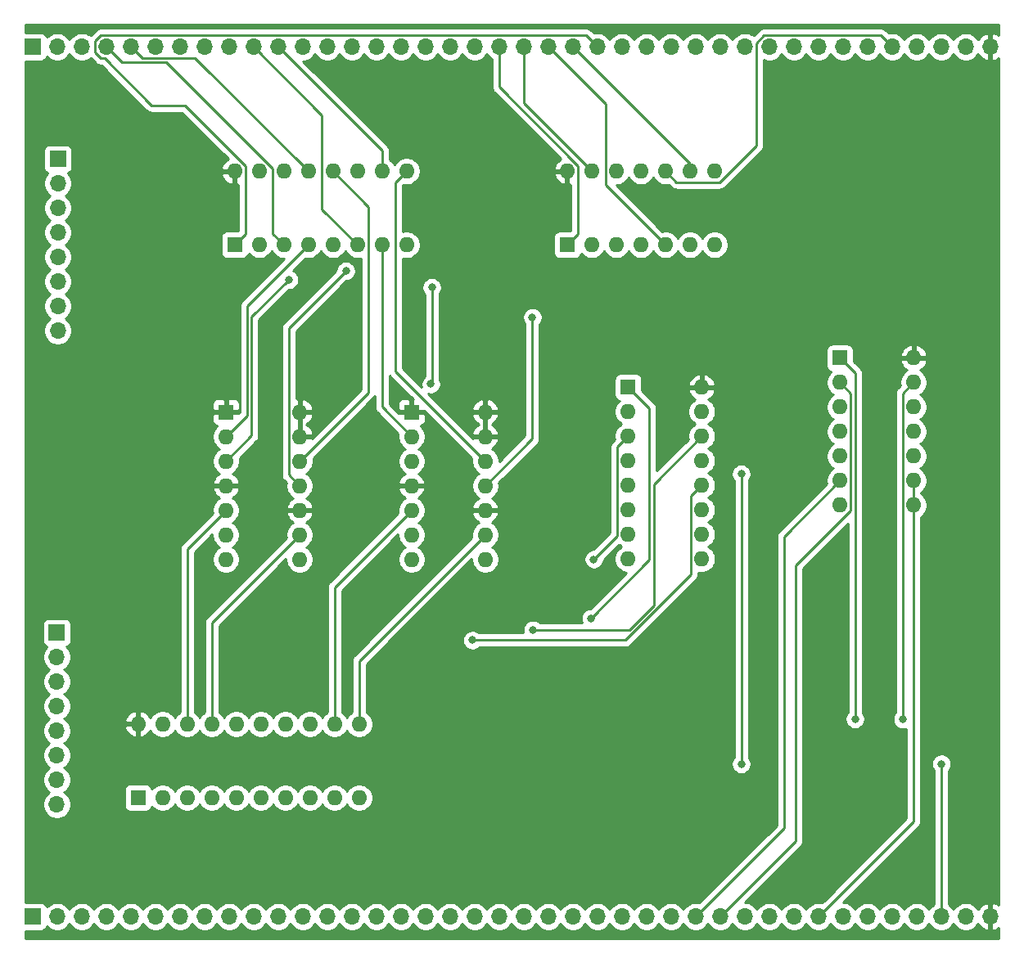
<source format=gbl>
G04 #@! TF.GenerationSoftware,KiCad,Pcbnew,(5.1.9)-1*
G04 #@! TF.CreationDate,2021-11-21T16:09:14-05:00*
G04 #@! TF.ProjectId,flags,666c6167-732e-46b6-9963-61645f706362,1.0*
G04 #@! TF.SameCoordinates,Original*
G04 #@! TF.FileFunction,Copper,L2,Bot*
G04 #@! TF.FilePolarity,Positive*
%FSLAX46Y46*%
G04 Gerber Fmt 4.6, Leading zero omitted, Abs format (unit mm)*
G04 Created by KiCad (PCBNEW (5.1.9)-1) date 2021-11-21 16:09:14*
%MOMM*%
%LPD*%
G01*
G04 APERTURE LIST*
G04 #@! TA.AperFunction,ComponentPad*
%ADD10O,1.700000X1.700000*%
G04 #@! TD*
G04 #@! TA.AperFunction,ComponentPad*
%ADD11R,1.700000X1.700000*%
G04 #@! TD*
G04 #@! TA.AperFunction,ComponentPad*
%ADD12O,1.600000X1.600000*%
G04 #@! TD*
G04 #@! TA.AperFunction,ComponentPad*
%ADD13R,1.600000X1.600000*%
G04 #@! TD*
G04 #@! TA.AperFunction,ViaPad*
%ADD14C,0.800000*%
G04 #@! TD*
G04 #@! TA.AperFunction,Conductor*
%ADD15C,0.250000*%
G04 #@! TD*
G04 #@! TA.AperFunction,Conductor*
%ADD16C,0.254000*%
G04 #@! TD*
G04 #@! TA.AperFunction,Conductor*
%ADD17C,0.100000*%
G04 #@! TD*
G04 APERTURE END LIST*
D10*
X88900000Y-124400000D03*
X88900000Y-121860000D03*
X88900000Y-119320000D03*
X88900000Y-116780000D03*
X88900000Y-114240000D03*
X88900000Y-111700000D03*
X88900000Y-109160000D03*
D11*
X88900000Y-106620000D03*
D10*
X89000000Y-75380000D03*
X89000000Y-72840000D03*
X89000000Y-70300000D03*
X89000000Y-67760000D03*
X89000000Y-65220000D03*
X89000000Y-62680000D03*
X89000000Y-60140000D03*
D11*
X89000000Y-57600000D03*
D12*
X177520000Y-78200000D03*
X169900000Y-93440000D03*
X177520000Y-80740000D03*
X169900000Y-90900000D03*
X177520000Y-83280000D03*
X169900000Y-88360000D03*
X177520000Y-85820000D03*
X169900000Y-85820000D03*
X177520000Y-88360000D03*
X169900000Y-83280000D03*
X177520000Y-90900000D03*
X169900000Y-80740000D03*
X177520000Y-93440000D03*
D13*
X169900000Y-78200000D03*
D12*
X141700000Y-58880000D03*
X156940000Y-66500000D03*
X144240000Y-58880000D03*
X154400000Y-66500000D03*
X146780000Y-58880000D03*
X151860000Y-66500000D03*
X149320000Y-58880000D03*
X149320000Y-66500000D03*
X151860000Y-58880000D03*
X146780000Y-66500000D03*
X154400000Y-58880000D03*
X144240000Y-66500000D03*
X156940000Y-58880000D03*
D13*
X141700000Y-66500000D03*
D12*
X97300000Y-116080000D03*
X120160000Y-123700000D03*
X99840000Y-116080000D03*
X117620000Y-123700000D03*
X102380000Y-116080000D03*
X115080000Y-123700000D03*
X104920000Y-116080000D03*
X112540000Y-123700000D03*
X107460000Y-116080000D03*
X110000000Y-123700000D03*
X110000000Y-116080000D03*
X107460000Y-123700000D03*
X112540000Y-116080000D03*
X104920000Y-123700000D03*
X115080000Y-116080000D03*
X102380000Y-123700000D03*
X117620000Y-116080000D03*
X99840000Y-123700000D03*
X120160000Y-116080000D03*
D13*
X97300000Y-123700000D03*
D12*
X155620000Y-81220000D03*
X148000000Y-99000000D03*
X155620000Y-83760000D03*
X148000000Y-96460000D03*
X155620000Y-86300000D03*
X148000000Y-93920000D03*
X155620000Y-88840000D03*
X148000000Y-91380000D03*
X155620000Y-91380000D03*
X148000000Y-88840000D03*
X155620000Y-93920000D03*
X148000000Y-86300000D03*
X155620000Y-96460000D03*
X148000000Y-83760000D03*
X155620000Y-99000000D03*
D13*
X148000000Y-81220000D03*
D12*
X114020000Y-83800000D03*
X106400000Y-99040000D03*
X114020000Y-86340000D03*
X106400000Y-96500000D03*
X114020000Y-88880000D03*
X106400000Y-93960000D03*
X114020000Y-91420000D03*
X106400000Y-91420000D03*
X114020000Y-93960000D03*
X106400000Y-88880000D03*
X114020000Y-96500000D03*
X106400000Y-86340000D03*
X114020000Y-99040000D03*
D13*
X106400000Y-83800000D03*
D12*
X133220000Y-83800000D03*
X125600000Y-99040000D03*
X133220000Y-86340000D03*
X125600000Y-96500000D03*
X133220000Y-88880000D03*
X125600000Y-93960000D03*
X133220000Y-91420000D03*
X125600000Y-91420000D03*
X133220000Y-93960000D03*
X125600000Y-88880000D03*
X133220000Y-96500000D03*
X125600000Y-86340000D03*
X133220000Y-99040000D03*
D13*
X125600000Y-83800000D03*
D12*
X107300000Y-58880000D03*
X125080000Y-66500000D03*
X109840000Y-58880000D03*
X122540000Y-66500000D03*
X112380000Y-58880000D03*
X120000000Y-66500000D03*
X114920000Y-58880000D03*
X117460000Y-66500000D03*
X117460000Y-58880000D03*
X114920000Y-66500000D03*
X120000000Y-58880000D03*
X112380000Y-66500000D03*
X122540000Y-58880000D03*
X109840000Y-66500000D03*
X125080000Y-58880000D03*
D13*
X107300000Y-66500000D03*
D10*
X185460000Y-136000000D03*
X182920000Y-136000000D03*
X180380000Y-136000000D03*
X177840000Y-136000000D03*
X175300000Y-136000000D03*
X172760000Y-136000000D03*
X170220000Y-136000000D03*
X167680000Y-136000000D03*
X165140000Y-136000000D03*
X162600000Y-136000000D03*
X160060000Y-136000000D03*
X157520000Y-136000000D03*
X154980000Y-136000000D03*
X152440000Y-136000000D03*
X149900000Y-136000000D03*
X147360000Y-136000000D03*
X144820000Y-136000000D03*
X142280000Y-136000000D03*
X139740000Y-136000000D03*
X137200000Y-136000000D03*
X134660000Y-136000000D03*
X132120000Y-136000000D03*
X129580000Y-136000000D03*
X127040000Y-136000000D03*
X124500000Y-136000000D03*
X121960000Y-136000000D03*
X119420000Y-136000000D03*
X116880000Y-136000000D03*
X114340000Y-136000000D03*
X111800000Y-136000000D03*
X109260000Y-136000000D03*
X106720000Y-136000000D03*
X104180000Y-136000000D03*
X101640000Y-136000000D03*
X99100000Y-136000000D03*
X96560000Y-136000000D03*
X94020000Y-136000000D03*
X91480000Y-136000000D03*
X88940000Y-136000000D03*
D11*
X86400000Y-136000000D03*
D10*
X185460000Y-46000000D03*
X182920000Y-46000000D03*
X180380000Y-46000000D03*
X177840000Y-46000000D03*
X175300000Y-46000000D03*
X172760000Y-46000000D03*
X170220000Y-46000000D03*
X167680000Y-46000000D03*
X165140000Y-46000000D03*
X162600000Y-46000000D03*
X160060000Y-46000000D03*
X157520000Y-46000000D03*
X154980000Y-46000000D03*
X152440000Y-46000000D03*
X149900000Y-46000000D03*
X147360000Y-46000000D03*
X144820000Y-46000000D03*
X142280000Y-46000000D03*
X139740000Y-46000000D03*
X137200000Y-46000000D03*
X134660000Y-46000000D03*
X132120000Y-46000000D03*
X129580000Y-46000000D03*
X127040000Y-46000000D03*
X124500000Y-46000000D03*
X121960000Y-46000000D03*
X119420000Y-46000000D03*
X116880000Y-46000000D03*
X114340000Y-46000000D03*
X111800000Y-46000000D03*
X109260000Y-46000000D03*
X106720000Y-46000000D03*
X104180000Y-46000000D03*
X101640000Y-46000000D03*
X99100000Y-46000000D03*
X96560000Y-46000000D03*
X94020000Y-46000000D03*
X91480000Y-46000000D03*
X88940000Y-46000000D03*
D11*
X86400000Y-46000000D03*
D14*
X159700000Y-90200000D03*
X159700000Y-120225044D03*
X180400000Y-120200000D03*
X158200000Y-113700000D03*
X151100000Y-113700000D03*
X143900000Y-113700000D03*
X136700000Y-113700000D03*
X179400000Y-60800000D03*
X138100000Y-74000000D03*
X127600000Y-80900000D03*
X127700004Y-70900000D03*
X118800000Y-69200000D03*
X112900000Y-70100000D03*
X171475010Y-115575010D03*
X144442489Y-99040000D03*
X144150000Y-105150000D03*
X138150000Y-106350000D03*
X131900000Y-107400000D03*
X176400000Y-115600000D03*
D15*
X152985001Y-60005001D02*
X151860000Y-58880000D01*
X157480001Y-60005001D02*
X152985001Y-60005001D01*
X161235001Y-56250001D02*
X157480001Y-60005001D01*
X161235001Y-45625997D02*
X161235001Y-56250001D01*
X162035999Y-44824999D02*
X161235001Y-45625997D01*
X174124999Y-44824999D02*
X162035999Y-44824999D01*
X175300000Y-46000000D02*
X174124999Y-44824999D01*
X102380000Y-97980000D02*
X106400000Y-93960000D01*
X102380000Y-116080000D02*
X102380000Y-97980000D01*
X171025001Y-81865001D02*
X169900000Y-80740000D01*
X171025001Y-93980001D02*
X171025001Y-81865001D01*
X165300000Y-99705002D02*
X171025001Y-93980001D01*
X165300000Y-128220000D02*
X165300000Y-99705002D01*
X157520000Y-136000000D02*
X165300000Y-128220000D01*
X164100000Y-96700000D02*
X169900000Y-90900000D01*
X164100000Y-126880000D02*
X164100000Y-96700000D01*
X154980000Y-136000000D02*
X164100000Y-126880000D01*
X93455999Y-47175001D02*
X93830002Y-47175001D01*
X92844999Y-46564001D02*
X93455999Y-47175001D01*
X92844999Y-45435999D02*
X92844999Y-46564001D01*
X93455999Y-44824999D02*
X92844999Y-45435999D01*
X143644999Y-44824999D02*
X93455999Y-44824999D01*
X93830002Y-47175001D02*
X98700000Y-52044999D01*
X144820000Y-46000000D02*
X143644999Y-44824999D01*
X108425001Y-65374999D02*
X107300000Y-66500000D01*
X108425001Y-58339999D02*
X108425001Y-65374999D01*
X102130001Y-52044999D02*
X108425001Y-58339999D01*
X98700000Y-52044999D02*
X102130001Y-52044999D01*
X154400000Y-58120000D02*
X154400000Y-58880000D01*
X142280000Y-46000000D02*
X154400000Y-58120000D01*
X145654999Y-60294999D02*
X151860000Y-66500000D01*
X145654999Y-51914999D02*
X145654999Y-60294999D01*
X139740000Y-46000000D02*
X145654999Y-51914999D01*
X137200000Y-51840000D02*
X144240000Y-58880000D01*
X137200000Y-46000000D02*
X137200000Y-51840000D01*
X142825001Y-58339999D02*
X142825001Y-65374999D01*
X134660000Y-50174998D02*
X142825001Y-58339999D01*
X142825001Y-65374999D02*
X141700000Y-66500000D01*
X134660000Y-46000000D02*
X134660000Y-50174998D01*
X122540000Y-56740000D02*
X122540000Y-58880000D01*
X111800000Y-46000000D02*
X122540000Y-56740000D01*
X116334999Y-53074999D02*
X116334999Y-62834999D01*
X116334999Y-62834999D02*
X120000000Y-66500000D01*
X109260000Y-46000000D02*
X116334999Y-53074999D01*
X103215001Y-47175001D02*
X114920000Y-58880000D01*
X97735001Y-47175001D02*
X103215001Y-47175001D01*
X96560000Y-46000000D02*
X97735001Y-47175001D01*
X111254999Y-58629997D02*
X111254999Y-65374999D01*
X100250013Y-47625011D02*
X111254999Y-58629997D01*
X95645011Y-47625011D02*
X100250013Y-47625011D01*
X111254999Y-65374999D02*
X112380000Y-66500000D01*
X94020000Y-46000000D02*
X95645011Y-47625011D01*
X159700000Y-90200000D02*
X159700000Y-120225044D01*
X180400000Y-135980000D02*
X180380000Y-136000000D01*
X180400000Y-120200000D02*
X180400000Y-135980000D01*
X177520000Y-93440000D02*
X177520000Y-90900000D01*
X168774999Y-134905001D02*
X167680000Y-136000000D01*
X177500000Y-126180000D02*
X168774999Y-134905001D01*
X177500000Y-93460000D02*
X177500000Y-126180000D01*
X177520000Y-93440000D02*
X177500000Y-93460000D01*
X138100000Y-86540000D02*
X133220000Y-91420000D01*
X138100000Y-74000000D02*
X138100000Y-86540000D01*
X127700000Y-70900004D02*
X127700004Y-70900000D01*
X127700000Y-80800000D02*
X127700000Y-70900004D01*
X127600000Y-80900000D02*
X127700000Y-80800000D01*
X112894999Y-75105001D02*
X118800000Y-69200000D01*
X114020000Y-91420000D02*
X112894999Y-90294999D01*
X112894999Y-90294999D02*
X112894999Y-75105001D01*
X109050010Y-73949990D02*
X112900000Y-70100000D01*
X109050010Y-86229990D02*
X109050010Y-73949990D01*
X106400000Y-88880000D02*
X109050010Y-86229990D01*
X171475010Y-79775010D02*
X171475010Y-115575010D01*
X169900000Y-78200000D02*
X171475010Y-79775010D01*
X146874999Y-96607490D02*
X144442489Y-99040000D01*
X146874999Y-87425001D02*
X146874999Y-96607490D01*
X148000000Y-86300000D02*
X146874999Y-87425001D01*
X120160000Y-109560000D02*
X133220000Y-96500000D01*
X120160000Y-116080000D02*
X120160000Y-109560000D01*
X117620000Y-101940000D02*
X125600000Y-93960000D01*
X117620000Y-116080000D02*
X117620000Y-101940000D01*
X148000000Y-81220000D02*
X150200000Y-83420000D01*
X150200000Y-83420000D02*
X150200000Y-99100000D01*
X150200000Y-99100000D02*
X144150000Y-105150000D01*
X150650009Y-91269991D02*
X150650009Y-103822993D01*
X155620000Y-86300000D02*
X150650009Y-91269991D01*
X150650009Y-103822993D02*
X148123002Y-106350000D01*
X148123002Y-106350000D02*
X138150000Y-106350000D01*
X104920000Y-105600000D02*
X114020000Y-96500000D01*
X104920000Y-116080000D02*
X104920000Y-105600000D01*
X154494999Y-100614413D02*
X147709412Y-107400000D01*
X154494999Y-92505001D02*
X154494999Y-100614413D01*
X155620000Y-91380000D02*
X154494999Y-92505001D01*
X147709412Y-107400000D02*
X131900000Y-107400000D01*
X176394999Y-115594999D02*
X176400000Y-115600000D01*
X176394999Y-81865001D02*
X176394999Y-115594999D01*
X177520000Y-80740000D02*
X176394999Y-81865001D01*
X122540000Y-83280000D02*
X125600000Y-86340000D01*
X122540000Y-66500000D02*
X122540000Y-83280000D01*
X121125001Y-62545001D02*
X117460000Y-58880000D01*
X121125001Y-81774999D02*
X121125001Y-62545001D01*
X114020000Y-88880000D02*
X121125001Y-81774999D01*
X108600000Y-84140000D02*
X106400000Y-86340000D01*
X108600000Y-72820000D02*
X108600000Y-84140000D01*
X114920000Y-66500000D02*
X108600000Y-72820000D01*
X123954999Y-79614999D02*
X133220000Y-88880000D01*
X123954999Y-60005001D02*
X123954999Y-79614999D01*
X125080000Y-58880000D02*
X123954999Y-60005001D01*
D16*
X186315000Y-44794057D02*
X186226920Y-44728359D01*
X185964099Y-44603175D01*
X185816890Y-44558524D01*
X185587000Y-44679845D01*
X185587000Y-45873000D01*
X185607000Y-45873000D01*
X185607000Y-46127000D01*
X185587000Y-46127000D01*
X185587000Y-47320155D01*
X185816890Y-47441476D01*
X185964099Y-47396825D01*
X186226920Y-47271641D01*
X186315000Y-47205943D01*
X186315001Y-134794058D01*
X186226920Y-134728359D01*
X185964099Y-134603175D01*
X185816890Y-134558524D01*
X185587000Y-134679845D01*
X185587000Y-135873000D01*
X185607000Y-135873000D01*
X185607000Y-136127000D01*
X185587000Y-136127000D01*
X185587000Y-137320155D01*
X185816890Y-137441476D01*
X185964099Y-137396825D01*
X186226920Y-137271641D01*
X186315001Y-137205942D01*
X186315001Y-138315000D01*
X85685000Y-138315000D01*
X85685000Y-137488072D01*
X87250000Y-137488072D01*
X87374482Y-137475812D01*
X87494180Y-137439502D01*
X87604494Y-137380537D01*
X87701185Y-137301185D01*
X87780537Y-137204494D01*
X87839502Y-137094180D01*
X87861513Y-137021620D01*
X87993368Y-137153475D01*
X88236589Y-137315990D01*
X88506842Y-137427932D01*
X88793740Y-137485000D01*
X89086260Y-137485000D01*
X89373158Y-137427932D01*
X89643411Y-137315990D01*
X89886632Y-137153475D01*
X90093475Y-136946632D01*
X90210000Y-136772240D01*
X90326525Y-136946632D01*
X90533368Y-137153475D01*
X90776589Y-137315990D01*
X91046842Y-137427932D01*
X91333740Y-137485000D01*
X91626260Y-137485000D01*
X91913158Y-137427932D01*
X92183411Y-137315990D01*
X92426632Y-137153475D01*
X92633475Y-136946632D01*
X92750000Y-136772240D01*
X92866525Y-136946632D01*
X93073368Y-137153475D01*
X93316589Y-137315990D01*
X93586842Y-137427932D01*
X93873740Y-137485000D01*
X94166260Y-137485000D01*
X94453158Y-137427932D01*
X94723411Y-137315990D01*
X94966632Y-137153475D01*
X95173475Y-136946632D01*
X95290000Y-136772240D01*
X95406525Y-136946632D01*
X95613368Y-137153475D01*
X95856589Y-137315990D01*
X96126842Y-137427932D01*
X96413740Y-137485000D01*
X96706260Y-137485000D01*
X96993158Y-137427932D01*
X97263411Y-137315990D01*
X97506632Y-137153475D01*
X97713475Y-136946632D01*
X97830000Y-136772240D01*
X97946525Y-136946632D01*
X98153368Y-137153475D01*
X98396589Y-137315990D01*
X98666842Y-137427932D01*
X98953740Y-137485000D01*
X99246260Y-137485000D01*
X99533158Y-137427932D01*
X99803411Y-137315990D01*
X100046632Y-137153475D01*
X100253475Y-136946632D01*
X100370000Y-136772240D01*
X100486525Y-136946632D01*
X100693368Y-137153475D01*
X100936589Y-137315990D01*
X101206842Y-137427932D01*
X101493740Y-137485000D01*
X101786260Y-137485000D01*
X102073158Y-137427932D01*
X102343411Y-137315990D01*
X102586632Y-137153475D01*
X102793475Y-136946632D01*
X102910000Y-136772240D01*
X103026525Y-136946632D01*
X103233368Y-137153475D01*
X103476589Y-137315990D01*
X103746842Y-137427932D01*
X104033740Y-137485000D01*
X104326260Y-137485000D01*
X104613158Y-137427932D01*
X104883411Y-137315990D01*
X105126632Y-137153475D01*
X105333475Y-136946632D01*
X105450000Y-136772240D01*
X105566525Y-136946632D01*
X105773368Y-137153475D01*
X106016589Y-137315990D01*
X106286842Y-137427932D01*
X106573740Y-137485000D01*
X106866260Y-137485000D01*
X107153158Y-137427932D01*
X107423411Y-137315990D01*
X107666632Y-137153475D01*
X107873475Y-136946632D01*
X107990000Y-136772240D01*
X108106525Y-136946632D01*
X108313368Y-137153475D01*
X108556589Y-137315990D01*
X108826842Y-137427932D01*
X109113740Y-137485000D01*
X109406260Y-137485000D01*
X109693158Y-137427932D01*
X109963411Y-137315990D01*
X110206632Y-137153475D01*
X110413475Y-136946632D01*
X110530000Y-136772240D01*
X110646525Y-136946632D01*
X110853368Y-137153475D01*
X111096589Y-137315990D01*
X111366842Y-137427932D01*
X111653740Y-137485000D01*
X111946260Y-137485000D01*
X112233158Y-137427932D01*
X112503411Y-137315990D01*
X112746632Y-137153475D01*
X112953475Y-136946632D01*
X113070000Y-136772240D01*
X113186525Y-136946632D01*
X113393368Y-137153475D01*
X113636589Y-137315990D01*
X113906842Y-137427932D01*
X114193740Y-137485000D01*
X114486260Y-137485000D01*
X114773158Y-137427932D01*
X115043411Y-137315990D01*
X115286632Y-137153475D01*
X115493475Y-136946632D01*
X115610000Y-136772240D01*
X115726525Y-136946632D01*
X115933368Y-137153475D01*
X116176589Y-137315990D01*
X116446842Y-137427932D01*
X116733740Y-137485000D01*
X117026260Y-137485000D01*
X117313158Y-137427932D01*
X117583411Y-137315990D01*
X117826632Y-137153475D01*
X118033475Y-136946632D01*
X118150000Y-136772240D01*
X118266525Y-136946632D01*
X118473368Y-137153475D01*
X118716589Y-137315990D01*
X118986842Y-137427932D01*
X119273740Y-137485000D01*
X119566260Y-137485000D01*
X119853158Y-137427932D01*
X120123411Y-137315990D01*
X120366632Y-137153475D01*
X120573475Y-136946632D01*
X120690000Y-136772240D01*
X120806525Y-136946632D01*
X121013368Y-137153475D01*
X121256589Y-137315990D01*
X121526842Y-137427932D01*
X121813740Y-137485000D01*
X122106260Y-137485000D01*
X122393158Y-137427932D01*
X122663411Y-137315990D01*
X122906632Y-137153475D01*
X123113475Y-136946632D01*
X123230000Y-136772240D01*
X123346525Y-136946632D01*
X123553368Y-137153475D01*
X123796589Y-137315990D01*
X124066842Y-137427932D01*
X124353740Y-137485000D01*
X124646260Y-137485000D01*
X124933158Y-137427932D01*
X125203411Y-137315990D01*
X125446632Y-137153475D01*
X125653475Y-136946632D01*
X125770000Y-136772240D01*
X125886525Y-136946632D01*
X126093368Y-137153475D01*
X126336589Y-137315990D01*
X126606842Y-137427932D01*
X126893740Y-137485000D01*
X127186260Y-137485000D01*
X127473158Y-137427932D01*
X127743411Y-137315990D01*
X127986632Y-137153475D01*
X128193475Y-136946632D01*
X128310000Y-136772240D01*
X128426525Y-136946632D01*
X128633368Y-137153475D01*
X128876589Y-137315990D01*
X129146842Y-137427932D01*
X129433740Y-137485000D01*
X129726260Y-137485000D01*
X130013158Y-137427932D01*
X130283411Y-137315990D01*
X130526632Y-137153475D01*
X130733475Y-136946632D01*
X130850000Y-136772240D01*
X130966525Y-136946632D01*
X131173368Y-137153475D01*
X131416589Y-137315990D01*
X131686842Y-137427932D01*
X131973740Y-137485000D01*
X132266260Y-137485000D01*
X132553158Y-137427932D01*
X132823411Y-137315990D01*
X133066632Y-137153475D01*
X133273475Y-136946632D01*
X133390000Y-136772240D01*
X133506525Y-136946632D01*
X133713368Y-137153475D01*
X133956589Y-137315990D01*
X134226842Y-137427932D01*
X134513740Y-137485000D01*
X134806260Y-137485000D01*
X135093158Y-137427932D01*
X135363411Y-137315990D01*
X135606632Y-137153475D01*
X135813475Y-136946632D01*
X135930000Y-136772240D01*
X136046525Y-136946632D01*
X136253368Y-137153475D01*
X136496589Y-137315990D01*
X136766842Y-137427932D01*
X137053740Y-137485000D01*
X137346260Y-137485000D01*
X137633158Y-137427932D01*
X137903411Y-137315990D01*
X138146632Y-137153475D01*
X138353475Y-136946632D01*
X138470000Y-136772240D01*
X138586525Y-136946632D01*
X138793368Y-137153475D01*
X139036589Y-137315990D01*
X139306842Y-137427932D01*
X139593740Y-137485000D01*
X139886260Y-137485000D01*
X140173158Y-137427932D01*
X140443411Y-137315990D01*
X140686632Y-137153475D01*
X140893475Y-136946632D01*
X141010000Y-136772240D01*
X141126525Y-136946632D01*
X141333368Y-137153475D01*
X141576589Y-137315990D01*
X141846842Y-137427932D01*
X142133740Y-137485000D01*
X142426260Y-137485000D01*
X142713158Y-137427932D01*
X142983411Y-137315990D01*
X143226632Y-137153475D01*
X143433475Y-136946632D01*
X143550000Y-136772240D01*
X143666525Y-136946632D01*
X143873368Y-137153475D01*
X144116589Y-137315990D01*
X144386842Y-137427932D01*
X144673740Y-137485000D01*
X144966260Y-137485000D01*
X145253158Y-137427932D01*
X145523411Y-137315990D01*
X145766632Y-137153475D01*
X145973475Y-136946632D01*
X146090000Y-136772240D01*
X146206525Y-136946632D01*
X146413368Y-137153475D01*
X146656589Y-137315990D01*
X146926842Y-137427932D01*
X147213740Y-137485000D01*
X147506260Y-137485000D01*
X147793158Y-137427932D01*
X148063411Y-137315990D01*
X148306632Y-137153475D01*
X148513475Y-136946632D01*
X148630000Y-136772240D01*
X148746525Y-136946632D01*
X148953368Y-137153475D01*
X149196589Y-137315990D01*
X149466842Y-137427932D01*
X149753740Y-137485000D01*
X150046260Y-137485000D01*
X150333158Y-137427932D01*
X150603411Y-137315990D01*
X150846632Y-137153475D01*
X151053475Y-136946632D01*
X151170000Y-136772240D01*
X151286525Y-136946632D01*
X151493368Y-137153475D01*
X151736589Y-137315990D01*
X152006842Y-137427932D01*
X152293740Y-137485000D01*
X152586260Y-137485000D01*
X152873158Y-137427932D01*
X153143411Y-137315990D01*
X153386632Y-137153475D01*
X153593475Y-136946632D01*
X153710000Y-136772240D01*
X153826525Y-136946632D01*
X154033368Y-137153475D01*
X154276589Y-137315990D01*
X154546842Y-137427932D01*
X154833740Y-137485000D01*
X155126260Y-137485000D01*
X155413158Y-137427932D01*
X155683411Y-137315990D01*
X155926632Y-137153475D01*
X156133475Y-136946632D01*
X156250000Y-136772240D01*
X156366525Y-136946632D01*
X156573368Y-137153475D01*
X156816589Y-137315990D01*
X157086842Y-137427932D01*
X157373740Y-137485000D01*
X157666260Y-137485000D01*
X157953158Y-137427932D01*
X158223411Y-137315990D01*
X158466632Y-137153475D01*
X158673475Y-136946632D01*
X158790000Y-136772240D01*
X158906525Y-136946632D01*
X159113368Y-137153475D01*
X159356589Y-137315990D01*
X159626842Y-137427932D01*
X159913740Y-137485000D01*
X160206260Y-137485000D01*
X160493158Y-137427932D01*
X160763411Y-137315990D01*
X161006632Y-137153475D01*
X161213475Y-136946632D01*
X161330000Y-136772240D01*
X161446525Y-136946632D01*
X161653368Y-137153475D01*
X161896589Y-137315990D01*
X162166842Y-137427932D01*
X162453740Y-137485000D01*
X162746260Y-137485000D01*
X163033158Y-137427932D01*
X163303411Y-137315990D01*
X163546632Y-137153475D01*
X163753475Y-136946632D01*
X163870000Y-136772240D01*
X163986525Y-136946632D01*
X164193368Y-137153475D01*
X164436589Y-137315990D01*
X164706842Y-137427932D01*
X164993740Y-137485000D01*
X165286260Y-137485000D01*
X165573158Y-137427932D01*
X165843411Y-137315990D01*
X166086632Y-137153475D01*
X166293475Y-136946632D01*
X166410000Y-136772240D01*
X166526525Y-136946632D01*
X166733368Y-137153475D01*
X166976589Y-137315990D01*
X167246842Y-137427932D01*
X167533740Y-137485000D01*
X167826260Y-137485000D01*
X168113158Y-137427932D01*
X168383411Y-137315990D01*
X168626632Y-137153475D01*
X168833475Y-136946632D01*
X168950000Y-136772240D01*
X169066525Y-136946632D01*
X169273368Y-137153475D01*
X169516589Y-137315990D01*
X169786842Y-137427932D01*
X170073740Y-137485000D01*
X170366260Y-137485000D01*
X170653158Y-137427932D01*
X170923411Y-137315990D01*
X171166632Y-137153475D01*
X171373475Y-136946632D01*
X171490000Y-136772240D01*
X171606525Y-136946632D01*
X171813368Y-137153475D01*
X172056589Y-137315990D01*
X172326842Y-137427932D01*
X172613740Y-137485000D01*
X172906260Y-137485000D01*
X173193158Y-137427932D01*
X173463411Y-137315990D01*
X173706632Y-137153475D01*
X173913475Y-136946632D01*
X174030000Y-136772240D01*
X174146525Y-136946632D01*
X174353368Y-137153475D01*
X174596589Y-137315990D01*
X174866842Y-137427932D01*
X175153740Y-137485000D01*
X175446260Y-137485000D01*
X175733158Y-137427932D01*
X176003411Y-137315990D01*
X176246632Y-137153475D01*
X176453475Y-136946632D01*
X176570000Y-136772240D01*
X176686525Y-136946632D01*
X176893368Y-137153475D01*
X177136589Y-137315990D01*
X177406842Y-137427932D01*
X177693740Y-137485000D01*
X177986260Y-137485000D01*
X178273158Y-137427932D01*
X178543411Y-137315990D01*
X178786632Y-137153475D01*
X178993475Y-136946632D01*
X179110000Y-136772240D01*
X179226525Y-136946632D01*
X179433368Y-137153475D01*
X179676589Y-137315990D01*
X179946842Y-137427932D01*
X180233740Y-137485000D01*
X180526260Y-137485000D01*
X180813158Y-137427932D01*
X181083411Y-137315990D01*
X181326632Y-137153475D01*
X181533475Y-136946632D01*
X181650000Y-136772240D01*
X181766525Y-136946632D01*
X181973368Y-137153475D01*
X182216589Y-137315990D01*
X182486842Y-137427932D01*
X182773740Y-137485000D01*
X183066260Y-137485000D01*
X183353158Y-137427932D01*
X183623411Y-137315990D01*
X183866632Y-137153475D01*
X184073475Y-136946632D01*
X184195195Y-136764466D01*
X184264822Y-136881355D01*
X184459731Y-137097588D01*
X184693080Y-137271641D01*
X184955901Y-137396825D01*
X185103110Y-137441476D01*
X185333000Y-137320155D01*
X185333000Y-136127000D01*
X185313000Y-136127000D01*
X185313000Y-135873000D01*
X185333000Y-135873000D01*
X185333000Y-134679845D01*
X185103110Y-134558524D01*
X184955901Y-134603175D01*
X184693080Y-134728359D01*
X184459731Y-134902412D01*
X184264822Y-135118645D01*
X184195195Y-135235534D01*
X184073475Y-135053368D01*
X183866632Y-134846525D01*
X183623411Y-134684010D01*
X183353158Y-134572068D01*
X183066260Y-134515000D01*
X182773740Y-134515000D01*
X182486842Y-134572068D01*
X182216589Y-134684010D01*
X181973368Y-134846525D01*
X181766525Y-135053368D01*
X181650000Y-135227760D01*
X181533475Y-135053368D01*
X181326632Y-134846525D01*
X181160000Y-134735185D01*
X181160000Y-120903711D01*
X181203937Y-120859774D01*
X181317205Y-120690256D01*
X181395226Y-120501898D01*
X181435000Y-120301939D01*
X181435000Y-120098061D01*
X181395226Y-119898102D01*
X181317205Y-119709744D01*
X181203937Y-119540226D01*
X181059774Y-119396063D01*
X180890256Y-119282795D01*
X180701898Y-119204774D01*
X180501939Y-119165000D01*
X180298061Y-119165000D01*
X180098102Y-119204774D01*
X179909744Y-119282795D01*
X179740226Y-119396063D01*
X179596063Y-119540226D01*
X179482795Y-119709744D01*
X179404774Y-119898102D01*
X179365000Y-120098061D01*
X179365000Y-120301939D01*
X179404774Y-120501898D01*
X179482795Y-120690256D01*
X179596063Y-120859774D01*
X179640000Y-120903711D01*
X179640001Y-134708457D01*
X179433368Y-134846525D01*
X179226525Y-135053368D01*
X179110000Y-135227760D01*
X178993475Y-135053368D01*
X178786632Y-134846525D01*
X178543411Y-134684010D01*
X178273158Y-134572068D01*
X177986260Y-134515000D01*
X177693740Y-134515000D01*
X177406842Y-134572068D01*
X177136589Y-134684010D01*
X176893368Y-134846525D01*
X176686525Y-135053368D01*
X176570000Y-135227760D01*
X176453475Y-135053368D01*
X176246632Y-134846525D01*
X176003411Y-134684010D01*
X175733158Y-134572068D01*
X175446260Y-134515000D01*
X175153740Y-134515000D01*
X174866842Y-134572068D01*
X174596589Y-134684010D01*
X174353368Y-134846525D01*
X174146525Y-135053368D01*
X174030000Y-135227760D01*
X173913475Y-135053368D01*
X173706632Y-134846525D01*
X173463411Y-134684010D01*
X173193158Y-134572068D01*
X172906260Y-134515000D01*
X172613740Y-134515000D01*
X172326842Y-134572068D01*
X172056589Y-134684010D01*
X171813368Y-134846525D01*
X171606525Y-135053368D01*
X171490000Y-135227760D01*
X171373475Y-135053368D01*
X171166632Y-134846525D01*
X170923411Y-134684010D01*
X170653158Y-134572068D01*
X170366260Y-134515000D01*
X170239801Y-134515000D01*
X178011003Y-126743799D01*
X178040001Y-126720001D01*
X178134974Y-126604276D01*
X178205546Y-126472247D01*
X178249003Y-126328986D01*
X178260000Y-126217333D01*
X178260000Y-126217325D01*
X178263676Y-126180000D01*
X178260000Y-126142675D01*
X178260000Y-94671407D01*
X178434759Y-94554637D01*
X178634637Y-94354759D01*
X178791680Y-94119727D01*
X178899853Y-93858574D01*
X178955000Y-93581335D01*
X178955000Y-93298665D01*
X178899853Y-93021426D01*
X178791680Y-92760273D01*
X178634637Y-92525241D01*
X178434759Y-92325363D01*
X178280000Y-92221957D01*
X178280000Y-92118043D01*
X178434759Y-92014637D01*
X178634637Y-91814759D01*
X178791680Y-91579727D01*
X178899853Y-91318574D01*
X178955000Y-91041335D01*
X178955000Y-90758665D01*
X178899853Y-90481426D01*
X178791680Y-90220273D01*
X178634637Y-89985241D01*
X178434759Y-89785363D01*
X178202241Y-89630000D01*
X178434759Y-89474637D01*
X178634637Y-89274759D01*
X178791680Y-89039727D01*
X178899853Y-88778574D01*
X178955000Y-88501335D01*
X178955000Y-88218665D01*
X178899853Y-87941426D01*
X178791680Y-87680273D01*
X178634637Y-87445241D01*
X178434759Y-87245363D01*
X178202241Y-87090000D01*
X178434759Y-86934637D01*
X178634637Y-86734759D01*
X178791680Y-86499727D01*
X178899853Y-86238574D01*
X178955000Y-85961335D01*
X178955000Y-85678665D01*
X178899853Y-85401426D01*
X178791680Y-85140273D01*
X178634637Y-84905241D01*
X178434759Y-84705363D01*
X178202241Y-84550000D01*
X178434759Y-84394637D01*
X178634637Y-84194759D01*
X178791680Y-83959727D01*
X178899853Y-83698574D01*
X178955000Y-83421335D01*
X178955000Y-83138665D01*
X178899853Y-82861426D01*
X178791680Y-82600273D01*
X178634637Y-82365241D01*
X178434759Y-82165363D01*
X178202241Y-82010000D01*
X178434759Y-81854637D01*
X178634637Y-81654759D01*
X178791680Y-81419727D01*
X178899853Y-81158574D01*
X178955000Y-80881335D01*
X178955000Y-80598665D01*
X178899853Y-80321426D01*
X178791680Y-80060273D01*
X178634637Y-79825241D01*
X178434759Y-79625363D01*
X178199727Y-79468320D01*
X178189135Y-79463933D01*
X178375131Y-79352385D01*
X178583519Y-79163414D01*
X178751037Y-78937420D01*
X178871246Y-78683087D01*
X178911904Y-78549039D01*
X178789915Y-78327000D01*
X177647000Y-78327000D01*
X177647000Y-78347000D01*
X177393000Y-78347000D01*
X177393000Y-78327000D01*
X176250085Y-78327000D01*
X176128096Y-78549039D01*
X176168754Y-78683087D01*
X176288963Y-78937420D01*
X176456481Y-79163414D01*
X176664869Y-79352385D01*
X176850865Y-79463933D01*
X176840273Y-79468320D01*
X176605241Y-79625363D01*
X176405363Y-79825241D01*
X176248320Y-80060273D01*
X176140147Y-80321426D01*
X176085000Y-80598665D01*
X176085000Y-80881335D01*
X176121312Y-81063887D01*
X175884001Y-81301197D01*
X175854998Y-81325000D01*
X175818901Y-81368985D01*
X175760025Y-81440725D01*
X175725377Y-81505546D01*
X175689453Y-81572755D01*
X175645996Y-81716016D01*
X175634999Y-81827669D01*
X175634999Y-81827679D01*
X175631323Y-81865001D01*
X175634999Y-81902323D01*
X175635000Y-114901289D01*
X175596063Y-114940226D01*
X175482795Y-115109744D01*
X175404774Y-115298102D01*
X175365000Y-115498061D01*
X175365000Y-115701939D01*
X175404774Y-115901898D01*
X175482795Y-116090256D01*
X175596063Y-116259774D01*
X175740226Y-116403937D01*
X175909744Y-116517205D01*
X176098102Y-116595226D01*
X176298061Y-116635000D01*
X176501939Y-116635000D01*
X176701898Y-116595226D01*
X176740001Y-116579443D01*
X176740001Y-125865197D01*
X168264006Y-134341193D01*
X168263995Y-134341202D01*
X168046407Y-134558790D01*
X167826260Y-134515000D01*
X167533740Y-134515000D01*
X167246842Y-134572068D01*
X166976589Y-134684010D01*
X166733368Y-134846525D01*
X166526525Y-135053368D01*
X166410000Y-135227760D01*
X166293475Y-135053368D01*
X166086632Y-134846525D01*
X165843411Y-134684010D01*
X165573158Y-134572068D01*
X165286260Y-134515000D01*
X164993740Y-134515000D01*
X164706842Y-134572068D01*
X164436589Y-134684010D01*
X164193368Y-134846525D01*
X163986525Y-135053368D01*
X163870000Y-135227760D01*
X163753475Y-135053368D01*
X163546632Y-134846525D01*
X163303411Y-134684010D01*
X163033158Y-134572068D01*
X162746260Y-134515000D01*
X162453740Y-134515000D01*
X162166842Y-134572068D01*
X161896589Y-134684010D01*
X161653368Y-134846525D01*
X161446525Y-135053368D01*
X161330000Y-135227760D01*
X161213475Y-135053368D01*
X161006632Y-134846525D01*
X160763411Y-134684010D01*
X160493158Y-134572068D01*
X160206260Y-134515000D01*
X160079801Y-134515000D01*
X165811004Y-128783798D01*
X165840001Y-128760001D01*
X165934974Y-128644276D01*
X166005546Y-128512247D01*
X166049003Y-128368986D01*
X166060000Y-128257333D01*
X166060000Y-128257332D01*
X166063677Y-128220000D01*
X166060000Y-128182667D01*
X166060000Y-100019803D01*
X170715010Y-95364793D01*
X170715011Y-114871298D01*
X170671073Y-114915236D01*
X170557805Y-115084754D01*
X170479784Y-115273112D01*
X170440010Y-115473071D01*
X170440010Y-115676949D01*
X170479784Y-115876908D01*
X170557805Y-116065266D01*
X170671073Y-116234784D01*
X170815236Y-116378947D01*
X170984754Y-116492215D01*
X171173112Y-116570236D01*
X171373071Y-116610010D01*
X171576949Y-116610010D01*
X171776908Y-116570236D01*
X171965266Y-116492215D01*
X172134784Y-116378947D01*
X172278947Y-116234784D01*
X172392215Y-116065266D01*
X172470236Y-115876908D01*
X172510010Y-115676949D01*
X172510010Y-115473071D01*
X172470236Y-115273112D01*
X172392215Y-115084754D01*
X172278947Y-114915236D01*
X172235010Y-114871299D01*
X172235010Y-79812343D01*
X172238687Y-79775010D01*
X172224013Y-79626024D01*
X172180556Y-79482763D01*
X172109984Y-79350734D01*
X172038809Y-79264007D01*
X172015011Y-79235009D01*
X171986014Y-79211212D01*
X171338072Y-78563270D01*
X171338072Y-77850961D01*
X176128096Y-77850961D01*
X176250085Y-78073000D01*
X177393000Y-78073000D01*
X177393000Y-76929376D01*
X177647000Y-76929376D01*
X177647000Y-78073000D01*
X178789915Y-78073000D01*
X178911904Y-77850961D01*
X178871246Y-77716913D01*
X178751037Y-77462580D01*
X178583519Y-77236586D01*
X178375131Y-77047615D01*
X178133881Y-76902930D01*
X177869040Y-76808091D01*
X177647000Y-76929376D01*
X177393000Y-76929376D01*
X177170960Y-76808091D01*
X176906119Y-76902930D01*
X176664869Y-77047615D01*
X176456481Y-77236586D01*
X176288963Y-77462580D01*
X176168754Y-77716913D01*
X176128096Y-77850961D01*
X171338072Y-77850961D01*
X171338072Y-77400000D01*
X171325812Y-77275518D01*
X171289502Y-77155820D01*
X171230537Y-77045506D01*
X171151185Y-76948815D01*
X171054494Y-76869463D01*
X170944180Y-76810498D01*
X170824482Y-76774188D01*
X170700000Y-76761928D01*
X169100000Y-76761928D01*
X168975518Y-76774188D01*
X168855820Y-76810498D01*
X168745506Y-76869463D01*
X168648815Y-76948815D01*
X168569463Y-77045506D01*
X168510498Y-77155820D01*
X168474188Y-77275518D01*
X168461928Y-77400000D01*
X168461928Y-79000000D01*
X168474188Y-79124482D01*
X168510498Y-79244180D01*
X168569463Y-79354494D01*
X168648815Y-79451185D01*
X168745506Y-79530537D01*
X168855820Y-79589502D01*
X168975518Y-79625812D01*
X168983961Y-79626643D01*
X168785363Y-79825241D01*
X168628320Y-80060273D01*
X168520147Y-80321426D01*
X168465000Y-80598665D01*
X168465000Y-80881335D01*
X168520147Y-81158574D01*
X168628320Y-81419727D01*
X168785363Y-81654759D01*
X168985241Y-81854637D01*
X169217759Y-82010000D01*
X168985241Y-82165363D01*
X168785363Y-82365241D01*
X168628320Y-82600273D01*
X168520147Y-82861426D01*
X168465000Y-83138665D01*
X168465000Y-83421335D01*
X168520147Y-83698574D01*
X168628320Y-83959727D01*
X168785363Y-84194759D01*
X168985241Y-84394637D01*
X169217759Y-84550000D01*
X168985241Y-84705363D01*
X168785363Y-84905241D01*
X168628320Y-85140273D01*
X168520147Y-85401426D01*
X168465000Y-85678665D01*
X168465000Y-85961335D01*
X168520147Y-86238574D01*
X168628320Y-86499727D01*
X168785363Y-86734759D01*
X168985241Y-86934637D01*
X169217759Y-87090000D01*
X168985241Y-87245363D01*
X168785363Y-87445241D01*
X168628320Y-87680273D01*
X168520147Y-87941426D01*
X168465000Y-88218665D01*
X168465000Y-88501335D01*
X168520147Y-88778574D01*
X168628320Y-89039727D01*
X168785363Y-89274759D01*
X168985241Y-89474637D01*
X169217759Y-89630000D01*
X168985241Y-89785363D01*
X168785363Y-89985241D01*
X168628320Y-90220273D01*
X168520147Y-90481426D01*
X168465000Y-90758665D01*
X168465000Y-91041335D01*
X168501312Y-91223886D01*
X163588998Y-96136201D01*
X163560000Y-96159999D01*
X163536202Y-96188997D01*
X163536201Y-96188998D01*
X163465026Y-96275724D01*
X163394454Y-96407754D01*
X163350998Y-96551015D01*
X163336324Y-96700000D01*
X163340001Y-96737333D01*
X163340000Y-126565198D01*
X155346408Y-134558791D01*
X155126260Y-134515000D01*
X154833740Y-134515000D01*
X154546842Y-134572068D01*
X154276589Y-134684010D01*
X154033368Y-134846525D01*
X153826525Y-135053368D01*
X153710000Y-135227760D01*
X153593475Y-135053368D01*
X153386632Y-134846525D01*
X153143411Y-134684010D01*
X152873158Y-134572068D01*
X152586260Y-134515000D01*
X152293740Y-134515000D01*
X152006842Y-134572068D01*
X151736589Y-134684010D01*
X151493368Y-134846525D01*
X151286525Y-135053368D01*
X151170000Y-135227760D01*
X151053475Y-135053368D01*
X150846632Y-134846525D01*
X150603411Y-134684010D01*
X150333158Y-134572068D01*
X150046260Y-134515000D01*
X149753740Y-134515000D01*
X149466842Y-134572068D01*
X149196589Y-134684010D01*
X148953368Y-134846525D01*
X148746525Y-135053368D01*
X148630000Y-135227760D01*
X148513475Y-135053368D01*
X148306632Y-134846525D01*
X148063411Y-134684010D01*
X147793158Y-134572068D01*
X147506260Y-134515000D01*
X147213740Y-134515000D01*
X146926842Y-134572068D01*
X146656589Y-134684010D01*
X146413368Y-134846525D01*
X146206525Y-135053368D01*
X146090000Y-135227760D01*
X145973475Y-135053368D01*
X145766632Y-134846525D01*
X145523411Y-134684010D01*
X145253158Y-134572068D01*
X144966260Y-134515000D01*
X144673740Y-134515000D01*
X144386842Y-134572068D01*
X144116589Y-134684010D01*
X143873368Y-134846525D01*
X143666525Y-135053368D01*
X143550000Y-135227760D01*
X143433475Y-135053368D01*
X143226632Y-134846525D01*
X142983411Y-134684010D01*
X142713158Y-134572068D01*
X142426260Y-134515000D01*
X142133740Y-134515000D01*
X141846842Y-134572068D01*
X141576589Y-134684010D01*
X141333368Y-134846525D01*
X141126525Y-135053368D01*
X141010000Y-135227760D01*
X140893475Y-135053368D01*
X140686632Y-134846525D01*
X140443411Y-134684010D01*
X140173158Y-134572068D01*
X139886260Y-134515000D01*
X139593740Y-134515000D01*
X139306842Y-134572068D01*
X139036589Y-134684010D01*
X138793368Y-134846525D01*
X138586525Y-135053368D01*
X138470000Y-135227760D01*
X138353475Y-135053368D01*
X138146632Y-134846525D01*
X137903411Y-134684010D01*
X137633158Y-134572068D01*
X137346260Y-134515000D01*
X137053740Y-134515000D01*
X136766842Y-134572068D01*
X136496589Y-134684010D01*
X136253368Y-134846525D01*
X136046525Y-135053368D01*
X135930000Y-135227760D01*
X135813475Y-135053368D01*
X135606632Y-134846525D01*
X135363411Y-134684010D01*
X135093158Y-134572068D01*
X134806260Y-134515000D01*
X134513740Y-134515000D01*
X134226842Y-134572068D01*
X133956589Y-134684010D01*
X133713368Y-134846525D01*
X133506525Y-135053368D01*
X133390000Y-135227760D01*
X133273475Y-135053368D01*
X133066632Y-134846525D01*
X132823411Y-134684010D01*
X132553158Y-134572068D01*
X132266260Y-134515000D01*
X131973740Y-134515000D01*
X131686842Y-134572068D01*
X131416589Y-134684010D01*
X131173368Y-134846525D01*
X130966525Y-135053368D01*
X130850000Y-135227760D01*
X130733475Y-135053368D01*
X130526632Y-134846525D01*
X130283411Y-134684010D01*
X130013158Y-134572068D01*
X129726260Y-134515000D01*
X129433740Y-134515000D01*
X129146842Y-134572068D01*
X128876589Y-134684010D01*
X128633368Y-134846525D01*
X128426525Y-135053368D01*
X128310000Y-135227760D01*
X128193475Y-135053368D01*
X127986632Y-134846525D01*
X127743411Y-134684010D01*
X127473158Y-134572068D01*
X127186260Y-134515000D01*
X126893740Y-134515000D01*
X126606842Y-134572068D01*
X126336589Y-134684010D01*
X126093368Y-134846525D01*
X125886525Y-135053368D01*
X125770000Y-135227760D01*
X125653475Y-135053368D01*
X125446632Y-134846525D01*
X125203411Y-134684010D01*
X124933158Y-134572068D01*
X124646260Y-134515000D01*
X124353740Y-134515000D01*
X124066842Y-134572068D01*
X123796589Y-134684010D01*
X123553368Y-134846525D01*
X123346525Y-135053368D01*
X123230000Y-135227760D01*
X123113475Y-135053368D01*
X122906632Y-134846525D01*
X122663411Y-134684010D01*
X122393158Y-134572068D01*
X122106260Y-134515000D01*
X121813740Y-134515000D01*
X121526842Y-134572068D01*
X121256589Y-134684010D01*
X121013368Y-134846525D01*
X120806525Y-135053368D01*
X120690000Y-135227760D01*
X120573475Y-135053368D01*
X120366632Y-134846525D01*
X120123411Y-134684010D01*
X119853158Y-134572068D01*
X119566260Y-134515000D01*
X119273740Y-134515000D01*
X118986842Y-134572068D01*
X118716589Y-134684010D01*
X118473368Y-134846525D01*
X118266525Y-135053368D01*
X118150000Y-135227760D01*
X118033475Y-135053368D01*
X117826632Y-134846525D01*
X117583411Y-134684010D01*
X117313158Y-134572068D01*
X117026260Y-134515000D01*
X116733740Y-134515000D01*
X116446842Y-134572068D01*
X116176589Y-134684010D01*
X115933368Y-134846525D01*
X115726525Y-135053368D01*
X115610000Y-135227760D01*
X115493475Y-135053368D01*
X115286632Y-134846525D01*
X115043411Y-134684010D01*
X114773158Y-134572068D01*
X114486260Y-134515000D01*
X114193740Y-134515000D01*
X113906842Y-134572068D01*
X113636589Y-134684010D01*
X113393368Y-134846525D01*
X113186525Y-135053368D01*
X113070000Y-135227760D01*
X112953475Y-135053368D01*
X112746632Y-134846525D01*
X112503411Y-134684010D01*
X112233158Y-134572068D01*
X111946260Y-134515000D01*
X111653740Y-134515000D01*
X111366842Y-134572068D01*
X111096589Y-134684010D01*
X110853368Y-134846525D01*
X110646525Y-135053368D01*
X110530000Y-135227760D01*
X110413475Y-135053368D01*
X110206632Y-134846525D01*
X109963411Y-134684010D01*
X109693158Y-134572068D01*
X109406260Y-134515000D01*
X109113740Y-134515000D01*
X108826842Y-134572068D01*
X108556589Y-134684010D01*
X108313368Y-134846525D01*
X108106525Y-135053368D01*
X107990000Y-135227760D01*
X107873475Y-135053368D01*
X107666632Y-134846525D01*
X107423411Y-134684010D01*
X107153158Y-134572068D01*
X106866260Y-134515000D01*
X106573740Y-134515000D01*
X106286842Y-134572068D01*
X106016589Y-134684010D01*
X105773368Y-134846525D01*
X105566525Y-135053368D01*
X105450000Y-135227760D01*
X105333475Y-135053368D01*
X105126632Y-134846525D01*
X104883411Y-134684010D01*
X104613158Y-134572068D01*
X104326260Y-134515000D01*
X104033740Y-134515000D01*
X103746842Y-134572068D01*
X103476589Y-134684010D01*
X103233368Y-134846525D01*
X103026525Y-135053368D01*
X102910000Y-135227760D01*
X102793475Y-135053368D01*
X102586632Y-134846525D01*
X102343411Y-134684010D01*
X102073158Y-134572068D01*
X101786260Y-134515000D01*
X101493740Y-134515000D01*
X101206842Y-134572068D01*
X100936589Y-134684010D01*
X100693368Y-134846525D01*
X100486525Y-135053368D01*
X100370000Y-135227760D01*
X100253475Y-135053368D01*
X100046632Y-134846525D01*
X99803411Y-134684010D01*
X99533158Y-134572068D01*
X99246260Y-134515000D01*
X98953740Y-134515000D01*
X98666842Y-134572068D01*
X98396589Y-134684010D01*
X98153368Y-134846525D01*
X97946525Y-135053368D01*
X97830000Y-135227760D01*
X97713475Y-135053368D01*
X97506632Y-134846525D01*
X97263411Y-134684010D01*
X96993158Y-134572068D01*
X96706260Y-134515000D01*
X96413740Y-134515000D01*
X96126842Y-134572068D01*
X95856589Y-134684010D01*
X95613368Y-134846525D01*
X95406525Y-135053368D01*
X95290000Y-135227760D01*
X95173475Y-135053368D01*
X94966632Y-134846525D01*
X94723411Y-134684010D01*
X94453158Y-134572068D01*
X94166260Y-134515000D01*
X93873740Y-134515000D01*
X93586842Y-134572068D01*
X93316589Y-134684010D01*
X93073368Y-134846525D01*
X92866525Y-135053368D01*
X92750000Y-135227760D01*
X92633475Y-135053368D01*
X92426632Y-134846525D01*
X92183411Y-134684010D01*
X91913158Y-134572068D01*
X91626260Y-134515000D01*
X91333740Y-134515000D01*
X91046842Y-134572068D01*
X90776589Y-134684010D01*
X90533368Y-134846525D01*
X90326525Y-135053368D01*
X90210000Y-135227760D01*
X90093475Y-135053368D01*
X89886632Y-134846525D01*
X89643411Y-134684010D01*
X89373158Y-134572068D01*
X89086260Y-134515000D01*
X88793740Y-134515000D01*
X88506842Y-134572068D01*
X88236589Y-134684010D01*
X87993368Y-134846525D01*
X87861513Y-134978380D01*
X87839502Y-134905820D01*
X87780537Y-134795506D01*
X87701185Y-134698815D01*
X87604494Y-134619463D01*
X87494180Y-134560498D01*
X87374482Y-134524188D01*
X87250000Y-134511928D01*
X85685000Y-134511928D01*
X85685000Y-105770000D01*
X87411928Y-105770000D01*
X87411928Y-107470000D01*
X87424188Y-107594482D01*
X87460498Y-107714180D01*
X87519463Y-107824494D01*
X87598815Y-107921185D01*
X87695506Y-108000537D01*
X87805820Y-108059502D01*
X87878380Y-108081513D01*
X87746525Y-108213368D01*
X87584010Y-108456589D01*
X87472068Y-108726842D01*
X87415000Y-109013740D01*
X87415000Y-109306260D01*
X87472068Y-109593158D01*
X87584010Y-109863411D01*
X87746525Y-110106632D01*
X87953368Y-110313475D01*
X88127760Y-110430000D01*
X87953368Y-110546525D01*
X87746525Y-110753368D01*
X87584010Y-110996589D01*
X87472068Y-111266842D01*
X87415000Y-111553740D01*
X87415000Y-111846260D01*
X87472068Y-112133158D01*
X87584010Y-112403411D01*
X87746525Y-112646632D01*
X87953368Y-112853475D01*
X88127760Y-112970000D01*
X87953368Y-113086525D01*
X87746525Y-113293368D01*
X87584010Y-113536589D01*
X87472068Y-113806842D01*
X87415000Y-114093740D01*
X87415000Y-114386260D01*
X87472068Y-114673158D01*
X87584010Y-114943411D01*
X87746525Y-115186632D01*
X87953368Y-115393475D01*
X88127760Y-115510000D01*
X87953368Y-115626525D01*
X87746525Y-115833368D01*
X87584010Y-116076589D01*
X87472068Y-116346842D01*
X87415000Y-116633740D01*
X87415000Y-116926260D01*
X87472068Y-117213158D01*
X87584010Y-117483411D01*
X87746525Y-117726632D01*
X87953368Y-117933475D01*
X88127760Y-118050000D01*
X87953368Y-118166525D01*
X87746525Y-118373368D01*
X87584010Y-118616589D01*
X87472068Y-118886842D01*
X87415000Y-119173740D01*
X87415000Y-119466260D01*
X87472068Y-119753158D01*
X87584010Y-120023411D01*
X87746525Y-120266632D01*
X87953368Y-120473475D01*
X88127760Y-120590000D01*
X87953368Y-120706525D01*
X87746525Y-120913368D01*
X87584010Y-121156589D01*
X87472068Y-121426842D01*
X87415000Y-121713740D01*
X87415000Y-122006260D01*
X87472068Y-122293158D01*
X87584010Y-122563411D01*
X87746525Y-122806632D01*
X87953368Y-123013475D01*
X88127760Y-123130000D01*
X87953368Y-123246525D01*
X87746525Y-123453368D01*
X87584010Y-123696589D01*
X87472068Y-123966842D01*
X87415000Y-124253740D01*
X87415000Y-124546260D01*
X87472068Y-124833158D01*
X87584010Y-125103411D01*
X87746525Y-125346632D01*
X87953368Y-125553475D01*
X88196589Y-125715990D01*
X88466842Y-125827932D01*
X88753740Y-125885000D01*
X89046260Y-125885000D01*
X89333158Y-125827932D01*
X89603411Y-125715990D01*
X89846632Y-125553475D01*
X90053475Y-125346632D01*
X90215990Y-125103411D01*
X90327932Y-124833158D01*
X90385000Y-124546260D01*
X90385000Y-124253740D01*
X90327932Y-123966842D01*
X90215990Y-123696589D01*
X90053475Y-123453368D01*
X89846632Y-123246525D01*
X89672240Y-123130000D01*
X89846632Y-123013475D01*
X89960107Y-122900000D01*
X95861928Y-122900000D01*
X95861928Y-124500000D01*
X95874188Y-124624482D01*
X95910498Y-124744180D01*
X95969463Y-124854494D01*
X96048815Y-124951185D01*
X96145506Y-125030537D01*
X96255820Y-125089502D01*
X96375518Y-125125812D01*
X96500000Y-125138072D01*
X98100000Y-125138072D01*
X98224482Y-125125812D01*
X98344180Y-125089502D01*
X98454494Y-125030537D01*
X98551185Y-124951185D01*
X98630537Y-124854494D01*
X98689502Y-124744180D01*
X98725812Y-124624482D01*
X98726643Y-124616039D01*
X98925241Y-124814637D01*
X99160273Y-124971680D01*
X99421426Y-125079853D01*
X99698665Y-125135000D01*
X99981335Y-125135000D01*
X100258574Y-125079853D01*
X100519727Y-124971680D01*
X100754759Y-124814637D01*
X100954637Y-124614759D01*
X101110000Y-124382241D01*
X101265363Y-124614759D01*
X101465241Y-124814637D01*
X101700273Y-124971680D01*
X101961426Y-125079853D01*
X102238665Y-125135000D01*
X102521335Y-125135000D01*
X102798574Y-125079853D01*
X103059727Y-124971680D01*
X103294759Y-124814637D01*
X103494637Y-124614759D01*
X103650000Y-124382241D01*
X103805363Y-124614759D01*
X104005241Y-124814637D01*
X104240273Y-124971680D01*
X104501426Y-125079853D01*
X104778665Y-125135000D01*
X105061335Y-125135000D01*
X105338574Y-125079853D01*
X105599727Y-124971680D01*
X105834759Y-124814637D01*
X106034637Y-124614759D01*
X106190000Y-124382241D01*
X106345363Y-124614759D01*
X106545241Y-124814637D01*
X106780273Y-124971680D01*
X107041426Y-125079853D01*
X107318665Y-125135000D01*
X107601335Y-125135000D01*
X107878574Y-125079853D01*
X108139727Y-124971680D01*
X108374759Y-124814637D01*
X108574637Y-124614759D01*
X108730000Y-124382241D01*
X108885363Y-124614759D01*
X109085241Y-124814637D01*
X109320273Y-124971680D01*
X109581426Y-125079853D01*
X109858665Y-125135000D01*
X110141335Y-125135000D01*
X110418574Y-125079853D01*
X110679727Y-124971680D01*
X110914759Y-124814637D01*
X111114637Y-124614759D01*
X111270000Y-124382241D01*
X111425363Y-124614759D01*
X111625241Y-124814637D01*
X111860273Y-124971680D01*
X112121426Y-125079853D01*
X112398665Y-125135000D01*
X112681335Y-125135000D01*
X112958574Y-125079853D01*
X113219727Y-124971680D01*
X113454759Y-124814637D01*
X113654637Y-124614759D01*
X113810000Y-124382241D01*
X113965363Y-124614759D01*
X114165241Y-124814637D01*
X114400273Y-124971680D01*
X114661426Y-125079853D01*
X114938665Y-125135000D01*
X115221335Y-125135000D01*
X115498574Y-125079853D01*
X115759727Y-124971680D01*
X115994759Y-124814637D01*
X116194637Y-124614759D01*
X116350000Y-124382241D01*
X116505363Y-124614759D01*
X116705241Y-124814637D01*
X116940273Y-124971680D01*
X117201426Y-125079853D01*
X117478665Y-125135000D01*
X117761335Y-125135000D01*
X118038574Y-125079853D01*
X118299727Y-124971680D01*
X118534759Y-124814637D01*
X118734637Y-124614759D01*
X118890000Y-124382241D01*
X119045363Y-124614759D01*
X119245241Y-124814637D01*
X119480273Y-124971680D01*
X119741426Y-125079853D01*
X120018665Y-125135000D01*
X120301335Y-125135000D01*
X120578574Y-125079853D01*
X120839727Y-124971680D01*
X121074759Y-124814637D01*
X121274637Y-124614759D01*
X121431680Y-124379727D01*
X121539853Y-124118574D01*
X121595000Y-123841335D01*
X121595000Y-123558665D01*
X121539853Y-123281426D01*
X121431680Y-123020273D01*
X121274637Y-122785241D01*
X121074759Y-122585363D01*
X120839727Y-122428320D01*
X120578574Y-122320147D01*
X120301335Y-122265000D01*
X120018665Y-122265000D01*
X119741426Y-122320147D01*
X119480273Y-122428320D01*
X119245241Y-122585363D01*
X119045363Y-122785241D01*
X118890000Y-123017759D01*
X118734637Y-122785241D01*
X118534759Y-122585363D01*
X118299727Y-122428320D01*
X118038574Y-122320147D01*
X117761335Y-122265000D01*
X117478665Y-122265000D01*
X117201426Y-122320147D01*
X116940273Y-122428320D01*
X116705241Y-122585363D01*
X116505363Y-122785241D01*
X116350000Y-123017759D01*
X116194637Y-122785241D01*
X115994759Y-122585363D01*
X115759727Y-122428320D01*
X115498574Y-122320147D01*
X115221335Y-122265000D01*
X114938665Y-122265000D01*
X114661426Y-122320147D01*
X114400273Y-122428320D01*
X114165241Y-122585363D01*
X113965363Y-122785241D01*
X113810000Y-123017759D01*
X113654637Y-122785241D01*
X113454759Y-122585363D01*
X113219727Y-122428320D01*
X112958574Y-122320147D01*
X112681335Y-122265000D01*
X112398665Y-122265000D01*
X112121426Y-122320147D01*
X111860273Y-122428320D01*
X111625241Y-122585363D01*
X111425363Y-122785241D01*
X111270000Y-123017759D01*
X111114637Y-122785241D01*
X110914759Y-122585363D01*
X110679727Y-122428320D01*
X110418574Y-122320147D01*
X110141335Y-122265000D01*
X109858665Y-122265000D01*
X109581426Y-122320147D01*
X109320273Y-122428320D01*
X109085241Y-122585363D01*
X108885363Y-122785241D01*
X108730000Y-123017759D01*
X108574637Y-122785241D01*
X108374759Y-122585363D01*
X108139727Y-122428320D01*
X107878574Y-122320147D01*
X107601335Y-122265000D01*
X107318665Y-122265000D01*
X107041426Y-122320147D01*
X106780273Y-122428320D01*
X106545241Y-122585363D01*
X106345363Y-122785241D01*
X106190000Y-123017759D01*
X106034637Y-122785241D01*
X105834759Y-122585363D01*
X105599727Y-122428320D01*
X105338574Y-122320147D01*
X105061335Y-122265000D01*
X104778665Y-122265000D01*
X104501426Y-122320147D01*
X104240273Y-122428320D01*
X104005241Y-122585363D01*
X103805363Y-122785241D01*
X103650000Y-123017759D01*
X103494637Y-122785241D01*
X103294759Y-122585363D01*
X103059727Y-122428320D01*
X102798574Y-122320147D01*
X102521335Y-122265000D01*
X102238665Y-122265000D01*
X101961426Y-122320147D01*
X101700273Y-122428320D01*
X101465241Y-122585363D01*
X101265363Y-122785241D01*
X101110000Y-123017759D01*
X100954637Y-122785241D01*
X100754759Y-122585363D01*
X100519727Y-122428320D01*
X100258574Y-122320147D01*
X99981335Y-122265000D01*
X99698665Y-122265000D01*
X99421426Y-122320147D01*
X99160273Y-122428320D01*
X98925241Y-122585363D01*
X98726643Y-122783961D01*
X98725812Y-122775518D01*
X98689502Y-122655820D01*
X98630537Y-122545506D01*
X98551185Y-122448815D01*
X98454494Y-122369463D01*
X98344180Y-122310498D01*
X98224482Y-122274188D01*
X98100000Y-122261928D01*
X96500000Y-122261928D01*
X96375518Y-122274188D01*
X96255820Y-122310498D01*
X96145506Y-122369463D01*
X96048815Y-122448815D01*
X95969463Y-122545506D01*
X95910498Y-122655820D01*
X95874188Y-122775518D01*
X95861928Y-122900000D01*
X89960107Y-122900000D01*
X90053475Y-122806632D01*
X90215990Y-122563411D01*
X90327932Y-122293158D01*
X90385000Y-122006260D01*
X90385000Y-121713740D01*
X90327932Y-121426842D01*
X90215990Y-121156589D01*
X90053475Y-120913368D01*
X89846632Y-120706525D01*
X89672240Y-120590000D01*
X89846632Y-120473475D01*
X90053475Y-120266632D01*
X90215990Y-120023411D01*
X90327932Y-119753158D01*
X90385000Y-119466260D01*
X90385000Y-119173740D01*
X90327932Y-118886842D01*
X90215990Y-118616589D01*
X90053475Y-118373368D01*
X89846632Y-118166525D01*
X89672240Y-118050000D01*
X89846632Y-117933475D01*
X90053475Y-117726632D01*
X90215990Y-117483411D01*
X90327932Y-117213158D01*
X90385000Y-116926260D01*
X90385000Y-116633740D01*
X90344283Y-116429040D01*
X95908091Y-116429040D01*
X96002930Y-116693881D01*
X96147615Y-116935131D01*
X96336586Y-117143519D01*
X96562580Y-117311037D01*
X96816913Y-117431246D01*
X96950961Y-117471904D01*
X97173000Y-117349915D01*
X97173000Y-116207000D01*
X96029376Y-116207000D01*
X95908091Y-116429040D01*
X90344283Y-116429040D01*
X90327932Y-116346842D01*
X90215990Y-116076589D01*
X90053475Y-115833368D01*
X89951067Y-115730960D01*
X95908091Y-115730960D01*
X96029376Y-115953000D01*
X97173000Y-115953000D01*
X97173000Y-114810085D01*
X97427000Y-114810085D01*
X97427000Y-115953000D01*
X97447000Y-115953000D01*
X97447000Y-116207000D01*
X97427000Y-116207000D01*
X97427000Y-117349915D01*
X97649039Y-117471904D01*
X97783087Y-117431246D01*
X98037420Y-117311037D01*
X98263414Y-117143519D01*
X98452385Y-116935131D01*
X98563933Y-116749135D01*
X98568320Y-116759727D01*
X98725363Y-116994759D01*
X98925241Y-117194637D01*
X99160273Y-117351680D01*
X99421426Y-117459853D01*
X99698665Y-117515000D01*
X99981335Y-117515000D01*
X100258574Y-117459853D01*
X100519727Y-117351680D01*
X100754759Y-117194637D01*
X100954637Y-116994759D01*
X101110000Y-116762241D01*
X101265363Y-116994759D01*
X101465241Y-117194637D01*
X101700273Y-117351680D01*
X101961426Y-117459853D01*
X102238665Y-117515000D01*
X102521335Y-117515000D01*
X102798574Y-117459853D01*
X103059727Y-117351680D01*
X103294759Y-117194637D01*
X103494637Y-116994759D01*
X103650000Y-116762241D01*
X103805363Y-116994759D01*
X104005241Y-117194637D01*
X104240273Y-117351680D01*
X104501426Y-117459853D01*
X104778665Y-117515000D01*
X105061335Y-117515000D01*
X105338574Y-117459853D01*
X105599727Y-117351680D01*
X105834759Y-117194637D01*
X106034637Y-116994759D01*
X106190000Y-116762241D01*
X106345363Y-116994759D01*
X106545241Y-117194637D01*
X106780273Y-117351680D01*
X107041426Y-117459853D01*
X107318665Y-117515000D01*
X107601335Y-117515000D01*
X107878574Y-117459853D01*
X108139727Y-117351680D01*
X108374759Y-117194637D01*
X108574637Y-116994759D01*
X108730000Y-116762241D01*
X108885363Y-116994759D01*
X109085241Y-117194637D01*
X109320273Y-117351680D01*
X109581426Y-117459853D01*
X109858665Y-117515000D01*
X110141335Y-117515000D01*
X110418574Y-117459853D01*
X110679727Y-117351680D01*
X110914759Y-117194637D01*
X111114637Y-116994759D01*
X111270000Y-116762241D01*
X111425363Y-116994759D01*
X111625241Y-117194637D01*
X111860273Y-117351680D01*
X112121426Y-117459853D01*
X112398665Y-117515000D01*
X112681335Y-117515000D01*
X112958574Y-117459853D01*
X113219727Y-117351680D01*
X113454759Y-117194637D01*
X113654637Y-116994759D01*
X113810000Y-116762241D01*
X113965363Y-116994759D01*
X114165241Y-117194637D01*
X114400273Y-117351680D01*
X114661426Y-117459853D01*
X114938665Y-117515000D01*
X115221335Y-117515000D01*
X115498574Y-117459853D01*
X115759727Y-117351680D01*
X115994759Y-117194637D01*
X116194637Y-116994759D01*
X116350000Y-116762241D01*
X116505363Y-116994759D01*
X116705241Y-117194637D01*
X116940273Y-117351680D01*
X117201426Y-117459853D01*
X117478665Y-117515000D01*
X117761335Y-117515000D01*
X118038574Y-117459853D01*
X118299727Y-117351680D01*
X118534759Y-117194637D01*
X118734637Y-116994759D01*
X118890000Y-116762241D01*
X119045363Y-116994759D01*
X119245241Y-117194637D01*
X119480273Y-117351680D01*
X119741426Y-117459853D01*
X120018665Y-117515000D01*
X120301335Y-117515000D01*
X120578574Y-117459853D01*
X120839727Y-117351680D01*
X121074759Y-117194637D01*
X121274637Y-116994759D01*
X121431680Y-116759727D01*
X121539853Y-116498574D01*
X121595000Y-116221335D01*
X121595000Y-115938665D01*
X121539853Y-115661426D01*
X121431680Y-115400273D01*
X121274637Y-115165241D01*
X121074759Y-114965363D01*
X120920000Y-114861957D01*
X120920000Y-109874801D01*
X123496740Y-107298061D01*
X130865000Y-107298061D01*
X130865000Y-107501939D01*
X130904774Y-107701898D01*
X130982795Y-107890256D01*
X131096063Y-108059774D01*
X131240226Y-108203937D01*
X131409744Y-108317205D01*
X131598102Y-108395226D01*
X131798061Y-108435000D01*
X132001939Y-108435000D01*
X132201898Y-108395226D01*
X132390256Y-108317205D01*
X132559774Y-108203937D01*
X132603711Y-108160000D01*
X147672090Y-108160000D01*
X147709412Y-108163676D01*
X147746734Y-108160000D01*
X147746745Y-108160000D01*
X147858398Y-108149003D01*
X148001659Y-108105546D01*
X148133688Y-108034974D01*
X148249413Y-107940001D01*
X148273216Y-107910997D01*
X155006002Y-101178212D01*
X155035000Y-101154414D01*
X155129973Y-101038689D01*
X155200545Y-100906660D01*
X155244002Y-100763399D01*
X155254999Y-100651746D01*
X155254999Y-100651737D01*
X155258675Y-100614414D01*
X155254999Y-100577091D01*
X155254999Y-100390509D01*
X155478665Y-100435000D01*
X155761335Y-100435000D01*
X156038574Y-100379853D01*
X156299727Y-100271680D01*
X156534759Y-100114637D01*
X156734637Y-99914759D01*
X156891680Y-99679727D01*
X156999853Y-99418574D01*
X157055000Y-99141335D01*
X157055000Y-98858665D01*
X156999853Y-98581426D01*
X156891680Y-98320273D01*
X156734637Y-98085241D01*
X156534759Y-97885363D01*
X156302241Y-97730000D01*
X156534759Y-97574637D01*
X156734637Y-97374759D01*
X156891680Y-97139727D01*
X156999853Y-96878574D01*
X157055000Y-96601335D01*
X157055000Y-96318665D01*
X156999853Y-96041426D01*
X156891680Y-95780273D01*
X156734637Y-95545241D01*
X156534759Y-95345363D01*
X156302241Y-95190000D01*
X156534759Y-95034637D01*
X156734637Y-94834759D01*
X156891680Y-94599727D01*
X156999853Y-94338574D01*
X157055000Y-94061335D01*
X157055000Y-93778665D01*
X156999853Y-93501426D01*
X156891680Y-93240273D01*
X156734637Y-93005241D01*
X156534759Y-92805363D01*
X156302241Y-92650000D01*
X156534759Y-92494637D01*
X156734637Y-92294759D01*
X156891680Y-92059727D01*
X156999853Y-91798574D01*
X157055000Y-91521335D01*
X157055000Y-91238665D01*
X156999853Y-90961426D01*
X156891680Y-90700273D01*
X156734637Y-90465241D01*
X156534759Y-90265363D01*
X156302241Y-90110000D01*
X156320109Y-90098061D01*
X158665000Y-90098061D01*
X158665000Y-90301939D01*
X158704774Y-90501898D01*
X158782795Y-90690256D01*
X158896063Y-90859774D01*
X158940000Y-90903711D01*
X158940001Y-119521332D01*
X158896063Y-119565270D01*
X158782795Y-119734788D01*
X158704774Y-119923146D01*
X158665000Y-120123105D01*
X158665000Y-120326983D01*
X158704774Y-120526942D01*
X158782795Y-120715300D01*
X158896063Y-120884818D01*
X159040226Y-121028981D01*
X159209744Y-121142249D01*
X159398102Y-121220270D01*
X159598061Y-121260044D01*
X159801939Y-121260044D01*
X160001898Y-121220270D01*
X160190256Y-121142249D01*
X160359774Y-121028981D01*
X160503937Y-120884818D01*
X160617205Y-120715300D01*
X160695226Y-120526942D01*
X160735000Y-120326983D01*
X160735000Y-120123105D01*
X160695226Y-119923146D01*
X160617205Y-119734788D01*
X160503937Y-119565270D01*
X160460000Y-119521333D01*
X160460000Y-90903711D01*
X160503937Y-90859774D01*
X160617205Y-90690256D01*
X160695226Y-90501898D01*
X160735000Y-90301939D01*
X160735000Y-90098061D01*
X160695226Y-89898102D01*
X160617205Y-89709744D01*
X160503937Y-89540226D01*
X160359774Y-89396063D01*
X160190256Y-89282795D01*
X160001898Y-89204774D01*
X159801939Y-89165000D01*
X159598061Y-89165000D01*
X159398102Y-89204774D01*
X159209744Y-89282795D01*
X159040226Y-89396063D01*
X158896063Y-89540226D01*
X158782795Y-89709744D01*
X158704774Y-89898102D01*
X158665000Y-90098061D01*
X156320109Y-90098061D01*
X156534759Y-89954637D01*
X156734637Y-89754759D01*
X156891680Y-89519727D01*
X156999853Y-89258574D01*
X157055000Y-88981335D01*
X157055000Y-88698665D01*
X156999853Y-88421426D01*
X156891680Y-88160273D01*
X156734637Y-87925241D01*
X156534759Y-87725363D01*
X156302241Y-87570000D01*
X156534759Y-87414637D01*
X156734637Y-87214759D01*
X156891680Y-86979727D01*
X156999853Y-86718574D01*
X157055000Y-86441335D01*
X157055000Y-86158665D01*
X156999853Y-85881426D01*
X156891680Y-85620273D01*
X156734637Y-85385241D01*
X156534759Y-85185363D01*
X156302241Y-85030000D01*
X156534759Y-84874637D01*
X156734637Y-84674759D01*
X156891680Y-84439727D01*
X156999853Y-84178574D01*
X157055000Y-83901335D01*
X157055000Y-83618665D01*
X156999853Y-83341426D01*
X156891680Y-83080273D01*
X156734637Y-82845241D01*
X156534759Y-82645363D01*
X156299727Y-82488320D01*
X156289135Y-82483933D01*
X156475131Y-82372385D01*
X156683519Y-82183414D01*
X156851037Y-81957420D01*
X156971246Y-81703087D01*
X157011904Y-81569039D01*
X156889915Y-81347000D01*
X155747000Y-81347000D01*
X155747000Y-81367000D01*
X155493000Y-81367000D01*
X155493000Y-81347000D01*
X154350085Y-81347000D01*
X154228096Y-81569039D01*
X154268754Y-81703087D01*
X154388963Y-81957420D01*
X154556481Y-82183414D01*
X154764869Y-82372385D01*
X154950865Y-82483933D01*
X154940273Y-82488320D01*
X154705241Y-82645363D01*
X154505363Y-82845241D01*
X154348320Y-83080273D01*
X154240147Y-83341426D01*
X154185000Y-83618665D01*
X154185000Y-83901335D01*
X154240147Y-84178574D01*
X154348320Y-84439727D01*
X154505363Y-84674759D01*
X154705241Y-84874637D01*
X154937759Y-85030000D01*
X154705241Y-85185363D01*
X154505363Y-85385241D01*
X154348320Y-85620273D01*
X154240147Y-85881426D01*
X154185000Y-86158665D01*
X154185000Y-86441335D01*
X154221312Y-86623886D01*
X150960000Y-89885199D01*
X150960000Y-83457323D01*
X150963676Y-83420000D01*
X150960000Y-83382677D01*
X150960000Y-83382667D01*
X150949003Y-83271014D01*
X150905546Y-83127753D01*
X150834974Y-82995724D01*
X150740001Y-82879999D01*
X150711004Y-82856202D01*
X149438072Y-81583271D01*
X149438072Y-80870961D01*
X154228096Y-80870961D01*
X154350085Y-81093000D01*
X155493000Y-81093000D01*
X155493000Y-79949376D01*
X155747000Y-79949376D01*
X155747000Y-81093000D01*
X156889915Y-81093000D01*
X157011904Y-80870961D01*
X156971246Y-80736913D01*
X156851037Y-80482580D01*
X156683519Y-80256586D01*
X156475131Y-80067615D01*
X156233881Y-79922930D01*
X155969040Y-79828091D01*
X155747000Y-79949376D01*
X155493000Y-79949376D01*
X155270960Y-79828091D01*
X155006119Y-79922930D01*
X154764869Y-80067615D01*
X154556481Y-80256586D01*
X154388963Y-80482580D01*
X154268754Y-80736913D01*
X154228096Y-80870961D01*
X149438072Y-80870961D01*
X149438072Y-80420000D01*
X149425812Y-80295518D01*
X149389502Y-80175820D01*
X149330537Y-80065506D01*
X149251185Y-79968815D01*
X149154494Y-79889463D01*
X149044180Y-79830498D01*
X148924482Y-79794188D01*
X148800000Y-79781928D01*
X147200000Y-79781928D01*
X147075518Y-79794188D01*
X146955820Y-79830498D01*
X146845506Y-79889463D01*
X146748815Y-79968815D01*
X146669463Y-80065506D01*
X146610498Y-80175820D01*
X146574188Y-80295518D01*
X146561928Y-80420000D01*
X146561928Y-82020000D01*
X146574188Y-82144482D01*
X146610498Y-82264180D01*
X146669463Y-82374494D01*
X146748815Y-82471185D01*
X146845506Y-82550537D01*
X146955820Y-82609502D01*
X147075518Y-82645812D01*
X147083961Y-82646643D01*
X146885363Y-82845241D01*
X146728320Y-83080273D01*
X146620147Y-83341426D01*
X146565000Y-83618665D01*
X146565000Y-83901335D01*
X146620147Y-84178574D01*
X146728320Y-84439727D01*
X146885363Y-84674759D01*
X147085241Y-84874637D01*
X147317759Y-85030000D01*
X147085241Y-85185363D01*
X146885363Y-85385241D01*
X146728320Y-85620273D01*
X146620147Y-85881426D01*
X146565000Y-86158665D01*
X146565000Y-86441335D01*
X146601312Y-86623887D01*
X146364001Y-86861197D01*
X146334998Y-86885000D01*
X146293525Y-86935536D01*
X146240025Y-87000725D01*
X146197651Y-87080001D01*
X146169453Y-87132755D01*
X146125996Y-87276016D01*
X146114999Y-87387669D01*
X146114999Y-87387679D01*
X146111323Y-87425001D01*
X146114999Y-87462323D01*
X146115000Y-96292687D01*
X144402688Y-98005000D01*
X144340550Y-98005000D01*
X144140591Y-98044774D01*
X143952233Y-98122795D01*
X143782715Y-98236063D01*
X143638552Y-98380226D01*
X143525284Y-98549744D01*
X143447263Y-98738102D01*
X143407489Y-98938061D01*
X143407489Y-99141939D01*
X143447263Y-99341898D01*
X143525284Y-99530256D01*
X143638552Y-99699774D01*
X143782715Y-99843937D01*
X143952233Y-99957205D01*
X144140591Y-100035226D01*
X144340550Y-100075000D01*
X144544428Y-100075000D01*
X144744387Y-100035226D01*
X144932745Y-99957205D01*
X145102263Y-99843937D01*
X145246426Y-99699774D01*
X145359694Y-99530256D01*
X145437715Y-99341898D01*
X145477489Y-99141939D01*
X145477489Y-99079801D01*
X147033947Y-97523343D01*
X147085241Y-97574637D01*
X147317759Y-97730000D01*
X147085241Y-97885363D01*
X146885363Y-98085241D01*
X146728320Y-98320273D01*
X146620147Y-98581426D01*
X146565000Y-98858665D01*
X146565000Y-99141335D01*
X146620147Y-99418574D01*
X146728320Y-99679727D01*
X146885363Y-99914759D01*
X147085241Y-100114637D01*
X147320273Y-100271680D01*
X147581426Y-100379853D01*
X147801558Y-100423641D01*
X144110199Y-104115000D01*
X144048061Y-104115000D01*
X143848102Y-104154774D01*
X143659744Y-104232795D01*
X143490226Y-104346063D01*
X143346063Y-104490226D01*
X143232795Y-104659744D01*
X143154774Y-104848102D01*
X143115000Y-105048061D01*
X143115000Y-105251939D01*
X143154774Y-105451898D01*
X143211978Y-105590000D01*
X138853711Y-105590000D01*
X138809774Y-105546063D01*
X138640256Y-105432795D01*
X138451898Y-105354774D01*
X138251939Y-105315000D01*
X138048061Y-105315000D01*
X137848102Y-105354774D01*
X137659744Y-105432795D01*
X137490226Y-105546063D01*
X137346063Y-105690226D01*
X137232795Y-105859744D01*
X137154774Y-106048102D01*
X137115000Y-106248061D01*
X137115000Y-106451939D01*
X137152407Y-106640000D01*
X132603711Y-106640000D01*
X132559774Y-106596063D01*
X132390256Y-106482795D01*
X132201898Y-106404774D01*
X132001939Y-106365000D01*
X131798061Y-106365000D01*
X131598102Y-106404774D01*
X131409744Y-106482795D01*
X131240226Y-106596063D01*
X131096063Y-106740226D01*
X130982795Y-106909744D01*
X130904774Y-107098102D01*
X130865000Y-107298061D01*
X123496740Y-107298061D01*
X131785000Y-99009802D01*
X131785000Y-99181335D01*
X131840147Y-99458574D01*
X131948320Y-99719727D01*
X132105363Y-99954759D01*
X132305241Y-100154637D01*
X132540273Y-100311680D01*
X132801426Y-100419853D01*
X133078665Y-100475000D01*
X133361335Y-100475000D01*
X133638574Y-100419853D01*
X133899727Y-100311680D01*
X134134759Y-100154637D01*
X134334637Y-99954759D01*
X134491680Y-99719727D01*
X134599853Y-99458574D01*
X134655000Y-99181335D01*
X134655000Y-98898665D01*
X134599853Y-98621426D01*
X134491680Y-98360273D01*
X134334637Y-98125241D01*
X134134759Y-97925363D01*
X133902241Y-97770000D01*
X134134759Y-97614637D01*
X134334637Y-97414759D01*
X134491680Y-97179727D01*
X134599853Y-96918574D01*
X134655000Y-96641335D01*
X134655000Y-96358665D01*
X134599853Y-96081426D01*
X134491680Y-95820273D01*
X134334637Y-95585241D01*
X134134759Y-95385363D01*
X133899727Y-95228320D01*
X133889135Y-95223933D01*
X134075131Y-95112385D01*
X134283519Y-94923414D01*
X134451037Y-94697420D01*
X134571246Y-94443087D01*
X134611904Y-94309039D01*
X134489915Y-94087000D01*
X133347000Y-94087000D01*
X133347000Y-94107000D01*
X133093000Y-94107000D01*
X133093000Y-94087000D01*
X131950085Y-94087000D01*
X131828096Y-94309039D01*
X131868754Y-94443087D01*
X131988963Y-94697420D01*
X132156481Y-94923414D01*
X132364869Y-95112385D01*
X132550865Y-95223933D01*
X132540273Y-95228320D01*
X132305241Y-95385363D01*
X132105363Y-95585241D01*
X131948320Y-95820273D01*
X131840147Y-96081426D01*
X131785000Y-96358665D01*
X131785000Y-96641335D01*
X131821312Y-96823886D01*
X119648998Y-108996201D01*
X119620000Y-109019999D01*
X119596202Y-109048997D01*
X119596201Y-109048998D01*
X119525026Y-109135724D01*
X119454454Y-109267754D01*
X119410998Y-109411015D01*
X119396324Y-109560000D01*
X119400001Y-109597332D01*
X119400000Y-114861956D01*
X119245241Y-114965363D01*
X119045363Y-115165241D01*
X118890000Y-115397759D01*
X118734637Y-115165241D01*
X118534759Y-114965363D01*
X118380000Y-114861957D01*
X118380000Y-102254801D01*
X124165000Y-96469802D01*
X124165000Y-96641335D01*
X124220147Y-96918574D01*
X124328320Y-97179727D01*
X124485363Y-97414759D01*
X124685241Y-97614637D01*
X124917759Y-97770000D01*
X124685241Y-97925363D01*
X124485363Y-98125241D01*
X124328320Y-98360273D01*
X124220147Y-98621426D01*
X124165000Y-98898665D01*
X124165000Y-99181335D01*
X124220147Y-99458574D01*
X124328320Y-99719727D01*
X124485363Y-99954759D01*
X124685241Y-100154637D01*
X124920273Y-100311680D01*
X125181426Y-100419853D01*
X125458665Y-100475000D01*
X125741335Y-100475000D01*
X126018574Y-100419853D01*
X126279727Y-100311680D01*
X126514759Y-100154637D01*
X126714637Y-99954759D01*
X126871680Y-99719727D01*
X126979853Y-99458574D01*
X127035000Y-99181335D01*
X127035000Y-98898665D01*
X126979853Y-98621426D01*
X126871680Y-98360273D01*
X126714637Y-98125241D01*
X126514759Y-97925363D01*
X126282241Y-97770000D01*
X126514759Y-97614637D01*
X126714637Y-97414759D01*
X126871680Y-97179727D01*
X126979853Y-96918574D01*
X127035000Y-96641335D01*
X127035000Y-96358665D01*
X126979853Y-96081426D01*
X126871680Y-95820273D01*
X126714637Y-95585241D01*
X126514759Y-95385363D01*
X126282241Y-95230000D01*
X126514759Y-95074637D01*
X126714637Y-94874759D01*
X126871680Y-94639727D01*
X126979853Y-94378574D01*
X127035000Y-94101335D01*
X127035000Y-93818665D01*
X126979853Y-93541426D01*
X126871680Y-93280273D01*
X126714637Y-93045241D01*
X126514759Y-92845363D01*
X126279727Y-92688320D01*
X126269135Y-92683933D01*
X126455131Y-92572385D01*
X126663519Y-92383414D01*
X126831037Y-92157420D01*
X126951246Y-91903087D01*
X126991904Y-91769039D01*
X126869915Y-91547000D01*
X125727000Y-91547000D01*
X125727000Y-91567000D01*
X125473000Y-91567000D01*
X125473000Y-91547000D01*
X124330085Y-91547000D01*
X124208096Y-91769039D01*
X124248754Y-91903087D01*
X124368963Y-92157420D01*
X124536481Y-92383414D01*
X124744869Y-92572385D01*
X124930865Y-92683933D01*
X124920273Y-92688320D01*
X124685241Y-92845363D01*
X124485363Y-93045241D01*
X124328320Y-93280273D01*
X124220147Y-93541426D01*
X124165000Y-93818665D01*
X124165000Y-94101335D01*
X124201312Y-94283886D01*
X117108998Y-101376201D01*
X117080000Y-101399999D01*
X117056202Y-101428997D01*
X117056201Y-101428998D01*
X116985026Y-101515724D01*
X116914454Y-101647754D01*
X116870998Y-101791015D01*
X116856324Y-101940000D01*
X116860001Y-101977332D01*
X116860000Y-114861957D01*
X116705241Y-114965363D01*
X116505363Y-115165241D01*
X116350000Y-115397759D01*
X116194637Y-115165241D01*
X115994759Y-114965363D01*
X115759727Y-114808320D01*
X115498574Y-114700147D01*
X115221335Y-114645000D01*
X114938665Y-114645000D01*
X114661426Y-114700147D01*
X114400273Y-114808320D01*
X114165241Y-114965363D01*
X113965363Y-115165241D01*
X113810000Y-115397759D01*
X113654637Y-115165241D01*
X113454759Y-114965363D01*
X113219727Y-114808320D01*
X112958574Y-114700147D01*
X112681335Y-114645000D01*
X112398665Y-114645000D01*
X112121426Y-114700147D01*
X111860273Y-114808320D01*
X111625241Y-114965363D01*
X111425363Y-115165241D01*
X111270000Y-115397759D01*
X111114637Y-115165241D01*
X110914759Y-114965363D01*
X110679727Y-114808320D01*
X110418574Y-114700147D01*
X110141335Y-114645000D01*
X109858665Y-114645000D01*
X109581426Y-114700147D01*
X109320273Y-114808320D01*
X109085241Y-114965363D01*
X108885363Y-115165241D01*
X108730000Y-115397759D01*
X108574637Y-115165241D01*
X108374759Y-114965363D01*
X108139727Y-114808320D01*
X107878574Y-114700147D01*
X107601335Y-114645000D01*
X107318665Y-114645000D01*
X107041426Y-114700147D01*
X106780273Y-114808320D01*
X106545241Y-114965363D01*
X106345363Y-115165241D01*
X106190000Y-115397759D01*
X106034637Y-115165241D01*
X105834759Y-114965363D01*
X105680000Y-114861957D01*
X105680000Y-105914801D01*
X112585000Y-99009803D01*
X112585000Y-99181335D01*
X112640147Y-99458574D01*
X112748320Y-99719727D01*
X112905363Y-99954759D01*
X113105241Y-100154637D01*
X113340273Y-100311680D01*
X113601426Y-100419853D01*
X113878665Y-100475000D01*
X114161335Y-100475000D01*
X114438574Y-100419853D01*
X114699727Y-100311680D01*
X114934759Y-100154637D01*
X115134637Y-99954759D01*
X115291680Y-99719727D01*
X115399853Y-99458574D01*
X115455000Y-99181335D01*
X115455000Y-98898665D01*
X115399853Y-98621426D01*
X115291680Y-98360273D01*
X115134637Y-98125241D01*
X114934759Y-97925363D01*
X114702241Y-97770000D01*
X114934759Y-97614637D01*
X115134637Y-97414759D01*
X115291680Y-97179727D01*
X115399853Y-96918574D01*
X115455000Y-96641335D01*
X115455000Y-96358665D01*
X115399853Y-96081426D01*
X115291680Y-95820273D01*
X115134637Y-95585241D01*
X114934759Y-95385363D01*
X114699727Y-95228320D01*
X114689135Y-95223933D01*
X114875131Y-95112385D01*
X115083519Y-94923414D01*
X115251037Y-94697420D01*
X115371246Y-94443087D01*
X115411904Y-94309039D01*
X115289915Y-94087000D01*
X114147000Y-94087000D01*
X114147000Y-94107000D01*
X113893000Y-94107000D01*
X113893000Y-94087000D01*
X112750085Y-94087000D01*
X112628096Y-94309039D01*
X112668754Y-94443087D01*
X112788963Y-94697420D01*
X112956481Y-94923414D01*
X113164869Y-95112385D01*
X113350865Y-95223933D01*
X113340273Y-95228320D01*
X113105241Y-95385363D01*
X112905363Y-95585241D01*
X112748320Y-95820273D01*
X112640147Y-96081426D01*
X112585000Y-96358665D01*
X112585000Y-96641335D01*
X112621312Y-96823885D01*
X104408998Y-105036201D01*
X104380000Y-105059999D01*
X104356202Y-105088997D01*
X104356201Y-105088998D01*
X104285026Y-105175724D01*
X104214454Y-105307754D01*
X104170998Y-105451015D01*
X104156324Y-105600000D01*
X104160001Y-105637332D01*
X104160000Y-114861957D01*
X104005241Y-114965363D01*
X103805363Y-115165241D01*
X103650000Y-115397759D01*
X103494637Y-115165241D01*
X103294759Y-114965363D01*
X103140000Y-114861957D01*
X103140000Y-98294801D01*
X104965000Y-96469802D01*
X104965000Y-96641335D01*
X105020147Y-96918574D01*
X105128320Y-97179727D01*
X105285363Y-97414759D01*
X105485241Y-97614637D01*
X105717759Y-97770000D01*
X105485241Y-97925363D01*
X105285363Y-98125241D01*
X105128320Y-98360273D01*
X105020147Y-98621426D01*
X104965000Y-98898665D01*
X104965000Y-99181335D01*
X105020147Y-99458574D01*
X105128320Y-99719727D01*
X105285363Y-99954759D01*
X105485241Y-100154637D01*
X105720273Y-100311680D01*
X105981426Y-100419853D01*
X106258665Y-100475000D01*
X106541335Y-100475000D01*
X106818574Y-100419853D01*
X107079727Y-100311680D01*
X107314759Y-100154637D01*
X107514637Y-99954759D01*
X107671680Y-99719727D01*
X107779853Y-99458574D01*
X107835000Y-99181335D01*
X107835000Y-98898665D01*
X107779853Y-98621426D01*
X107671680Y-98360273D01*
X107514637Y-98125241D01*
X107314759Y-97925363D01*
X107082241Y-97770000D01*
X107314759Y-97614637D01*
X107514637Y-97414759D01*
X107671680Y-97179727D01*
X107779853Y-96918574D01*
X107835000Y-96641335D01*
X107835000Y-96358665D01*
X107779853Y-96081426D01*
X107671680Y-95820273D01*
X107514637Y-95585241D01*
X107314759Y-95385363D01*
X107082241Y-95230000D01*
X107314759Y-95074637D01*
X107514637Y-94874759D01*
X107671680Y-94639727D01*
X107779853Y-94378574D01*
X107835000Y-94101335D01*
X107835000Y-93818665D01*
X107779853Y-93541426D01*
X107671680Y-93280273D01*
X107514637Y-93045241D01*
X107314759Y-92845363D01*
X107079727Y-92688320D01*
X107069135Y-92683933D01*
X107255131Y-92572385D01*
X107463519Y-92383414D01*
X107631037Y-92157420D01*
X107751246Y-91903087D01*
X107791904Y-91769039D01*
X107669915Y-91547000D01*
X106527000Y-91547000D01*
X106527000Y-91567000D01*
X106273000Y-91567000D01*
X106273000Y-91547000D01*
X105130085Y-91547000D01*
X105008096Y-91769039D01*
X105048754Y-91903087D01*
X105168963Y-92157420D01*
X105336481Y-92383414D01*
X105544869Y-92572385D01*
X105730865Y-92683933D01*
X105720273Y-92688320D01*
X105485241Y-92845363D01*
X105285363Y-93045241D01*
X105128320Y-93280273D01*
X105020147Y-93541426D01*
X104965000Y-93818665D01*
X104965000Y-94101335D01*
X105001312Y-94283886D01*
X101868998Y-97416201D01*
X101840000Y-97439999D01*
X101816202Y-97468997D01*
X101816201Y-97468998D01*
X101745026Y-97555724D01*
X101674454Y-97687754D01*
X101662149Y-97728320D01*
X101630998Y-97831014D01*
X101626188Y-97879853D01*
X101616324Y-97980000D01*
X101620001Y-98017333D01*
X101620000Y-114861957D01*
X101465241Y-114965363D01*
X101265363Y-115165241D01*
X101110000Y-115397759D01*
X100954637Y-115165241D01*
X100754759Y-114965363D01*
X100519727Y-114808320D01*
X100258574Y-114700147D01*
X99981335Y-114645000D01*
X99698665Y-114645000D01*
X99421426Y-114700147D01*
X99160273Y-114808320D01*
X98925241Y-114965363D01*
X98725363Y-115165241D01*
X98568320Y-115400273D01*
X98563933Y-115410865D01*
X98452385Y-115224869D01*
X98263414Y-115016481D01*
X98037420Y-114848963D01*
X97783087Y-114728754D01*
X97649039Y-114688096D01*
X97427000Y-114810085D01*
X97173000Y-114810085D01*
X96950961Y-114688096D01*
X96816913Y-114728754D01*
X96562580Y-114848963D01*
X96336586Y-115016481D01*
X96147615Y-115224869D01*
X96002930Y-115466119D01*
X95908091Y-115730960D01*
X89951067Y-115730960D01*
X89846632Y-115626525D01*
X89672240Y-115510000D01*
X89846632Y-115393475D01*
X90053475Y-115186632D01*
X90215990Y-114943411D01*
X90327932Y-114673158D01*
X90385000Y-114386260D01*
X90385000Y-114093740D01*
X90327932Y-113806842D01*
X90215990Y-113536589D01*
X90053475Y-113293368D01*
X89846632Y-113086525D01*
X89672240Y-112970000D01*
X89846632Y-112853475D01*
X90053475Y-112646632D01*
X90215990Y-112403411D01*
X90327932Y-112133158D01*
X90385000Y-111846260D01*
X90385000Y-111553740D01*
X90327932Y-111266842D01*
X90215990Y-110996589D01*
X90053475Y-110753368D01*
X89846632Y-110546525D01*
X89672240Y-110430000D01*
X89846632Y-110313475D01*
X90053475Y-110106632D01*
X90215990Y-109863411D01*
X90327932Y-109593158D01*
X90385000Y-109306260D01*
X90385000Y-109013740D01*
X90327932Y-108726842D01*
X90215990Y-108456589D01*
X90053475Y-108213368D01*
X89921620Y-108081513D01*
X89994180Y-108059502D01*
X90104494Y-108000537D01*
X90201185Y-107921185D01*
X90280537Y-107824494D01*
X90339502Y-107714180D01*
X90375812Y-107594482D01*
X90388072Y-107470000D01*
X90388072Y-105770000D01*
X90375812Y-105645518D01*
X90339502Y-105525820D01*
X90280537Y-105415506D01*
X90201185Y-105318815D01*
X90104494Y-105239463D01*
X89994180Y-105180498D01*
X89874482Y-105144188D01*
X89750000Y-105131928D01*
X88050000Y-105131928D01*
X87925518Y-105144188D01*
X87805820Y-105180498D01*
X87695506Y-105239463D01*
X87598815Y-105318815D01*
X87519463Y-105415506D01*
X87460498Y-105525820D01*
X87424188Y-105645518D01*
X87411928Y-105770000D01*
X85685000Y-105770000D01*
X85685000Y-83000000D01*
X104961928Y-83000000D01*
X104965000Y-83514250D01*
X105123750Y-83673000D01*
X106273000Y-83673000D01*
X106273000Y-82523750D01*
X106527000Y-82523750D01*
X106527000Y-83673000D01*
X107676250Y-83673000D01*
X107835000Y-83514250D01*
X107838072Y-83000000D01*
X107825812Y-82875518D01*
X107789502Y-82755820D01*
X107730537Y-82645506D01*
X107651185Y-82548815D01*
X107554494Y-82469463D01*
X107444180Y-82410498D01*
X107324482Y-82374188D01*
X107200000Y-82361928D01*
X106685750Y-82365000D01*
X106527000Y-82523750D01*
X106273000Y-82523750D01*
X106114250Y-82365000D01*
X105600000Y-82361928D01*
X105475518Y-82374188D01*
X105355820Y-82410498D01*
X105245506Y-82469463D01*
X105148815Y-82548815D01*
X105069463Y-82645506D01*
X105010498Y-82755820D01*
X104974188Y-82875518D01*
X104961928Y-83000000D01*
X85685000Y-83000000D01*
X85685000Y-56750000D01*
X87511928Y-56750000D01*
X87511928Y-58450000D01*
X87524188Y-58574482D01*
X87560498Y-58694180D01*
X87619463Y-58804494D01*
X87698815Y-58901185D01*
X87795506Y-58980537D01*
X87905820Y-59039502D01*
X87978380Y-59061513D01*
X87846525Y-59193368D01*
X87684010Y-59436589D01*
X87572068Y-59706842D01*
X87515000Y-59993740D01*
X87515000Y-60286260D01*
X87572068Y-60573158D01*
X87684010Y-60843411D01*
X87846525Y-61086632D01*
X88053368Y-61293475D01*
X88227760Y-61410000D01*
X88053368Y-61526525D01*
X87846525Y-61733368D01*
X87684010Y-61976589D01*
X87572068Y-62246842D01*
X87515000Y-62533740D01*
X87515000Y-62826260D01*
X87572068Y-63113158D01*
X87684010Y-63383411D01*
X87846525Y-63626632D01*
X88053368Y-63833475D01*
X88227760Y-63950000D01*
X88053368Y-64066525D01*
X87846525Y-64273368D01*
X87684010Y-64516589D01*
X87572068Y-64786842D01*
X87515000Y-65073740D01*
X87515000Y-65366260D01*
X87572068Y-65653158D01*
X87684010Y-65923411D01*
X87846525Y-66166632D01*
X88053368Y-66373475D01*
X88227760Y-66490000D01*
X88053368Y-66606525D01*
X87846525Y-66813368D01*
X87684010Y-67056589D01*
X87572068Y-67326842D01*
X87515000Y-67613740D01*
X87515000Y-67906260D01*
X87572068Y-68193158D01*
X87684010Y-68463411D01*
X87846525Y-68706632D01*
X88053368Y-68913475D01*
X88227760Y-69030000D01*
X88053368Y-69146525D01*
X87846525Y-69353368D01*
X87684010Y-69596589D01*
X87572068Y-69866842D01*
X87515000Y-70153740D01*
X87515000Y-70446260D01*
X87572068Y-70733158D01*
X87684010Y-71003411D01*
X87846525Y-71246632D01*
X88053368Y-71453475D01*
X88227760Y-71570000D01*
X88053368Y-71686525D01*
X87846525Y-71893368D01*
X87684010Y-72136589D01*
X87572068Y-72406842D01*
X87515000Y-72693740D01*
X87515000Y-72986260D01*
X87572068Y-73273158D01*
X87684010Y-73543411D01*
X87846525Y-73786632D01*
X88053368Y-73993475D01*
X88227760Y-74110000D01*
X88053368Y-74226525D01*
X87846525Y-74433368D01*
X87684010Y-74676589D01*
X87572068Y-74946842D01*
X87515000Y-75233740D01*
X87515000Y-75526260D01*
X87572068Y-75813158D01*
X87684010Y-76083411D01*
X87846525Y-76326632D01*
X88053368Y-76533475D01*
X88296589Y-76695990D01*
X88566842Y-76807932D01*
X88853740Y-76865000D01*
X89146260Y-76865000D01*
X89433158Y-76807932D01*
X89703411Y-76695990D01*
X89946632Y-76533475D01*
X90153475Y-76326632D01*
X90315990Y-76083411D01*
X90427932Y-75813158D01*
X90485000Y-75526260D01*
X90485000Y-75233740D01*
X90427932Y-74946842D01*
X90315990Y-74676589D01*
X90153475Y-74433368D01*
X89946632Y-74226525D01*
X89772240Y-74110000D01*
X89946632Y-73993475D01*
X90153475Y-73786632D01*
X90315990Y-73543411D01*
X90427932Y-73273158D01*
X90485000Y-72986260D01*
X90485000Y-72693740D01*
X90427932Y-72406842D01*
X90315990Y-72136589D01*
X90153475Y-71893368D01*
X89946632Y-71686525D01*
X89772240Y-71570000D01*
X89946632Y-71453475D01*
X90153475Y-71246632D01*
X90315990Y-71003411D01*
X90427932Y-70733158D01*
X90485000Y-70446260D01*
X90485000Y-70153740D01*
X90427932Y-69866842D01*
X90315990Y-69596589D01*
X90153475Y-69353368D01*
X89946632Y-69146525D01*
X89772240Y-69030000D01*
X89946632Y-68913475D01*
X90153475Y-68706632D01*
X90315990Y-68463411D01*
X90427932Y-68193158D01*
X90485000Y-67906260D01*
X90485000Y-67613740D01*
X90427932Y-67326842D01*
X90315990Y-67056589D01*
X90153475Y-66813368D01*
X89946632Y-66606525D01*
X89772240Y-66490000D01*
X89946632Y-66373475D01*
X90153475Y-66166632D01*
X90315990Y-65923411D01*
X90427932Y-65653158D01*
X90485000Y-65366260D01*
X90485000Y-65073740D01*
X90427932Y-64786842D01*
X90315990Y-64516589D01*
X90153475Y-64273368D01*
X89946632Y-64066525D01*
X89772240Y-63950000D01*
X89946632Y-63833475D01*
X90153475Y-63626632D01*
X90315990Y-63383411D01*
X90427932Y-63113158D01*
X90485000Y-62826260D01*
X90485000Y-62533740D01*
X90427932Y-62246842D01*
X90315990Y-61976589D01*
X90153475Y-61733368D01*
X89946632Y-61526525D01*
X89772240Y-61410000D01*
X89946632Y-61293475D01*
X90153475Y-61086632D01*
X90315990Y-60843411D01*
X90427932Y-60573158D01*
X90485000Y-60286260D01*
X90485000Y-59993740D01*
X90427932Y-59706842D01*
X90315990Y-59436589D01*
X90177311Y-59229040D01*
X105908091Y-59229040D01*
X106002930Y-59493881D01*
X106147615Y-59735131D01*
X106336586Y-59943519D01*
X106562580Y-60111037D01*
X106816913Y-60231246D01*
X106950961Y-60271904D01*
X107173000Y-60149915D01*
X107173000Y-59007000D01*
X106029376Y-59007000D01*
X105908091Y-59229040D01*
X90177311Y-59229040D01*
X90153475Y-59193368D01*
X90021620Y-59061513D01*
X90094180Y-59039502D01*
X90204494Y-58980537D01*
X90301185Y-58901185D01*
X90380537Y-58804494D01*
X90439502Y-58694180D01*
X90475812Y-58574482D01*
X90488072Y-58450000D01*
X90488072Y-56750000D01*
X90475812Y-56625518D01*
X90439502Y-56505820D01*
X90380537Y-56395506D01*
X90301185Y-56298815D01*
X90204494Y-56219463D01*
X90094180Y-56160498D01*
X89974482Y-56124188D01*
X89850000Y-56111928D01*
X88150000Y-56111928D01*
X88025518Y-56124188D01*
X87905820Y-56160498D01*
X87795506Y-56219463D01*
X87698815Y-56298815D01*
X87619463Y-56395506D01*
X87560498Y-56505820D01*
X87524188Y-56625518D01*
X87511928Y-56750000D01*
X85685000Y-56750000D01*
X85685000Y-47488072D01*
X87250000Y-47488072D01*
X87374482Y-47475812D01*
X87494180Y-47439502D01*
X87604494Y-47380537D01*
X87701185Y-47301185D01*
X87780537Y-47204494D01*
X87839502Y-47094180D01*
X87861513Y-47021620D01*
X87993368Y-47153475D01*
X88236589Y-47315990D01*
X88506842Y-47427932D01*
X88793740Y-47485000D01*
X89086260Y-47485000D01*
X89373158Y-47427932D01*
X89643411Y-47315990D01*
X89886632Y-47153475D01*
X90093475Y-46946632D01*
X90210000Y-46772240D01*
X90326525Y-46946632D01*
X90533368Y-47153475D01*
X90776589Y-47315990D01*
X91046842Y-47427932D01*
X91333740Y-47485000D01*
X91626260Y-47485000D01*
X91913158Y-47427932D01*
X92183411Y-47315990D01*
X92386492Y-47180296D01*
X92892204Y-47686009D01*
X92915998Y-47715002D01*
X92944991Y-47738796D01*
X92944995Y-47738800D01*
X93015684Y-47796812D01*
X93031723Y-47809975D01*
X93163752Y-47880547D01*
X93307013Y-47924004D01*
X93418666Y-47935001D01*
X93418675Y-47935001D01*
X93455998Y-47938677D01*
X93493321Y-47935001D01*
X93515201Y-47935001D01*
X98136200Y-52556001D01*
X98159999Y-52585000D01*
X98275724Y-52679973D01*
X98407753Y-52750545D01*
X98551014Y-52794002D01*
X98662667Y-52804999D01*
X98662676Y-52804999D01*
X98699999Y-52808675D01*
X98737322Y-52804999D01*
X101815200Y-52804999D01*
X106628164Y-57617965D01*
X106562580Y-57648963D01*
X106336586Y-57816481D01*
X106147615Y-58024869D01*
X106002930Y-58266119D01*
X105908091Y-58530960D01*
X106029376Y-58753000D01*
X107173000Y-58753000D01*
X107173000Y-58733000D01*
X107427000Y-58733000D01*
X107427000Y-58753000D01*
X107447000Y-58753000D01*
X107447000Y-59007000D01*
X107427000Y-59007000D01*
X107427000Y-60149915D01*
X107649039Y-60271904D01*
X107665001Y-60267062D01*
X107665002Y-65060196D01*
X107663270Y-65061928D01*
X106500000Y-65061928D01*
X106375518Y-65074188D01*
X106255820Y-65110498D01*
X106145506Y-65169463D01*
X106048815Y-65248815D01*
X105969463Y-65345506D01*
X105910498Y-65455820D01*
X105874188Y-65575518D01*
X105861928Y-65700000D01*
X105861928Y-67300000D01*
X105874188Y-67424482D01*
X105910498Y-67544180D01*
X105969463Y-67654494D01*
X106048815Y-67751185D01*
X106145506Y-67830537D01*
X106255820Y-67889502D01*
X106375518Y-67925812D01*
X106500000Y-67938072D01*
X108100000Y-67938072D01*
X108224482Y-67925812D01*
X108344180Y-67889502D01*
X108454494Y-67830537D01*
X108551185Y-67751185D01*
X108630537Y-67654494D01*
X108689502Y-67544180D01*
X108725812Y-67424482D01*
X108726643Y-67416039D01*
X108925241Y-67614637D01*
X109160273Y-67771680D01*
X109421426Y-67879853D01*
X109698665Y-67935000D01*
X109981335Y-67935000D01*
X110258574Y-67879853D01*
X110519727Y-67771680D01*
X110754759Y-67614637D01*
X110954637Y-67414759D01*
X111110000Y-67182241D01*
X111265363Y-67414759D01*
X111465241Y-67614637D01*
X111700273Y-67771680D01*
X111961426Y-67879853D01*
X112238665Y-67935000D01*
X112410198Y-67935000D01*
X108089003Y-72256196D01*
X108059999Y-72279999D01*
X108004871Y-72347174D01*
X107965026Y-72395724D01*
X107894455Y-72527753D01*
X107894454Y-72527754D01*
X107850997Y-72671015D01*
X107840000Y-72782668D01*
X107840000Y-72782678D01*
X107836324Y-72820000D01*
X107840000Y-72857322D01*
X107840001Y-83825197D01*
X107707224Y-83957974D01*
X107676250Y-83927000D01*
X106527000Y-83927000D01*
X106527000Y-83947000D01*
X106273000Y-83947000D01*
X106273000Y-83927000D01*
X105123750Y-83927000D01*
X104965000Y-84085750D01*
X104961928Y-84600000D01*
X104974188Y-84724482D01*
X105010498Y-84844180D01*
X105069463Y-84954494D01*
X105148815Y-85051185D01*
X105245506Y-85130537D01*
X105355820Y-85189502D01*
X105475518Y-85225812D01*
X105483961Y-85226643D01*
X105285363Y-85425241D01*
X105128320Y-85660273D01*
X105020147Y-85921426D01*
X104965000Y-86198665D01*
X104965000Y-86481335D01*
X105020147Y-86758574D01*
X105128320Y-87019727D01*
X105285363Y-87254759D01*
X105485241Y-87454637D01*
X105717759Y-87610000D01*
X105485241Y-87765363D01*
X105285363Y-87965241D01*
X105128320Y-88200273D01*
X105020147Y-88461426D01*
X104965000Y-88738665D01*
X104965000Y-89021335D01*
X105020147Y-89298574D01*
X105128320Y-89559727D01*
X105285363Y-89794759D01*
X105485241Y-89994637D01*
X105720273Y-90151680D01*
X105730865Y-90156067D01*
X105544869Y-90267615D01*
X105336481Y-90456586D01*
X105168963Y-90682580D01*
X105048754Y-90936913D01*
X105008096Y-91070961D01*
X105130085Y-91293000D01*
X106273000Y-91293000D01*
X106273000Y-91273000D01*
X106527000Y-91273000D01*
X106527000Y-91293000D01*
X107669915Y-91293000D01*
X107791904Y-91070961D01*
X107751246Y-90936913D01*
X107631037Y-90682580D01*
X107463519Y-90456586D01*
X107255131Y-90267615D01*
X107069135Y-90156067D01*
X107079727Y-90151680D01*
X107314759Y-89994637D01*
X107514637Y-89794759D01*
X107671680Y-89559727D01*
X107779853Y-89298574D01*
X107835000Y-89021335D01*
X107835000Y-88738665D01*
X107798688Y-88556114D01*
X109561014Y-86793788D01*
X109590011Y-86769991D01*
X109656447Y-86689039D01*
X109684984Y-86654267D01*
X109755556Y-86522237D01*
X109767963Y-86481335D01*
X109799013Y-86378976D01*
X109810010Y-86267323D01*
X109810010Y-86267314D01*
X109813686Y-86229991D01*
X109810010Y-86192668D01*
X109810010Y-74264791D01*
X112939802Y-71135000D01*
X113001939Y-71135000D01*
X113201898Y-71095226D01*
X113390256Y-71017205D01*
X113559774Y-70903937D01*
X113703937Y-70759774D01*
X113817205Y-70590256D01*
X113895226Y-70401898D01*
X113935000Y-70201939D01*
X113935000Y-69998061D01*
X113895226Y-69798102D01*
X113817205Y-69609744D01*
X113703937Y-69440226D01*
X113559774Y-69296063D01*
X113390256Y-69182795D01*
X113334925Y-69159876D01*
X114596114Y-67898688D01*
X114778665Y-67935000D01*
X115061335Y-67935000D01*
X115338574Y-67879853D01*
X115599727Y-67771680D01*
X115834759Y-67614637D01*
X116034637Y-67414759D01*
X116190000Y-67182241D01*
X116345363Y-67414759D01*
X116545241Y-67614637D01*
X116780273Y-67771680D01*
X117041426Y-67879853D01*
X117318665Y-67935000D01*
X117601335Y-67935000D01*
X117878574Y-67879853D01*
X118139727Y-67771680D01*
X118374759Y-67614637D01*
X118574637Y-67414759D01*
X118730000Y-67182241D01*
X118885363Y-67414759D01*
X119085241Y-67614637D01*
X119320273Y-67771680D01*
X119581426Y-67879853D01*
X119858665Y-67935000D01*
X120141335Y-67935000D01*
X120365002Y-67890509D01*
X120365001Y-81460197D01*
X115314128Y-86511071D01*
X115289915Y-86467000D01*
X114147000Y-86467000D01*
X114147000Y-86487000D01*
X113893000Y-86487000D01*
X113893000Y-86467000D01*
X113873000Y-86467000D01*
X113873000Y-86213000D01*
X113893000Y-86213000D01*
X113893000Y-83927000D01*
X114147000Y-83927000D01*
X114147000Y-86213000D01*
X115289915Y-86213000D01*
X115411904Y-85990961D01*
X115371246Y-85856913D01*
X115251037Y-85602580D01*
X115083519Y-85376586D01*
X114875131Y-85187615D01*
X114679018Y-85070000D01*
X114875131Y-84952385D01*
X115083519Y-84763414D01*
X115251037Y-84537420D01*
X115371246Y-84283087D01*
X115411904Y-84149039D01*
X115289915Y-83927000D01*
X114147000Y-83927000D01*
X113893000Y-83927000D01*
X113873000Y-83927000D01*
X113873000Y-83673000D01*
X113893000Y-83673000D01*
X113893000Y-82529376D01*
X114147000Y-82529376D01*
X114147000Y-83673000D01*
X115289915Y-83673000D01*
X115411904Y-83450961D01*
X115371246Y-83316913D01*
X115251037Y-83062580D01*
X115083519Y-82836586D01*
X114875131Y-82647615D01*
X114633881Y-82502930D01*
X114369040Y-82408091D01*
X114147000Y-82529376D01*
X113893000Y-82529376D01*
X113670960Y-82408091D01*
X113654999Y-82413807D01*
X113654999Y-75419802D01*
X118839802Y-70235000D01*
X118901939Y-70235000D01*
X119101898Y-70195226D01*
X119290256Y-70117205D01*
X119459774Y-70003937D01*
X119603937Y-69859774D01*
X119717205Y-69690256D01*
X119795226Y-69501898D01*
X119835000Y-69301939D01*
X119835000Y-69098061D01*
X119795226Y-68898102D01*
X119717205Y-68709744D01*
X119603937Y-68540226D01*
X119459774Y-68396063D01*
X119290256Y-68282795D01*
X119101898Y-68204774D01*
X118901939Y-68165000D01*
X118698061Y-68165000D01*
X118498102Y-68204774D01*
X118309744Y-68282795D01*
X118140226Y-68396063D01*
X117996063Y-68540226D01*
X117882795Y-68709744D01*
X117804774Y-68898102D01*
X117765000Y-69098061D01*
X117765000Y-69160198D01*
X112383997Y-74541202D01*
X112354999Y-74565000D01*
X112331201Y-74593998D01*
X112331200Y-74593999D01*
X112260025Y-74680725D01*
X112189453Y-74812755D01*
X112145997Y-74956016D01*
X112131323Y-75105001D01*
X112135000Y-75142334D01*
X112134999Y-90257677D01*
X112131323Y-90294999D01*
X112134999Y-90332321D01*
X112134999Y-90332331D01*
X112145996Y-90443984D01*
X112169355Y-90520988D01*
X112189453Y-90587245D01*
X112260025Y-90719275D01*
X112268819Y-90729990D01*
X112354998Y-90835000D01*
X112384001Y-90858803D01*
X112621312Y-91096113D01*
X112585000Y-91278665D01*
X112585000Y-91561335D01*
X112640147Y-91838574D01*
X112748320Y-92099727D01*
X112905363Y-92334759D01*
X113105241Y-92534637D01*
X113340273Y-92691680D01*
X113350865Y-92696067D01*
X113164869Y-92807615D01*
X112956481Y-92996586D01*
X112788963Y-93222580D01*
X112668754Y-93476913D01*
X112628096Y-93610961D01*
X112750085Y-93833000D01*
X113893000Y-93833000D01*
X113893000Y-93813000D01*
X114147000Y-93813000D01*
X114147000Y-93833000D01*
X115289915Y-93833000D01*
X115411904Y-93610961D01*
X115371246Y-93476913D01*
X115251037Y-93222580D01*
X115083519Y-92996586D01*
X114875131Y-92807615D01*
X114689135Y-92696067D01*
X114699727Y-92691680D01*
X114934759Y-92534637D01*
X115134637Y-92334759D01*
X115291680Y-92099727D01*
X115399853Y-91838574D01*
X115455000Y-91561335D01*
X115455000Y-91278665D01*
X115399853Y-91001426D01*
X115291680Y-90740273D01*
X115134637Y-90505241D01*
X114934759Y-90305363D01*
X114702241Y-90150000D01*
X114934759Y-89994637D01*
X115134637Y-89794759D01*
X115291680Y-89559727D01*
X115399853Y-89298574D01*
X115455000Y-89021335D01*
X115455000Y-88738665D01*
X115418688Y-88556113D01*
X121636005Y-82338797D01*
X121665002Y-82315000D01*
X121759975Y-82199275D01*
X121780001Y-82161810D01*
X121780001Y-83242667D01*
X121776324Y-83280000D01*
X121780001Y-83317333D01*
X121790245Y-83421335D01*
X121790998Y-83428985D01*
X121834454Y-83572246D01*
X121905026Y-83704276D01*
X121976201Y-83791002D01*
X122000000Y-83820001D01*
X122028998Y-83843799D01*
X124201312Y-86016114D01*
X124165000Y-86198665D01*
X124165000Y-86481335D01*
X124220147Y-86758574D01*
X124328320Y-87019727D01*
X124485363Y-87254759D01*
X124685241Y-87454637D01*
X124917759Y-87610000D01*
X124685241Y-87765363D01*
X124485363Y-87965241D01*
X124328320Y-88200273D01*
X124220147Y-88461426D01*
X124165000Y-88738665D01*
X124165000Y-89021335D01*
X124220147Y-89298574D01*
X124328320Y-89559727D01*
X124485363Y-89794759D01*
X124685241Y-89994637D01*
X124920273Y-90151680D01*
X124930865Y-90156067D01*
X124744869Y-90267615D01*
X124536481Y-90456586D01*
X124368963Y-90682580D01*
X124248754Y-90936913D01*
X124208096Y-91070961D01*
X124330085Y-91293000D01*
X125473000Y-91293000D01*
X125473000Y-91273000D01*
X125727000Y-91273000D01*
X125727000Y-91293000D01*
X126869915Y-91293000D01*
X126991904Y-91070961D01*
X126951246Y-90936913D01*
X126831037Y-90682580D01*
X126663519Y-90456586D01*
X126455131Y-90267615D01*
X126269135Y-90156067D01*
X126279727Y-90151680D01*
X126514759Y-89994637D01*
X126714637Y-89794759D01*
X126871680Y-89559727D01*
X126979853Y-89298574D01*
X127035000Y-89021335D01*
X127035000Y-88738665D01*
X126979853Y-88461426D01*
X126871680Y-88200273D01*
X126714637Y-87965241D01*
X126514759Y-87765363D01*
X126282241Y-87610000D01*
X126514759Y-87454637D01*
X126714637Y-87254759D01*
X126871680Y-87019727D01*
X126979853Y-86758574D01*
X127035000Y-86481335D01*
X127035000Y-86198665D01*
X126979853Y-85921426D01*
X126871680Y-85660273D01*
X126714637Y-85425241D01*
X126516039Y-85226643D01*
X126524482Y-85225812D01*
X126644180Y-85189502D01*
X126754494Y-85130537D01*
X126851185Y-85051185D01*
X126930537Y-84954494D01*
X126989502Y-84844180D01*
X127025812Y-84724482D01*
X127038072Y-84600000D01*
X127035000Y-84085750D01*
X126876250Y-83927000D01*
X125727000Y-83927000D01*
X125727000Y-83947000D01*
X125473000Y-83947000D01*
X125473000Y-83927000D01*
X124323750Y-83927000D01*
X124292776Y-83957974D01*
X123334802Y-83000000D01*
X124161928Y-83000000D01*
X124165000Y-83514250D01*
X124323750Y-83673000D01*
X125473000Y-83673000D01*
X125473000Y-82523750D01*
X125314250Y-82365000D01*
X124800000Y-82361928D01*
X124675518Y-82374188D01*
X124555820Y-82410498D01*
X124445506Y-82469463D01*
X124348815Y-82548815D01*
X124269463Y-82645506D01*
X124210498Y-82755820D01*
X124174188Y-82875518D01*
X124161928Y-83000000D01*
X123334802Y-83000000D01*
X123300000Y-82965199D01*
X123300000Y-80001811D01*
X123320025Y-80039275D01*
X123373986Y-80105026D01*
X123414999Y-80155000D01*
X123443997Y-80178798D01*
X125757974Y-82492776D01*
X125727000Y-82523750D01*
X125727000Y-83673000D01*
X126876250Y-83673000D01*
X126907224Y-83642026D01*
X131821312Y-88556114D01*
X131785000Y-88738665D01*
X131785000Y-89021335D01*
X131840147Y-89298574D01*
X131948320Y-89559727D01*
X132105363Y-89794759D01*
X132305241Y-89994637D01*
X132537759Y-90150000D01*
X132305241Y-90305363D01*
X132105363Y-90505241D01*
X131948320Y-90740273D01*
X131840147Y-91001426D01*
X131785000Y-91278665D01*
X131785000Y-91561335D01*
X131840147Y-91838574D01*
X131948320Y-92099727D01*
X132105363Y-92334759D01*
X132305241Y-92534637D01*
X132540273Y-92691680D01*
X132550865Y-92696067D01*
X132364869Y-92807615D01*
X132156481Y-92996586D01*
X131988963Y-93222580D01*
X131868754Y-93476913D01*
X131828096Y-93610961D01*
X131950085Y-93833000D01*
X133093000Y-93833000D01*
X133093000Y-93813000D01*
X133347000Y-93813000D01*
X133347000Y-93833000D01*
X134489915Y-93833000D01*
X134611904Y-93610961D01*
X134571246Y-93476913D01*
X134451037Y-93222580D01*
X134283519Y-92996586D01*
X134075131Y-92807615D01*
X133889135Y-92696067D01*
X133899727Y-92691680D01*
X134134759Y-92534637D01*
X134334637Y-92334759D01*
X134491680Y-92099727D01*
X134599853Y-91838574D01*
X134655000Y-91561335D01*
X134655000Y-91278665D01*
X134618688Y-91096113D01*
X138611003Y-87103799D01*
X138640001Y-87080001D01*
X138734974Y-86964276D01*
X138805546Y-86832247D01*
X138849003Y-86688986D01*
X138860000Y-86577333D01*
X138860000Y-86577324D01*
X138863676Y-86540001D01*
X138860000Y-86502678D01*
X138860000Y-74703711D01*
X138903937Y-74659774D01*
X139017205Y-74490256D01*
X139095226Y-74301898D01*
X139135000Y-74101939D01*
X139135000Y-73898061D01*
X139095226Y-73698102D01*
X139017205Y-73509744D01*
X138903937Y-73340226D01*
X138759774Y-73196063D01*
X138590256Y-73082795D01*
X138401898Y-73004774D01*
X138201939Y-72965000D01*
X137998061Y-72965000D01*
X137798102Y-73004774D01*
X137609744Y-73082795D01*
X137440226Y-73196063D01*
X137296063Y-73340226D01*
X137182795Y-73509744D01*
X137104774Y-73698102D01*
X137065000Y-73898061D01*
X137065000Y-74101939D01*
X137104774Y-74301898D01*
X137182795Y-74490256D01*
X137296063Y-74659774D01*
X137340000Y-74703711D01*
X137340001Y-86225197D01*
X134655000Y-88910199D01*
X134655000Y-88738665D01*
X134599853Y-88461426D01*
X134491680Y-88200273D01*
X134334637Y-87965241D01*
X134134759Y-87765363D01*
X133899727Y-87608320D01*
X133889135Y-87603933D01*
X134075131Y-87492385D01*
X134283519Y-87303414D01*
X134451037Y-87077420D01*
X134571246Y-86823087D01*
X134611904Y-86689039D01*
X134489915Y-86467000D01*
X133347000Y-86467000D01*
X133347000Y-86487000D01*
X133093000Y-86487000D01*
X133093000Y-86467000D01*
X131950085Y-86467000D01*
X131925872Y-86511071D01*
X129563840Y-84149039D01*
X131828096Y-84149039D01*
X131868754Y-84283087D01*
X131988963Y-84537420D01*
X132156481Y-84763414D01*
X132364869Y-84952385D01*
X132560982Y-85070000D01*
X132364869Y-85187615D01*
X132156481Y-85376586D01*
X131988963Y-85602580D01*
X131868754Y-85856913D01*
X131828096Y-85990961D01*
X131950085Y-86213000D01*
X133093000Y-86213000D01*
X133093000Y-83927000D01*
X133347000Y-83927000D01*
X133347000Y-86213000D01*
X134489915Y-86213000D01*
X134611904Y-85990961D01*
X134571246Y-85856913D01*
X134451037Y-85602580D01*
X134283519Y-85376586D01*
X134075131Y-85187615D01*
X133879018Y-85070000D01*
X134075131Y-84952385D01*
X134283519Y-84763414D01*
X134451037Y-84537420D01*
X134571246Y-84283087D01*
X134611904Y-84149039D01*
X134489915Y-83927000D01*
X133347000Y-83927000D01*
X133093000Y-83927000D01*
X131950085Y-83927000D01*
X131828096Y-84149039D01*
X129563840Y-84149039D01*
X128865762Y-83450961D01*
X131828096Y-83450961D01*
X131950085Y-83673000D01*
X133093000Y-83673000D01*
X133093000Y-82529376D01*
X133347000Y-82529376D01*
X133347000Y-83673000D01*
X134489915Y-83673000D01*
X134611904Y-83450961D01*
X134571246Y-83316913D01*
X134451037Y-83062580D01*
X134283519Y-82836586D01*
X134075131Y-82647615D01*
X133833881Y-82502930D01*
X133569040Y-82408091D01*
X133347000Y-82529376D01*
X133093000Y-82529376D01*
X132870960Y-82408091D01*
X132606119Y-82502930D01*
X132364869Y-82647615D01*
X132156481Y-82836586D01*
X131988963Y-83062580D01*
X131868754Y-83316913D01*
X131828096Y-83450961D01*
X128865762Y-83450961D01*
X127312988Y-81898187D01*
X127498061Y-81935000D01*
X127701939Y-81935000D01*
X127901898Y-81895226D01*
X128090256Y-81817205D01*
X128259774Y-81703937D01*
X128403937Y-81559774D01*
X128517205Y-81390256D01*
X128595226Y-81201898D01*
X128635000Y-81001939D01*
X128635000Y-80798061D01*
X128595226Y-80598102D01*
X128517205Y-80409744D01*
X128460000Y-80324130D01*
X128460000Y-71603715D01*
X128503941Y-71559774D01*
X128617209Y-71390256D01*
X128695230Y-71201898D01*
X128735004Y-71001939D01*
X128735004Y-70798061D01*
X128695230Y-70598102D01*
X128617209Y-70409744D01*
X128503941Y-70240226D01*
X128359778Y-70096063D01*
X128190260Y-69982795D01*
X128001902Y-69904774D01*
X127801943Y-69865000D01*
X127598065Y-69865000D01*
X127398106Y-69904774D01*
X127209748Y-69982795D01*
X127040230Y-70096063D01*
X126896067Y-70240226D01*
X126782799Y-70409744D01*
X126704778Y-70598102D01*
X126665004Y-70798061D01*
X126665004Y-71001939D01*
X126704778Y-71201898D01*
X126782799Y-71390256D01*
X126896067Y-71559774D01*
X126940001Y-71603708D01*
X126940000Y-80096289D01*
X126796063Y-80240226D01*
X126682795Y-80409744D01*
X126604774Y-80598102D01*
X126565000Y-80798061D01*
X126565000Y-81001939D01*
X126601813Y-81187012D01*
X124714999Y-79300198D01*
X124714999Y-67890509D01*
X124938665Y-67935000D01*
X125221335Y-67935000D01*
X125498574Y-67879853D01*
X125759727Y-67771680D01*
X125994759Y-67614637D01*
X126194637Y-67414759D01*
X126351680Y-67179727D01*
X126459853Y-66918574D01*
X126515000Y-66641335D01*
X126515000Y-66358665D01*
X126459853Y-66081426D01*
X126351680Y-65820273D01*
X126194637Y-65585241D01*
X125994759Y-65385363D01*
X125759727Y-65228320D01*
X125498574Y-65120147D01*
X125221335Y-65065000D01*
X124938665Y-65065000D01*
X124714999Y-65109491D01*
X124714999Y-60319802D01*
X124756113Y-60278688D01*
X124938665Y-60315000D01*
X125221335Y-60315000D01*
X125498574Y-60259853D01*
X125759727Y-60151680D01*
X125994759Y-59994637D01*
X126194637Y-59794759D01*
X126351680Y-59559727D01*
X126459853Y-59298574D01*
X126473684Y-59229040D01*
X140308091Y-59229040D01*
X140402930Y-59493881D01*
X140547615Y-59735131D01*
X140736586Y-59943519D01*
X140962580Y-60111037D01*
X141216913Y-60231246D01*
X141350961Y-60271904D01*
X141573000Y-60149915D01*
X141573000Y-59007000D01*
X140429376Y-59007000D01*
X140308091Y-59229040D01*
X126473684Y-59229040D01*
X126515000Y-59021335D01*
X126515000Y-58738665D01*
X126459853Y-58461426D01*
X126351680Y-58200273D01*
X126194637Y-57965241D01*
X125994759Y-57765363D01*
X125759727Y-57608320D01*
X125498574Y-57500147D01*
X125221335Y-57445000D01*
X124938665Y-57445000D01*
X124661426Y-57500147D01*
X124400273Y-57608320D01*
X124165241Y-57765363D01*
X123965363Y-57965241D01*
X123810000Y-58197759D01*
X123654637Y-57965241D01*
X123454759Y-57765363D01*
X123300000Y-57661957D01*
X123300000Y-56777325D01*
X123303676Y-56740000D01*
X123300000Y-56702675D01*
X123300000Y-56702667D01*
X123289003Y-56591014D01*
X123245546Y-56447753D01*
X123174974Y-56315724D01*
X123080001Y-56199999D01*
X123051004Y-56176202D01*
X114359801Y-47485000D01*
X114486260Y-47485000D01*
X114773158Y-47427932D01*
X115043411Y-47315990D01*
X115286632Y-47153475D01*
X115493475Y-46946632D01*
X115610000Y-46772240D01*
X115726525Y-46946632D01*
X115933368Y-47153475D01*
X116176589Y-47315990D01*
X116446842Y-47427932D01*
X116733740Y-47485000D01*
X117026260Y-47485000D01*
X117313158Y-47427932D01*
X117583411Y-47315990D01*
X117826632Y-47153475D01*
X118033475Y-46946632D01*
X118150000Y-46772240D01*
X118266525Y-46946632D01*
X118473368Y-47153475D01*
X118716589Y-47315990D01*
X118986842Y-47427932D01*
X119273740Y-47485000D01*
X119566260Y-47485000D01*
X119853158Y-47427932D01*
X120123411Y-47315990D01*
X120366632Y-47153475D01*
X120573475Y-46946632D01*
X120690000Y-46772240D01*
X120806525Y-46946632D01*
X121013368Y-47153475D01*
X121256589Y-47315990D01*
X121526842Y-47427932D01*
X121813740Y-47485000D01*
X122106260Y-47485000D01*
X122393158Y-47427932D01*
X122663411Y-47315990D01*
X122906632Y-47153475D01*
X123113475Y-46946632D01*
X123230000Y-46772240D01*
X123346525Y-46946632D01*
X123553368Y-47153475D01*
X123796589Y-47315990D01*
X124066842Y-47427932D01*
X124353740Y-47485000D01*
X124646260Y-47485000D01*
X124933158Y-47427932D01*
X125203411Y-47315990D01*
X125446632Y-47153475D01*
X125653475Y-46946632D01*
X125770000Y-46772240D01*
X125886525Y-46946632D01*
X126093368Y-47153475D01*
X126336589Y-47315990D01*
X126606842Y-47427932D01*
X126893740Y-47485000D01*
X127186260Y-47485000D01*
X127473158Y-47427932D01*
X127743411Y-47315990D01*
X127986632Y-47153475D01*
X128193475Y-46946632D01*
X128310000Y-46772240D01*
X128426525Y-46946632D01*
X128633368Y-47153475D01*
X128876589Y-47315990D01*
X129146842Y-47427932D01*
X129433740Y-47485000D01*
X129726260Y-47485000D01*
X130013158Y-47427932D01*
X130283411Y-47315990D01*
X130526632Y-47153475D01*
X130733475Y-46946632D01*
X130850000Y-46772240D01*
X130966525Y-46946632D01*
X131173368Y-47153475D01*
X131416589Y-47315990D01*
X131686842Y-47427932D01*
X131973740Y-47485000D01*
X132266260Y-47485000D01*
X132553158Y-47427932D01*
X132823411Y-47315990D01*
X133066632Y-47153475D01*
X133273475Y-46946632D01*
X133390000Y-46772240D01*
X133506525Y-46946632D01*
X133713368Y-47153475D01*
X133900000Y-47278179D01*
X133900001Y-50137666D01*
X133896324Y-50174998D01*
X133910998Y-50323983D01*
X133954454Y-50467244D01*
X134025026Y-50599274D01*
X134096201Y-50686000D01*
X134120000Y-50714999D01*
X134148998Y-50738797D01*
X141028165Y-57617965D01*
X140962580Y-57648963D01*
X140736586Y-57816481D01*
X140547615Y-58024869D01*
X140402930Y-58266119D01*
X140308091Y-58530960D01*
X140429376Y-58753000D01*
X141573000Y-58753000D01*
X141573000Y-58733000D01*
X141827000Y-58733000D01*
X141827000Y-58753000D01*
X141847000Y-58753000D01*
X141847000Y-59007000D01*
X141827000Y-59007000D01*
X141827000Y-60149915D01*
X142049039Y-60271904D01*
X142065001Y-60267062D01*
X142065002Y-65060196D01*
X142063270Y-65061928D01*
X140900000Y-65061928D01*
X140775518Y-65074188D01*
X140655820Y-65110498D01*
X140545506Y-65169463D01*
X140448815Y-65248815D01*
X140369463Y-65345506D01*
X140310498Y-65455820D01*
X140274188Y-65575518D01*
X140261928Y-65700000D01*
X140261928Y-67300000D01*
X140274188Y-67424482D01*
X140310498Y-67544180D01*
X140369463Y-67654494D01*
X140448815Y-67751185D01*
X140545506Y-67830537D01*
X140655820Y-67889502D01*
X140775518Y-67925812D01*
X140900000Y-67938072D01*
X142500000Y-67938072D01*
X142624482Y-67925812D01*
X142744180Y-67889502D01*
X142854494Y-67830537D01*
X142951185Y-67751185D01*
X143030537Y-67654494D01*
X143089502Y-67544180D01*
X143125812Y-67424482D01*
X143126643Y-67416039D01*
X143325241Y-67614637D01*
X143560273Y-67771680D01*
X143821426Y-67879853D01*
X144098665Y-67935000D01*
X144381335Y-67935000D01*
X144658574Y-67879853D01*
X144919727Y-67771680D01*
X145154759Y-67614637D01*
X145354637Y-67414759D01*
X145510000Y-67182241D01*
X145665363Y-67414759D01*
X145865241Y-67614637D01*
X146100273Y-67771680D01*
X146361426Y-67879853D01*
X146638665Y-67935000D01*
X146921335Y-67935000D01*
X147198574Y-67879853D01*
X147459727Y-67771680D01*
X147694759Y-67614637D01*
X147894637Y-67414759D01*
X148050000Y-67182241D01*
X148205363Y-67414759D01*
X148405241Y-67614637D01*
X148640273Y-67771680D01*
X148901426Y-67879853D01*
X149178665Y-67935000D01*
X149461335Y-67935000D01*
X149738574Y-67879853D01*
X149999727Y-67771680D01*
X150234759Y-67614637D01*
X150434637Y-67414759D01*
X150590000Y-67182241D01*
X150745363Y-67414759D01*
X150945241Y-67614637D01*
X151180273Y-67771680D01*
X151441426Y-67879853D01*
X151718665Y-67935000D01*
X152001335Y-67935000D01*
X152278574Y-67879853D01*
X152539727Y-67771680D01*
X152774759Y-67614637D01*
X152974637Y-67414759D01*
X153130000Y-67182241D01*
X153285363Y-67414759D01*
X153485241Y-67614637D01*
X153720273Y-67771680D01*
X153981426Y-67879853D01*
X154258665Y-67935000D01*
X154541335Y-67935000D01*
X154818574Y-67879853D01*
X155079727Y-67771680D01*
X155314759Y-67614637D01*
X155514637Y-67414759D01*
X155670000Y-67182241D01*
X155825363Y-67414759D01*
X156025241Y-67614637D01*
X156260273Y-67771680D01*
X156521426Y-67879853D01*
X156798665Y-67935000D01*
X157081335Y-67935000D01*
X157358574Y-67879853D01*
X157619727Y-67771680D01*
X157854759Y-67614637D01*
X158054637Y-67414759D01*
X158211680Y-67179727D01*
X158319853Y-66918574D01*
X158375000Y-66641335D01*
X158375000Y-66358665D01*
X158319853Y-66081426D01*
X158211680Y-65820273D01*
X158054637Y-65585241D01*
X157854759Y-65385363D01*
X157619727Y-65228320D01*
X157358574Y-65120147D01*
X157081335Y-65065000D01*
X156798665Y-65065000D01*
X156521426Y-65120147D01*
X156260273Y-65228320D01*
X156025241Y-65385363D01*
X155825363Y-65585241D01*
X155670000Y-65817759D01*
X155514637Y-65585241D01*
X155314759Y-65385363D01*
X155079727Y-65228320D01*
X154818574Y-65120147D01*
X154541335Y-65065000D01*
X154258665Y-65065000D01*
X153981426Y-65120147D01*
X153720273Y-65228320D01*
X153485241Y-65385363D01*
X153285363Y-65585241D01*
X153130000Y-65817759D01*
X152974637Y-65585241D01*
X152774759Y-65385363D01*
X152539727Y-65228320D01*
X152278574Y-65120147D01*
X152001335Y-65065000D01*
X151718665Y-65065000D01*
X151536114Y-65101312D01*
X146749801Y-60315000D01*
X146921335Y-60315000D01*
X147198574Y-60259853D01*
X147459727Y-60151680D01*
X147694759Y-59994637D01*
X147894637Y-59794759D01*
X148050000Y-59562241D01*
X148205363Y-59794759D01*
X148405241Y-59994637D01*
X148640273Y-60151680D01*
X148901426Y-60259853D01*
X149178665Y-60315000D01*
X149461335Y-60315000D01*
X149738574Y-60259853D01*
X149999727Y-60151680D01*
X150234759Y-59994637D01*
X150434637Y-59794759D01*
X150590000Y-59562241D01*
X150745363Y-59794759D01*
X150945241Y-59994637D01*
X151180273Y-60151680D01*
X151441426Y-60259853D01*
X151718665Y-60315000D01*
X152001335Y-60315000D01*
X152183886Y-60278688D01*
X152421202Y-60516004D01*
X152445000Y-60545002D01*
X152560725Y-60639975D01*
X152692754Y-60710547D01*
X152836015Y-60754004D01*
X152947668Y-60765001D01*
X152947676Y-60765001D01*
X152985001Y-60768677D01*
X153022326Y-60765001D01*
X157442679Y-60765001D01*
X157480001Y-60768677D01*
X157517323Y-60765001D01*
X157517334Y-60765001D01*
X157628987Y-60754004D01*
X157772248Y-60710547D01*
X157904277Y-60639975D01*
X158020002Y-60545002D01*
X158043805Y-60515998D01*
X161746004Y-56813800D01*
X161775002Y-56790002D01*
X161816038Y-56740000D01*
X161869975Y-56674278D01*
X161940547Y-56542248D01*
X161951597Y-56505820D01*
X161984004Y-56398987D01*
X161995001Y-56287334D01*
X161995001Y-56287324D01*
X161998677Y-56250001D01*
X161995001Y-56212678D01*
X161995001Y-47356753D01*
X162166842Y-47427932D01*
X162453740Y-47485000D01*
X162746260Y-47485000D01*
X163033158Y-47427932D01*
X163303411Y-47315990D01*
X163546632Y-47153475D01*
X163753475Y-46946632D01*
X163870000Y-46772240D01*
X163986525Y-46946632D01*
X164193368Y-47153475D01*
X164436589Y-47315990D01*
X164706842Y-47427932D01*
X164993740Y-47485000D01*
X165286260Y-47485000D01*
X165573158Y-47427932D01*
X165843411Y-47315990D01*
X166086632Y-47153475D01*
X166293475Y-46946632D01*
X166410000Y-46772240D01*
X166526525Y-46946632D01*
X166733368Y-47153475D01*
X166976589Y-47315990D01*
X167246842Y-47427932D01*
X167533740Y-47485000D01*
X167826260Y-47485000D01*
X168113158Y-47427932D01*
X168383411Y-47315990D01*
X168626632Y-47153475D01*
X168833475Y-46946632D01*
X168950000Y-46772240D01*
X169066525Y-46946632D01*
X169273368Y-47153475D01*
X169516589Y-47315990D01*
X169786842Y-47427932D01*
X170073740Y-47485000D01*
X170366260Y-47485000D01*
X170653158Y-47427932D01*
X170923411Y-47315990D01*
X171166632Y-47153475D01*
X171373475Y-46946632D01*
X171490000Y-46772240D01*
X171606525Y-46946632D01*
X171813368Y-47153475D01*
X172056589Y-47315990D01*
X172326842Y-47427932D01*
X172613740Y-47485000D01*
X172906260Y-47485000D01*
X173193158Y-47427932D01*
X173463411Y-47315990D01*
X173706632Y-47153475D01*
X173913475Y-46946632D01*
X174030000Y-46772240D01*
X174146525Y-46946632D01*
X174353368Y-47153475D01*
X174596589Y-47315990D01*
X174866842Y-47427932D01*
X175153740Y-47485000D01*
X175446260Y-47485000D01*
X175733158Y-47427932D01*
X176003411Y-47315990D01*
X176246632Y-47153475D01*
X176453475Y-46946632D01*
X176570000Y-46772240D01*
X176686525Y-46946632D01*
X176893368Y-47153475D01*
X177136589Y-47315990D01*
X177406842Y-47427932D01*
X177693740Y-47485000D01*
X177986260Y-47485000D01*
X178273158Y-47427932D01*
X178543411Y-47315990D01*
X178786632Y-47153475D01*
X178993475Y-46946632D01*
X179110000Y-46772240D01*
X179226525Y-46946632D01*
X179433368Y-47153475D01*
X179676589Y-47315990D01*
X179946842Y-47427932D01*
X180233740Y-47485000D01*
X180526260Y-47485000D01*
X180813158Y-47427932D01*
X181083411Y-47315990D01*
X181326632Y-47153475D01*
X181533475Y-46946632D01*
X181650000Y-46772240D01*
X181766525Y-46946632D01*
X181973368Y-47153475D01*
X182216589Y-47315990D01*
X182486842Y-47427932D01*
X182773740Y-47485000D01*
X183066260Y-47485000D01*
X183353158Y-47427932D01*
X183623411Y-47315990D01*
X183866632Y-47153475D01*
X184073475Y-46946632D01*
X184195195Y-46764466D01*
X184264822Y-46881355D01*
X184459731Y-47097588D01*
X184693080Y-47271641D01*
X184955901Y-47396825D01*
X185103110Y-47441476D01*
X185333000Y-47320155D01*
X185333000Y-46127000D01*
X185313000Y-46127000D01*
X185313000Y-45873000D01*
X185333000Y-45873000D01*
X185333000Y-44679845D01*
X185103110Y-44558524D01*
X184955901Y-44603175D01*
X184693080Y-44728359D01*
X184459731Y-44902412D01*
X184264822Y-45118645D01*
X184195195Y-45235534D01*
X184073475Y-45053368D01*
X183866632Y-44846525D01*
X183623411Y-44684010D01*
X183353158Y-44572068D01*
X183066260Y-44515000D01*
X182773740Y-44515000D01*
X182486842Y-44572068D01*
X182216589Y-44684010D01*
X181973368Y-44846525D01*
X181766525Y-45053368D01*
X181650000Y-45227760D01*
X181533475Y-45053368D01*
X181326632Y-44846525D01*
X181083411Y-44684010D01*
X180813158Y-44572068D01*
X180526260Y-44515000D01*
X180233740Y-44515000D01*
X179946842Y-44572068D01*
X179676589Y-44684010D01*
X179433368Y-44846525D01*
X179226525Y-45053368D01*
X179110000Y-45227760D01*
X178993475Y-45053368D01*
X178786632Y-44846525D01*
X178543411Y-44684010D01*
X178273158Y-44572068D01*
X177986260Y-44515000D01*
X177693740Y-44515000D01*
X177406842Y-44572068D01*
X177136589Y-44684010D01*
X176893368Y-44846525D01*
X176686525Y-45053368D01*
X176570000Y-45227760D01*
X176453475Y-45053368D01*
X176246632Y-44846525D01*
X176003411Y-44684010D01*
X175733158Y-44572068D01*
X175446260Y-44515000D01*
X175153740Y-44515000D01*
X174933592Y-44558791D01*
X174688803Y-44314002D01*
X174665000Y-44284998D01*
X174549275Y-44190025D01*
X174417246Y-44119453D01*
X174273985Y-44075996D01*
X174162332Y-44064999D01*
X174162321Y-44064999D01*
X174124999Y-44061323D01*
X174087677Y-44064999D01*
X162073321Y-44064999D01*
X162035998Y-44061323D01*
X161998675Y-44064999D01*
X161998666Y-44064999D01*
X161887013Y-44075996D01*
X161743752Y-44119453D01*
X161611723Y-44190025D01*
X161495998Y-44284998D01*
X161472200Y-44313997D01*
X160966492Y-44819704D01*
X160763411Y-44684010D01*
X160493158Y-44572068D01*
X160206260Y-44515000D01*
X159913740Y-44515000D01*
X159626842Y-44572068D01*
X159356589Y-44684010D01*
X159113368Y-44846525D01*
X158906525Y-45053368D01*
X158790000Y-45227760D01*
X158673475Y-45053368D01*
X158466632Y-44846525D01*
X158223411Y-44684010D01*
X157953158Y-44572068D01*
X157666260Y-44515000D01*
X157373740Y-44515000D01*
X157086842Y-44572068D01*
X156816589Y-44684010D01*
X156573368Y-44846525D01*
X156366525Y-45053368D01*
X156250000Y-45227760D01*
X156133475Y-45053368D01*
X155926632Y-44846525D01*
X155683411Y-44684010D01*
X155413158Y-44572068D01*
X155126260Y-44515000D01*
X154833740Y-44515000D01*
X154546842Y-44572068D01*
X154276589Y-44684010D01*
X154033368Y-44846525D01*
X153826525Y-45053368D01*
X153710000Y-45227760D01*
X153593475Y-45053368D01*
X153386632Y-44846525D01*
X153143411Y-44684010D01*
X152873158Y-44572068D01*
X152586260Y-44515000D01*
X152293740Y-44515000D01*
X152006842Y-44572068D01*
X151736589Y-44684010D01*
X151493368Y-44846525D01*
X151286525Y-45053368D01*
X151170000Y-45227760D01*
X151053475Y-45053368D01*
X150846632Y-44846525D01*
X150603411Y-44684010D01*
X150333158Y-44572068D01*
X150046260Y-44515000D01*
X149753740Y-44515000D01*
X149466842Y-44572068D01*
X149196589Y-44684010D01*
X148953368Y-44846525D01*
X148746525Y-45053368D01*
X148630000Y-45227760D01*
X148513475Y-45053368D01*
X148306632Y-44846525D01*
X148063411Y-44684010D01*
X147793158Y-44572068D01*
X147506260Y-44515000D01*
X147213740Y-44515000D01*
X146926842Y-44572068D01*
X146656589Y-44684010D01*
X146413368Y-44846525D01*
X146206525Y-45053368D01*
X146090000Y-45227760D01*
X145973475Y-45053368D01*
X145766632Y-44846525D01*
X145523411Y-44684010D01*
X145253158Y-44572068D01*
X144966260Y-44515000D01*
X144673740Y-44515000D01*
X144453592Y-44558791D01*
X144208803Y-44314002D01*
X144185000Y-44284998D01*
X144069275Y-44190025D01*
X143937246Y-44119453D01*
X143793985Y-44075996D01*
X143682332Y-44064999D01*
X143682321Y-44064999D01*
X143644999Y-44061323D01*
X143607677Y-44064999D01*
X93493321Y-44064999D01*
X93455998Y-44061323D01*
X93418675Y-44064999D01*
X93418666Y-44064999D01*
X93307013Y-44075996D01*
X93163752Y-44119453D01*
X93031723Y-44190025D01*
X93031721Y-44190026D01*
X93031722Y-44190026D01*
X92944995Y-44261200D01*
X92944991Y-44261204D01*
X92915998Y-44284998D01*
X92892204Y-44313991D01*
X92386492Y-44819704D01*
X92183411Y-44684010D01*
X91913158Y-44572068D01*
X91626260Y-44515000D01*
X91333740Y-44515000D01*
X91046842Y-44572068D01*
X90776589Y-44684010D01*
X90533368Y-44846525D01*
X90326525Y-45053368D01*
X90210000Y-45227760D01*
X90093475Y-45053368D01*
X89886632Y-44846525D01*
X89643411Y-44684010D01*
X89373158Y-44572068D01*
X89086260Y-44515000D01*
X88793740Y-44515000D01*
X88506842Y-44572068D01*
X88236589Y-44684010D01*
X87993368Y-44846525D01*
X87861513Y-44978380D01*
X87839502Y-44905820D01*
X87780537Y-44795506D01*
X87701185Y-44698815D01*
X87604494Y-44619463D01*
X87494180Y-44560498D01*
X87374482Y-44524188D01*
X87250000Y-44511928D01*
X85685000Y-44511928D01*
X85685000Y-43685000D01*
X186315000Y-43685000D01*
X186315000Y-44794057D01*
G04 #@! TA.AperFunction,Conductor*
D17*
G36*
X186315000Y-44794057D02*
G01*
X186226920Y-44728359D01*
X185964099Y-44603175D01*
X185816890Y-44558524D01*
X185587000Y-44679845D01*
X185587000Y-45873000D01*
X185607000Y-45873000D01*
X185607000Y-46127000D01*
X185587000Y-46127000D01*
X185587000Y-47320155D01*
X185816890Y-47441476D01*
X185964099Y-47396825D01*
X186226920Y-47271641D01*
X186315000Y-47205943D01*
X186315001Y-134794058D01*
X186226920Y-134728359D01*
X185964099Y-134603175D01*
X185816890Y-134558524D01*
X185587000Y-134679845D01*
X185587000Y-135873000D01*
X185607000Y-135873000D01*
X185607000Y-136127000D01*
X185587000Y-136127000D01*
X185587000Y-137320155D01*
X185816890Y-137441476D01*
X185964099Y-137396825D01*
X186226920Y-137271641D01*
X186315001Y-137205942D01*
X186315001Y-138315000D01*
X85685000Y-138315000D01*
X85685000Y-137488072D01*
X87250000Y-137488072D01*
X87374482Y-137475812D01*
X87494180Y-137439502D01*
X87604494Y-137380537D01*
X87701185Y-137301185D01*
X87780537Y-137204494D01*
X87839502Y-137094180D01*
X87861513Y-137021620D01*
X87993368Y-137153475D01*
X88236589Y-137315990D01*
X88506842Y-137427932D01*
X88793740Y-137485000D01*
X89086260Y-137485000D01*
X89373158Y-137427932D01*
X89643411Y-137315990D01*
X89886632Y-137153475D01*
X90093475Y-136946632D01*
X90210000Y-136772240D01*
X90326525Y-136946632D01*
X90533368Y-137153475D01*
X90776589Y-137315990D01*
X91046842Y-137427932D01*
X91333740Y-137485000D01*
X91626260Y-137485000D01*
X91913158Y-137427932D01*
X92183411Y-137315990D01*
X92426632Y-137153475D01*
X92633475Y-136946632D01*
X92750000Y-136772240D01*
X92866525Y-136946632D01*
X93073368Y-137153475D01*
X93316589Y-137315990D01*
X93586842Y-137427932D01*
X93873740Y-137485000D01*
X94166260Y-137485000D01*
X94453158Y-137427932D01*
X94723411Y-137315990D01*
X94966632Y-137153475D01*
X95173475Y-136946632D01*
X95290000Y-136772240D01*
X95406525Y-136946632D01*
X95613368Y-137153475D01*
X95856589Y-137315990D01*
X96126842Y-137427932D01*
X96413740Y-137485000D01*
X96706260Y-137485000D01*
X96993158Y-137427932D01*
X97263411Y-137315990D01*
X97506632Y-137153475D01*
X97713475Y-136946632D01*
X97830000Y-136772240D01*
X97946525Y-136946632D01*
X98153368Y-137153475D01*
X98396589Y-137315990D01*
X98666842Y-137427932D01*
X98953740Y-137485000D01*
X99246260Y-137485000D01*
X99533158Y-137427932D01*
X99803411Y-137315990D01*
X100046632Y-137153475D01*
X100253475Y-136946632D01*
X100370000Y-136772240D01*
X100486525Y-136946632D01*
X100693368Y-137153475D01*
X100936589Y-137315990D01*
X101206842Y-137427932D01*
X101493740Y-137485000D01*
X101786260Y-137485000D01*
X102073158Y-137427932D01*
X102343411Y-137315990D01*
X102586632Y-137153475D01*
X102793475Y-136946632D01*
X102910000Y-136772240D01*
X103026525Y-136946632D01*
X103233368Y-137153475D01*
X103476589Y-137315990D01*
X103746842Y-137427932D01*
X104033740Y-137485000D01*
X104326260Y-137485000D01*
X104613158Y-137427932D01*
X104883411Y-137315990D01*
X105126632Y-137153475D01*
X105333475Y-136946632D01*
X105450000Y-136772240D01*
X105566525Y-136946632D01*
X105773368Y-137153475D01*
X106016589Y-137315990D01*
X106286842Y-137427932D01*
X106573740Y-137485000D01*
X106866260Y-137485000D01*
X107153158Y-137427932D01*
X107423411Y-137315990D01*
X107666632Y-137153475D01*
X107873475Y-136946632D01*
X107990000Y-136772240D01*
X108106525Y-136946632D01*
X108313368Y-137153475D01*
X108556589Y-137315990D01*
X108826842Y-137427932D01*
X109113740Y-137485000D01*
X109406260Y-137485000D01*
X109693158Y-137427932D01*
X109963411Y-137315990D01*
X110206632Y-137153475D01*
X110413475Y-136946632D01*
X110530000Y-136772240D01*
X110646525Y-136946632D01*
X110853368Y-137153475D01*
X111096589Y-137315990D01*
X111366842Y-137427932D01*
X111653740Y-137485000D01*
X111946260Y-137485000D01*
X112233158Y-137427932D01*
X112503411Y-137315990D01*
X112746632Y-137153475D01*
X112953475Y-136946632D01*
X113070000Y-136772240D01*
X113186525Y-136946632D01*
X113393368Y-137153475D01*
X113636589Y-137315990D01*
X113906842Y-137427932D01*
X114193740Y-137485000D01*
X114486260Y-137485000D01*
X114773158Y-137427932D01*
X115043411Y-137315990D01*
X115286632Y-137153475D01*
X115493475Y-136946632D01*
X115610000Y-136772240D01*
X115726525Y-136946632D01*
X115933368Y-137153475D01*
X116176589Y-137315990D01*
X116446842Y-137427932D01*
X116733740Y-137485000D01*
X117026260Y-137485000D01*
X117313158Y-137427932D01*
X117583411Y-137315990D01*
X117826632Y-137153475D01*
X118033475Y-136946632D01*
X118150000Y-136772240D01*
X118266525Y-136946632D01*
X118473368Y-137153475D01*
X118716589Y-137315990D01*
X118986842Y-137427932D01*
X119273740Y-137485000D01*
X119566260Y-137485000D01*
X119853158Y-137427932D01*
X120123411Y-137315990D01*
X120366632Y-137153475D01*
X120573475Y-136946632D01*
X120690000Y-136772240D01*
X120806525Y-136946632D01*
X121013368Y-137153475D01*
X121256589Y-137315990D01*
X121526842Y-137427932D01*
X121813740Y-137485000D01*
X122106260Y-137485000D01*
X122393158Y-137427932D01*
X122663411Y-137315990D01*
X122906632Y-137153475D01*
X123113475Y-136946632D01*
X123230000Y-136772240D01*
X123346525Y-136946632D01*
X123553368Y-137153475D01*
X123796589Y-137315990D01*
X124066842Y-137427932D01*
X124353740Y-137485000D01*
X124646260Y-137485000D01*
X124933158Y-137427932D01*
X125203411Y-137315990D01*
X125446632Y-137153475D01*
X125653475Y-136946632D01*
X125770000Y-136772240D01*
X125886525Y-136946632D01*
X126093368Y-137153475D01*
X126336589Y-137315990D01*
X126606842Y-137427932D01*
X126893740Y-137485000D01*
X127186260Y-137485000D01*
X127473158Y-137427932D01*
X127743411Y-137315990D01*
X127986632Y-137153475D01*
X128193475Y-136946632D01*
X128310000Y-136772240D01*
X128426525Y-136946632D01*
X128633368Y-137153475D01*
X128876589Y-137315990D01*
X129146842Y-137427932D01*
X129433740Y-137485000D01*
X129726260Y-137485000D01*
X130013158Y-137427932D01*
X130283411Y-137315990D01*
X130526632Y-137153475D01*
X130733475Y-136946632D01*
X130850000Y-136772240D01*
X130966525Y-136946632D01*
X131173368Y-137153475D01*
X131416589Y-137315990D01*
X131686842Y-137427932D01*
X131973740Y-137485000D01*
X132266260Y-137485000D01*
X132553158Y-137427932D01*
X132823411Y-137315990D01*
X133066632Y-137153475D01*
X133273475Y-136946632D01*
X133390000Y-136772240D01*
X133506525Y-136946632D01*
X133713368Y-137153475D01*
X133956589Y-137315990D01*
X134226842Y-137427932D01*
X134513740Y-137485000D01*
X134806260Y-137485000D01*
X135093158Y-137427932D01*
X135363411Y-137315990D01*
X135606632Y-137153475D01*
X135813475Y-136946632D01*
X135930000Y-136772240D01*
X136046525Y-136946632D01*
X136253368Y-137153475D01*
X136496589Y-137315990D01*
X136766842Y-137427932D01*
X137053740Y-137485000D01*
X137346260Y-137485000D01*
X137633158Y-137427932D01*
X137903411Y-137315990D01*
X138146632Y-137153475D01*
X138353475Y-136946632D01*
X138470000Y-136772240D01*
X138586525Y-136946632D01*
X138793368Y-137153475D01*
X139036589Y-137315990D01*
X139306842Y-137427932D01*
X139593740Y-137485000D01*
X139886260Y-137485000D01*
X140173158Y-137427932D01*
X140443411Y-137315990D01*
X140686632Y-137153475D01*
X140893475Y-136946632D01*
X141010000Y-136772240D01*
X141126525Y-136946632D01*
X141333368Y-137153475D01*
X141576589Y-137315990D01*
X141846842Y-137427932D01*
X142133740Y-137485000D01*
X142426260Y-137485000D01*
X142713158Y-137427932D01*
X142983411Y-137315990D01*
X143226632Y-137153475D01*
X143433475Y-136946632D01*
X143550000Y-136772240D01*
X143666525Y-136946632D01*
X143873368Y-137153475D01*
X144116589Y-137315990D01*
X144386842Y-137427932D01*
X144673740Y-137485000D01*
X144966260Y-137485000D01*
X145253158Y-137427932D01*
X145523411Y-137315990D01*
X145766632Y-137153475D01*
X145973475Y-136946632D01*
X146090000Y-136772240D01*
X146206525Y-136946632D01*
X146413368Y-137153475D01*
X146656589Y-137315990D01*
X146926842Y-137427932D01*
X147213740Y-137485000D01*
X147506260Y-137485000D01*
X147793158Y-137427932D01*
X148063411Y-137315990D01*
X148306632Y-137153475D01*
X148513475Y-136946632D01*
X148630000Y-136772240D01*
X148746525Y-136946632D01*
X148953368Y-137153475D01*
X149196589Y-137315990D01*
X149466842Y-137427932D01*
X149753740Y-137485000D01*
X150046260Y-137485000D01*
X150333158Y-137427932D01*
X150603411Y-137315990D01*
X150846632Y-137153475D01*
X151053475Y-136946632D01*
X151170000Y-136772240D01*
X151286525Y-136946632D01*
X151493368Y-137153475D01*
X151736589Y-137315990D01*
X152006842Y-137427932D01*
X152293740Y-137485000D01*
X152586260Y-137485000D01*
X152873158Y-137427932D01*
X153143411Y-137315990D01*
X153386632Y-137153475D01*
X153593475Y-136946632D01*
X153710000Y-136772240D01*
X153826525Y-136946632D01*
X154033368Y-137153475D01*
X154276589Y-137315990D01*
X154546842Y-137427932D01*
X154833740Y-137485000D01*
X155126260Y-137485000D01*
X155413158Y-137427932D01*
X155683411Y-137315990D01*
X155926632Y-137153475D01*
X156133475Y-136946632D01*
X156250000Y-136772240D01*
X156366525Y-136946632D01*
X156573368Y-137153475D01*
X156816589Y-137315990D01*
X157086842Y-137427932D01*
X157373740Y-137485000D01*
X157666260Y-137485000D01*
X157953158Y-137427932D01*
X158223411Y-137315990D01*
X158466632Y-137153475D01*
X158673475Y-136946632D01*
X158790000Y-136772240D01*
X158906525Y-136946632D01*
X159113368Y-137153475D01*
X159356589Y-137315990D01*
X159626842Y-137427932D01*
X159913740Y-137485000D01*
X160206260Y-137485000D01*
X160493158Y-137427932D01*
X160763411Y-137315990D01*
X161006632Y-137153475D01*
X161213475Y-136946632D01*
X161330000Y-136772240D01*
X161446525Y-136946632D01*
X161653368Y-137153475D01*
X161896589Y-137315990D01*
X162166842Y-137427932D01*
X162453740Y-137485000D01*
X162746260Y-137485000D01*
X163033158Y-137427932D01*
X163303411Y-137315990D01*
X163546632Y-137153475D01*
X163753475Y-136946632D01*
X163870000Y-136772240D01*
X163986525Y-136946632D01*
X164193368Y-137153475D01*
X164436589Y-137315990D01*
X164706842Y-137427932D01*
X164993740Y-137485000D01*
X165286260Y-137485000D01*
X165573158Y-137427932D01*
X165843411Y-137315990D01*
X166086632Y-137153475D01*
X166293475Y-136946632D01*
X166410000Y-136772240D01*
X166526525Y-136946632D01*
X166733368Y-137153475D01*
X166976589Y-137315990D01*
X167246842Y-137427932D01*
X167533740Y-137485000D01*
X167826260Y-137485000D01*
X168113158Y-137427932D01*
X168383411Y-137315990D01*
X168626632Y-137153475D01*
X168833475Y-136946632D01*
X168950000Y-136772240D01*
X169066525Y-136946632D01*
X169273368Y-137153475D01*
X169516589Y-137315990D01*
X169786842Y-137427932D01*
X170073740Y-137485000D01*
X170366260Y-137485000D01*
X170653158Y-137427932D01*
X170923411Y-137315990D01*
X171166632Y-137153475D01*
X171373475Y-136946632D01*
X171490000Y-136772240D01*
X171606525Y-136946632D01*
X171813368Y-137153475D01*
X172056589Y-137315990D01*
X172326842Y-137427932D01*
X172613740Y-137485000D01*
X172906260Y-137485000D01*
X173193158Y-137427932D01*
X173463411Y-137315990D01*
X173706632Y-137153475D01*
X173913475Y-136946632D01*
X174030000Y-136772240D01*
X174146525Y-136946632D01*
X174353368Y-137153475D01*
X174596589Y-137315990D01*
X174866842Y-137427932D01*
X175153740Y-137485000D01*
X175446260Y-137485000D01*
X175733158Y-137427932D01*
X176003411Y-137315990D01*
X176246632Y-137153475D01*
X176453475Y-136946632D01*
X176570000Y-136772240D01*
X176686525Y-136946632D01*
X176893368Y-137153475D01*
X177136589Y-137315990D01*
X177406842Y-137427932D01*
X177693740Y-137485000D01*
X177986260Y-137485000D01*
X178273158Y-137427932D01*
X178543411Y-137315990D01*
X178786632Y-137153475D01*
X178993475Y-136946632D01*
X179110000Y-136772240D01*
X179226525Y-136946632D01*
X179433368Y-137153475D01*
X179676589Y-137315990D01*
X179946842Y-137427932D01*
X180233740Y-137485000D01*
X180526260Y-137485000D01*
X180813158Y-137427932D01*
X181083411Y-137315990D01*
X181326632Y-137153475D01*
X181533475Y-136946632D01*
X181650000Y-136772240D01*
X181766525Y-136946632D01*
X181973368Y-137153475D01*
X182216589Y-137315990D01*
X182486842Y-137427932D01*
X182773740Y-137485000D01*
X183066260Y-137485000D01*
X183353158Y-137427932D01*
X183623411Y-137315990D01*
X183866632Y-137153475D01*
X184073475Y-136946632D01*
X184195195Y-136764466D01*
X184264822Y-136881355D01*
X184459731Y-137097588D01*
X184693080Y-137271641D01*
X184955901Y-137396825D01*
X185103110Y-137441476D01*
X185333000Y-137320155D01*
X185333000Y-136127000D01*
X185313000Y-136127000D01*
X185313000Y-135873000D01*
X185333000Y-135873000D01*
X185333000Y-134679845D01*
X185103110Y-134558524D01*
X184955901Y-134603175D01*
X184693080Y-134728359D01*
X184459731Y-134902412D01*
X184264822Y-135118645D01*
X184195195Y-135235534D01*
X184073475Y-135053368D01*
X183866632Y-134846525D01*
X183623411Y-134684010D01*
X183353158Y-134572068D01*
X183066260Y-134515000D01*
X182773740Y-134515000D01*
X182486842Y-134572068D01*
X182216589Y-134684010D01*
X181973368Y-134846525D01*
X181766525Y-135053368D01*
X181650000Y-135227760D01*
X181533475Y-135053368D01*
X181326632Y-134846525D01*
X181160000Y-134735185D01*
X181160000Y-120903711D01*
X181203937Y-120859774D01*
X181317205Y-120690256D01*
X181395226Y-120501898D01*
X181435000Y-120301939D01*
X181435000Y-120098061D01*
X181395226Y-119898102D01*
X181317205Y-119709744D01*
X181203937Y-119540226D01*
X181059774Y-119396063D01*
X180890256Y-119282795D01*
X180701898Y-119204774D01*
X180501939Y-119165000D01*
X180298061Y-119165000D01*
X180098102Y-119204774D01*
X179909744Y-119282795D01*
X179740226Y-119396063D01*
X179596063Y-119540226D01*
X179482795Y-119709744D01*
X179404774Y-119898102D01*
X179365000Y-120098061D01*
X179365000Y-120301939D01*
X179404774Y-120501898D01*
X179482795Y-120690256D01*
X179596063Y-120859774D01*
X179640000Y-120903711D01*
X179640001Y-134708457D01*
X179433368Y-134846525D01*
X179226525Y-135053368D01*
X179110000Y-135227760D01*
X178993475Y-135053368D01*
X178786632Y-134846525D01*
X178543411Y-134684010D01*
X178273158Y-134572068D01*
X177986260Y-134515000D01*
X177693740Y-134515000D01*
X177406842Y-134572068D01*
X177136589Y-134684010D01*
X176893368Y-134846525D01*
X176686525Y-135053368D01*
X176570000Y-135227760D01*
X176453475Y-135053368D01*
X176246632Y-134846525D01*
X176003411Y-134684010D01*
X175733158Y-134572068D01*
X175446260Y-134515000D01*
X175153740Y-134515000D01*
X174866842Y-134572068D01*
X174596589Y-134684010D01*
X174353368Y-134846525D01*
X174146525Y-135053368D01*
X174030000Y-135227760D01*
X173913475Y-135053368D01*
X173706632Y-134846525D01*
X173463411Y-134684010D01*
X173193158Y-134572068D01*
X172906260Y-134515000D01*
X172613740Y-134515000D01*
X172326842Y-134572068D01*
X172056589Y-134684010D01*
X171813368Y-134846525D01*
X171606525Y-135053368D01*
X171490000Y-135227760D01*
X171373475Y-135053368D01*
X171166632Y-134846525D01*
X170923411Y-134684010D01*
X170653158Y-134572068D01*
X170366260Y-134515000D01*
X170239801Y-134515000D01*
X178011003Y-126743799D01*
X178040001Y-126720001D01*
X178134974Y-126604276D01*
X178205546Y-126472247D01*
X178249003Y-126328986D01*
X178260000Y-126217333D01*
X178260000Y-126217325D01*
X178263676Y-126180000D01*
X178260000Y-126142675D01*
X178260000Y-94671407D01*
X178434759Y-94554637D01*
X178634637Y-94354759D01*
X178791680Y-94119727D01*
X178899853Y-93858574D01*
X178955000Y-93581335D01*
X178955000Y-93298665D01*
X178899853Y-93021426D01*
X178791680Y-92760273D01*
X178634637Y-92525241D01*
X178434759Y-92325363D01*
X178280000Y-92221957D01*
X178280000Y-92118043D01*
X178434759Y-92014637D01*
X178634637Y-91814759D01*
X178791680Y-91579727D01*
X178899853Y-91318574D01*
X178955000Y-91041335D01*
X178955000Y-90758665D01*
X178899853Y-90481426D01*
X178791680Y-90220273D01*
X178634637Y-89985241D01*
X178434759Y-89785363D01*
X178202241Y-89630000D01*
X178434759Y-89474637D01*
X178634637Y-89274759D01*
X178791680Y-89039727D01*
X178899853Y-88778574D01*
X178955000Y-88501335D01*
X178955000Y-88218665D01*
X178899853Y-87941426D01*
X178791680Y-87680273D01*
X178634637Y-87445241D01*
X178434759Y-87245363D01*
X178202241Y-87090000D01*
X178434759Y-86934637D01*
X178634637Y-86734759D01*
X178791680Y-86499727D01*
X178899853Y-86238574D01*
X178955000Y-85961335D01*
X178955000Y-85678665D01*
X178899853Y-85401426D01*
X178791680Y-85140273D01*
X178634637Y-84905241D01*
X178434759Y-84705363D01*
X178202241Y-84550000D01*
X178434759Y-84394637D01*
X178634637Y-84194759D01*
X178791680Y-83959727D01*
X178899853Y-83698574D01*
X178955000Y-83421335D01*
X178955000Y-83138665D01*
X178899853Y-82861426D01*
X178791680Y-82600273D01*
X178634637Y-82365241D01*
X178434759Y-82165363D01*
X178202241Y-82010000D01*
X178434759Y-81854637D01*
X178634637Y-81654759D01*
X178791680Y-81419727D01*
X178899853Y-81158574D01*
X178955000Y-80881335D01*
X178955000Y-80598665D01*
X178899853Y-80321426D01*
X178791680Y-80060273D01*
X178634637Y-79825241D01*
X178434759Y-79625363D01*
X178199727Y-79468320D01*
X178189135Y-79463933D01*
X178375131Y-79352385D01*
X178583519Y-79163414D01*
X178751037Y-78937420D01*
X178871246Y-78683087D01*
X178911904Y-78549039D01*
X178789915Y-78327000D01*
X177647000Y-78327000D01*
X177647000Y-78347000D01*
X177393000Y-78347000D01*
X177393000Y-78327000D01*
X176250085Y-78327000D01*
X176128096Y-78549039D01*
X176168754Y-78683087D01*
X176288963Y-78937420D01*
X176456481Y-79163414D01*
X176664869Y-79352385D01*
X176850865Y-79463933D01*
X176840273Y-79468320D01*
X176605241Y-79625363D01*
X176405363Y-79825241D01*
X176248320Y-80060273D01*
X176140147Y-80321426D01*
X176085000Y-80598665D01*
X176085000Y-80881335D01*
X176121312Y-81063887D01*
X175884001Y-81301197D01*
X175854998Y-81325000D01*
X175818901Y-81368985D01*
X175760025Y-81440725D01*
X175725377Y-81505546D01*
X175689453Y-81572755D01*
X175645996Y-81716016D01*
X175634999Y-81827669D01*
X175634999Y-81827679D01*
X175631323Y-81865001D01*
X175634999Y-81902323D01*
X175635000Y-114901289D01*
X175596063Y-114940226D01*
X175482795Y-115109744D01*
X175404774Y-115298102D01*
X175365000Y-115498061D01*
X175365000Y-115701939D01*
X175404774Y-115901898D01*
X175482795Y-116090256D01*
X175596063Y-116259774D01*
X175740226Y-116403937D01*
X175909744Y-116517205D01*
X176098102Y-116595226D01*
X176298061Y-116635000D01*
X176501939Y-116635000D01*
X176701898Y-116595226D01*
X176740001Y-116579443D01*
X176740001Y-125865197D01*
X168264006Y-134341193D01*
X168263995Y-134341202D01*
X168046407Y-134558790D01*
X167826260Y-134515000D01*
X167533740Y-134515000D01*
X167246842Y-134572068D01*
X166976589Y-134684010D01*
X166733368Y-134846525D01*
X166526525Y-135053368D01*
X166410000Y-135227760D01*
X166293475Y-135053368D01*
X166086632Y-134846525D01*
X165843411Y-134684010D01*
X165573158Y-134572068D01*
X165286260Y-134515000D01*
X164993740Y-134515000D01*
X164706842Y-134572068D01*
X164436589Y-134684010D01*
X164193368Y-134846525D01*
X163986525Y-135053368D01*
X163870000Y-135227760D01*
X163753475Y-135053368D01*
X163546632Y-134846525D01*
X163303411Y-134684010D01*
X163033158Y-134572068D01*
X162746260Y-134515000D01*
X162453740Y-134515000D01*
X162166842Y-134572068D01*
X161896589Y-134684010D01*
X161653368Y-134846525D01*
X161446525Y-135053368D01*
X161330000Y-135227760D01*
X161213475Y-135053368D01*
X161006632Y-134846525D01*
X160763411Y-134684010D01*
X160493158Y-134572068D01*
X160206260Y-134515000D01*
X160079801Y-134515000D01*
X165811004Y-128783798D01*
X165840001Y-128760001D01*
X165934974Y-128644276D01*
X166005546Y-128512247D01*
X166049003Y-128368986D01*
X166060000Y-128257333D01*
X166060000Y-128257332D01*
X166063677Y-128220000D01*
X166060000Y-128182667D01*
X166060000Y-100019803D01*
X170715010Y-95364793D01*
X170715011Y-114871298D01*
X170671073Y-114915236D01*
X170557805Y-115084754D01*
X170479784Y-115273112D01*
X170440010Y-115473071D01*
X170440010Y-115676949D01*
X170479784Y-115876908D01*
X170557805Y-116065266D01*
X170671073Y-116234784D01*
X170815236Y-116378947D01*
X170984754Y-116492215D01*
X171173112Y-116570236D01*
X171373071Y-116610010D01*
X171576949Y-116610010D01*
X171776908Y-116570236D01*
X171965266Y-116492215D01*
X172134784Y-116378947D01*
X172278947Y-116234784D01*
X172392215Y-116065266D01*
X172470236Y-115876908D01*
X172510010Y-115676949D01*
X172510010Y-115473071D01*
X172470236Y-115273112D01*
X172392215Y-115084754D01*
X172278947Y-114915236D01*
X172235010Y-114871299D01*
X172235010Y-79812343D01*
X172238687Y-79775010D01*
X172224013Y-79626024D01*
X172180556Y-79482763D01*
X172109984Y-79350734D01*
X172038809Y-79264007D01*
X172015011Y-79235009D01*
X171986014Y-79211212D01*
X171338072Y-78563270D01*
X171338072Y-77850961D01*
X176128096Y-77850961D01*
X176250085Y-78073000D01*
X177393000Y-78073000D01*
X177393000Y-76929376D01*
X177647000Y-76929376D01*
X177647000Y-78073000D01*
X178789915Y-78073000D01*
X178911904Y-77850961D01*
X178871246Y-77716913D01*
X178751037Y-77462580D01*
X178583519Y-77236586D01*
X178375131Y-77047615D01*
X178133881Y-76902930D01*
X177869040Y-76808091D01*
X177647000Y-76929376D01*
X177393000Y-76929376D01*
X177170960Y-76808091D01*
X176906119Y-76902930D01*
X176664869Y-77047615D01*
X176456481Y-77236586D01*
X176288963Y-77462580D01*
X176168754Y-77716913D01*
X176128096Y-77850961D01*
X171338072Y-77850961D01*
X171338072Y-77400000D01*
X171325812Y-77275518D01*
X171289502Y-77155820D01*
X171230537Y-77045506D01*
X171151185Y-76948815D01*
X171054494Y-76869463D01*
X170944180Y-76810498D01*
X170824482Y-76774188D01*
X170700000Y-76761928D01*
X169100000Y-76761928D01*
X168975518Y-76774188D01*
X168855820Y-76810498D01*
X168745506Y-76869463D01*
X168648815Y-76948815D01*
X168569463Y-77045506D01*
X168510498Y-77155820D01*
X168474188Y-77275518D01*
X168461928Y-77400000D01*
X168461928Y-79000000D01*
X168474188Y-79124482D01*
X168510498Y-79244180D01*
X168569463Y-79354494D01*
X168648815Y-79451185D01*
X168745506Y-79530537D01*
X168855820Y-79589502D01*
X168975518Y-79625812D01*
X168983961Y-79626643D01*
X168785363Y-79825241D01*
X168628320Y-80060273D01*
X168520147Y-80321426D01*
X168465000Y-80598665D01*
X168465000Y-80881335D01*
X168520147Y-81158574D01*
X168628320Y-81419727D01*
X168785363Y-81654759D01*
X168985241Y-81854637D01*
X169217759Y-82010000D01*
X168985241Y-82165363D01*
X168785363Y-82365241D01*
X168628320Y-82600273D01*
X168520147Y-82861426D01*
X168465000Y-83138665D01*
X168465000Y-83421335D01*
X168520147Y-83698574D01*
X168628320Y-83959727D01*
X168785363Y-84194759D01*
X168985241Y-84394637D01*
X169217759Y-84550000D01*
X168985241Y-84705363D01*
X168785363Y-84905241D01*
X168628320Y-85140273D01*
X168520147Y-85401426D01*
X168465000Y-85678665D01*
X168465000Y-85961335D01*
X168520147Y-86238574D01*
X168628320Y-86499727D01*
X168785363Y-86734759D01*
X168985241Y-86934637D01*
X169217759Y-87090000D01*
X168985241Y-87245363D01*
X168785363Y-87445241D01*
X168628320Y-87680273D01*
X168520147Y-87941426D01*
X168465000Y-88218665D01*
X168465000Y-88501335D01*
X168520147Y-88778574D01*
X168628320Y-89039727D01*
X168785363Y-89274759D01*
X168985241Y-89474637D01*
X169217759Y-89630000D01*
X168985241Y-89785363D01*
X168785363Y-89985241D01*
X168628320Y-90220273D01*
X168520147Y-90481426D01*
X168465000Y-90758665D01*
X168465000Y-91041335D01*
X168501312Y-91223886D01*
X163588998Y-96136201D01*
X163560000Y-96159999D01*
X163536202Y-96188997D01*
X163536201Y-96188998D01*
X163465026Y-96275724D01*
X163394454Y-96407754D01*
X163350998Y-96551015D01*
X163336324Y-96700000D01*
X163340001Y-96737333D01*
X163340000Y-126565198D01*
X155346408Y-134558791D01*
X155126260Y-134515000D01*
X154833740Y-134515000D01*
X154546842Y-134572068D01*
X154276589Y-134684010D01*
X154033368Y-134846525D01*
X153826525Y-135053368D01*
X153710000Y-135227760D01*
X153593475Y-135053368D01*
X153386632Y-134846525D01*
X153143411Y-134684010D01*
X152873158Y-134572068D01*
X152586260Y-134515000D01*
X152293740Y-134515000D01*
X152006842Y-134572068D01*
X151736589Y-134684010D01*
X151493368Y-134846525D01*
X151286525Y-135053368D01*
X151170000Y-135227760D01*
X151053475Y-135053368D01*
X150846632Y-134846525D01*
X150603411Y-134684010D01*
X150333158Y-134572068D01*
X150046260Y-134515000D01*
X149753740Y-134515000D01*
X149466842Y-134572068D01*
X149196589Y-134684010D01*
X148953368Y-134846525D01*
X148746525Y-135053368D01*
X148630000Y-135227760D01*
X148513475Y-135053368D01*
X148306632Y-134846525D01*
X148063411Y-134684010D01*
X147793158Y-134572068D01*
X147506260Y-134515000D01*
X147213740Y-134515000D01*
X146926842Y-134572068D01*
X146656589Y-134684010D01*
X146413368Y-134846525D01*
X146206525Y-135053368D01*
X146090000Y-135227760D01*
X145973475Y-135053368D01*
X145766632Y-134846525D01*
X145523411Y-134684010D01*
X145253158Y-134572068D01*
X144966260Y-134515000D01*
X144673740Y-134515000D01*
X144386842Y-134572068D01*
X144116589Y-134684010D01*
X143873368Y-134846525D01*
X143666525Y-135053368D01*
X143550000Y-135227760D01*
X143433475Y-135053368D01*
X143226632Y-134846525D01*
X142983411Y-134684010D01*
X142713158Y-134572068D01*
X142426260Y-134515000D01*
X142133740Y-134515000D01*
X141846842Y-134572068D01*
X141576589Y-134684010D01*
X141333368Y-134846525D01*
X141126525Y-135053368D01*
X141010000Y-135227760D01*
X140893475Y-135053368D01*
X140686632Y-134846525D01*
X140443411Y-134684010D01*
X140173158Y-134572068D01*
X139886260Y-134515000D01*
X139593740Y-134515000D01*
X139306842Y-134572068D01*
X139036589Y-134684010D01*
X138793368Y-134846525D01*
X138586525Y-135053368D01*
X138470000Y-135227760D01*
X138353475Y-135053368D01*
X138146632Y-134846525D01*
X137903411Y-134684010D01*
X137633158Y-134572068D01*
X137346260Y-134515000D01*
X137053740Y-134515000D01*
X136766842Y-134572068D01*
X136496589Y-134684010D01*
X136253368Y-134846525D01*
X136046525Y-135053368D01*
X135930000Y-135227760D01*
X135813475Y-135053368D01*
X135606632Y-134846525D01*
X135363411Y-134684010D01*
X135093158Y-134572068D01*
X134806260Y-134515000D01*
X134513740Y-134515000D01*
X134226842Y-134572068D01*
X133956589Y-134684010D01*
X133713368Y-134846525D01*
X133506525Y-135053368D01*
X133390000Y-135227760D01*
X133273475Y-135053368D01*
X133066632Y-134846525D01*
X132823411Y-134684010D01*
X132553158Y-134572068D01*
X132266260Y-134515000D01*
X131973740Y-134515000D01*
X131686842Y-134572068D01*
X131416589Y-134684010D01*
X131173368Y-134846525D01*
X130966525Y-135053368D01*
X130850000Y-135227760D01*
X130733475Y-135053368D01*
X130526632Y-134846525D01*
X130283411Y-134684010D01*
X130013158Y-134572068D01*
X129726260Y-134515000D01*
X129433740Y-134515000D01*
X129146842Y-134572068D01*
X128876589Y-134684010D01*
X128633368Y-134846525D01*
X128426525Y-135053368D01*
X128310000Y-135227760D01*
X128193475Y-135053368D01*
X127986632Y-134846525D01*
X127743411Y-134684010D01*
X127473158Y-134572068D01*
X127186260Y-134515000D01*
X126893740Y-134515000D01*
X126606842Y-134572068D01*
X126336589Y-134684010D01*
X126093368Y-134846525D01*
X125886525Y-135053368D01*
X125770000Y-135227760D01*
X125653475Y-135053368D01*
X125446632Y-134846525D01*
X125203411Y-134684010D01*
X124933158Y-134572068D01*
X124646260Y-134515000D01*
X124353740Y-134515000D01*
X124066842Y-134572068D01*
X123796589Y-134684010D01*
X123553368Y-134846525D01*
X123346525Y-135053368D01*
X123230000Y-135227760D01*
X123113475Y-135053368D01*
X122906632Y-134846525D01*
X122663411Y-134684010D01*
X122393158Y-134572068D01*
X122106260Y-134515000D01*
X121813740Y-134515000D01*
X121526842Y-134572068D01*
X121256589Y-134684010D01*
X121013368Y-134846525D01*
X120806525Y-135053368D01*
X120690000Y-135227760D01*
X120573475Y-135053368D01*
X120366632Y-134846525D01*
X120123411Y-134684010D01*
X119853158Y-134572068D01*
X119566260Y-134515000D01*
X119273740Y-134515000D01*
X118986842Y-134572068D01*
X118716589Y-134684010D01*
X118473368Y-134846525D01*
X118266525Y-135053368D01*
X118150000Y-135227760D01*
X118033475Y-135053368D01*
X117826632Y-134846525D01*
X117583411Y-134684010D01*
X117313158Y-134572068D01*
X117026260Y-134515000D01*
X116733740Y-134515000D01*
X116446842Y-134572068D01*
X116176589Y-134684010D01*
X115933368Y-134846525D01*
X115726525Y-135053368D01*
X115610000Y-135227760D01*
X115493475Y-135053368D01*
X115286632Y-134846525D01*
X115043411Y-134684010D01*
X114773158Y-134572068D01*
X114486260Y-134515000D01*
X114193740Y-134515000D01*
X113906842Y-134572068D01*
X113636589Y-134684010D01*
X113393368Y-134846525D01*
X113186525Y-135053368D01*
X113070000Y-135227760D01*
X112953475Y-135053368D01*
X112746632Y-134846525D01*
X112503411Y-134684010D01*
X112233158Y-134572068D01*
X111946260Y-134515000D01*
X111653740Y-134515000D01*
X111366842Y-134572068D01*
X111096589Y-134684010D01*
X110853368Y-134846525D01*
X110646525Y-135053368D01*
X110530000Y-135227760D01*
X110413475Y-135053368D01*
X110206632Y-134846525D01*
X109963411Y-134684010D01*
X109693158Y-134572068D01*
X109406260Y-134515000D01*
X109113740Y-134515000D01*
X108826842Y-134572068D01*
X108556589Y-134684010D01*
X108313368Y-134846525D01*
X108106525Y-135053368D01*
X107990000Y-135227760D01*
X107873475Y-135053368D01*
X107666632Y-134846525D01*
X107423411Y-134684010D01*
X107153158Y-134572068D01*
X106866260Y-134515000D01*
X106573740Y-134515000D01*
X106286842Y-134572068D01*
X106016589Y-134684010D01*
X105773368Y-134846525D01*
X105566525Y-135053368D01*
X105450000Y-135227760D01*
X105333475Y-135053368D01*
X105126632Y-134846525D01*
X104883411Y-134684010D01*
X104613158Y-134572068D01*
X104326260Y-134515000D01*
X104033740Y-134515000D01*
X103746842Y-134572068D01*
X103476589Y-134684010D01*
X103233368Y-134846525D01*
X103026525Y-135053368D01*
X102910000Y-135227760D01*
X102793475Y-135053368D01*
X102586632Y-134846525D01*
X102343411Y-134684010D01*
X102073158Y-134572068D01*
X101786260Y-134515000D01*
X101493740Y-134515000D01*
X101206842Y-134572068D01*
X100936589Y-134684010D01*
X100693368Y-134846525D01*
X100486525Y-135053368D01*
X100370000Y-135227760D01*
X100253475Y-135053368D01*
X100046632Y-134846525D01*
X99803411Y-134684010D01*
X99533158Y-134572068D01*
X99246260Y-134515000D01*
X98953740Y-134515000D01*
X98666842Y-134572068D01*
X98396589Y-134684010D01*
X98153368Y-134846525D01*
X97946525Y-135053368D01*
X97830000Y-135227760D01*
X97713475Y-135053368D01*
X97506632Y-134846525D01*
X97263411Y-134684010D01*
X96993158Y-134572068D01*
X96706260Y-134515000D01*
X96413740Y-134515000D01*
X96126842Y-134572068D01*
X95856589Y-134684010D01*
X95613368Y-134846525D01*
X95406525Y-135053368D01*
X95290000Y-135227760D01*
X95173475Y-135053368D01*
X94966632Y-134846525D01*
X94723411Y-134684010D01*
X94453158Y-134572068D01*
X94166260Y-134515000D01*
X93873740Y-134515000D01*
X93586842Y-134572068D01*
X93316589Y-134684010D01*
X93073368Y-134846525D01*
X92866525Y-135053368D01*
X92750000Y-135227760D01*
X92633475Y-135053368D01*
X92426632Y-134846525D01*
X92183411Y-134684010D01*
X91913158Y-134572068D01*
X91626260Y-134515000D01*
X91333740Y-134515000D01*
X91046842Y-134572068D01*
X90776589Y-134684010D01*
X90533368Y-134846525D01*
X90326525Y-135053368D01*
X90210000Y-135227760D01*
X90093475Y-135053368D01*
X89886632Y-134846525D01*
X89643411Y-134684010D01*
X89373158Y-134572068D01*
X89086260Y-134515000D01*
X88793740Y-134515000D01*
X88506842Y-134572068D01*
X88236589Y-134684010D01*
X87993368Y-134846525D01*
X87861513Y-134978380D01*
X87839502Y-134905820D01*
X87780537Y-134795506D01*
X87701185Y-134698815D01*
X87604494Y-134619463D01*
X87494180Y-134560498D01*
X87374482Y-134524188D01*
X87250000Y-134511928D01*
X85685000Y-134511928D01*
X85685000Y-105770000D01*
X87411928Y-105770000D01*
X87411928Y-107470000D01*
X87424188Y-107594482D01*
X87460498Y-107714180D01*
X87519463Y-107824494D01*
X87598815Y-107921185D01*
X87695506Y-108000537D01*
X87805820Y-108059502D01*
X87878380Y-108081513D01*
X87746525Y-108213368D01*
X87584010Y-108456589D01*
X87472068Y-108726842D01*
X87415000Y-109013740D01*
X87415000Y-109306260D01*
X87472068Y-109593158D01*
X87584010Y-109863411D01*
X87746525Y-110106632D01*
X87953368Y-110313475D01*
X88127760Y-110430000D01*
X87953368Y-110546525D01*
X87746525Y-110753368D01*
X87584010Y-110996589D01*
X87472068Y-111266842D01*
X87415000Y-111553740D01*
X87415000Y-111846260D01*
X87472068Y-112133158D01*
X87584010Y-112403411D01*
X87746525Y-112646632D01*
X87953368Y-112853475D01*
X88127760Y-112970000D01*
X87953368Y-113086525D01*
X87746525Y-113293368D01*
X87584010Y-113536589D01*
X87472068Y-113806842D01*
X87415000Y-114093740D01*
X87415000Y-114386260D01*
X87472068Y-114673158D01*
X87584010Y-114943411D01*
X87746525Y-115186632D01*
X87953368Y-115393475D01*
X88127760Y-115510000D01*
X87953368Y-115626525D01*
X87746525Y-115833368D01*
X87584010Y-116076589D01*
X87472068Y-116346842D01*
X87415000Y-116633740D01*
X87415000Y-116926260D01*
X87472068Y-117213158D01*
X87584010Y-117483411D01*
X87746525Y-117726632D01*
X87953368Y-117933475D01*
X88127760Y-118050000D01*
X87953368Y-118166525D01*
X87746525Y-118373368D01*
X87584010Y-118616589D01*
X87472068Y-118886842D01*
X87415000Y-119173740D01*
X87415000Y-119466260D01*
X87472068Y-119753158D01*
X87584010Y-120023411D01*
X87746525Y-120266632D01*
X87953368Y-120473475D01*
X88127760Y-120590000D01*
X87953368Y-120706525D01*
X87746525Y-120913368D01*
X87584010Y-121156589D01*
X87472068Y-121426842D01*
X87415000Y-121713740D01*
X87415000Y-122006260D01*
X87472068Y-122293158D01*
X87584010Y-122563411D01*
X87746525Y-122806632D01*
X87953368Y-123013475D01*
X88127760Y-123130000D01*
X87953368Y-123246525D01*
X87746525Y-123453368D01*
X87584010Y-123696589D01*
X87472068Y-123966842D01*
X87415000Y-124253740D01*
X87415000Y-124546260D01*
X87472068Y-124833158D01*
X87584010Y-125103411D01*
X87746525Y-125346632D01*
X87953368Y-125553475D01*
X88196589Y-125715990D01*
X88466842Y-125827932D01*
X88753740Y-125885000D01*
X89046260Y-125885000D01*
X89333158Y-125827932D01*
X89603411Y-125715990D01*
X89846632Y-125553475D01*
X90053475Y-125346632D01*
X90215990Y-125103411D01*
X90327932Y-124833158D01*
X90385000Y-124546260D01*
X90385000Y-124253740D01*
X90327932Y-123966842D01*
X90215990Y-123696589D01*
X90053475Y-123453368D01*
X89846632Y-123246525D01*
X89672240Y-123130000D01*
X89846632Y-123013475D01*
X89960107Y-122900000D01*
X95861928Y-122900000D01*
X95861928Y-124500000D01*
X95874188Y-124624482D01*
X95910498Y-124744180D01*
X95969463Y-124854494D01*
X96048815Y-124951185D01*
X96145506Y-125030537D01*
X96255820Y-125089502D01*
X96375518Y-125125812D01*
X96500000Y-125138072D01*
X98100000Y-125138072D01*
X98224482Y-125125812D01*
X98344180Y-125089502D01*
X98454494Y-125030537D01*
X98551185Y-124951185D01*
X98630537Y-124854494D01*
X98689502Y-124744180D01*
X98725812Y-124624482D01*
X98726643Y-124616039D01*
X98925241Y-124814637D01*
X99160273Y-124971680D01*
X99421426Y-125079853D01*
X99698665Y-125135000D01*
X99981335Y-125135000D01*
X100258574Y-125079853D01*
X100519727Y-124971680D01*
X100754759Y-124814637D01*
X100954637Y-124614759D01*
X101110000Y-124382241D01*
X101265363Y-124614759D01*
X101465241Y-124814637D01*
X101700273Y-124971680D01*
X101961426Y-125079853D01*
X102238665Y-125135000D01*
X102521335Y-125135000D01*
X102798574Y-125079853D01*
X103059727Y-124971680D01*
X103294759Y-124814637D01*
X103494637Y-124614759D01*
X103650000Y-124382241D01*
X103805363Y-124614759D01*
X104005241Y-124814637D01*
X104240273Y-124971680D01*
X104501426Y-125079853D01*
X104778665Y-125135000D01*
X105061335Y-125135000D01*
X105338574Y-125079853D01*
X105599727Y-124971680D01*
X105834759Y-124814637D01*
X106034637Y-124614759D01*
X106190000Y-124382241D01*
X106345363Y-124614759D01*
X106545241Y-124814637D01*
X106780273Y-124971680D01*
X107041426Y-125079853D01*
X107318665Y-125135000D01*
X107601335Y-125135000D01*
X107878574Y-125079853D01*
X108139727Y-124971680D01*
X108374759Y-124814637D01*
X108574637Y-124614759D01*
X108730000Y-124382241D01*
X108885363Y-124614759D01*
X109085241Y-124814637D01*
X109320273Y-124971680D01*
X109581426Y-125079853D01*
X109858665Y-125135000D01*
X110141335Y-125135000D01*
X110418574Y-125079853D01*
X110679727Y-124971680D01*
X110914759Y-124814637D01*
X111114637Y-124614759D01*
X111270000Y-124382241D01*
X111425363Y-124614759D01*
X111625241Y-124814637D01*
X111860273Y-124971680D01*
X112121426Y-125079853D01*
X112398665Y-125135000D01*
X112681335Y-125135000D01*
X112958574Y-125079853D01*
X113219727Y-124971680D01*
X113454759Y-124814637D01*
X113654637Y-124614759D01*
X113810000Y-124382241D01*
X113965363Y-124614759D01*
X114165241Y-124814637D01*
X114400273Y-124971680D01*
X114661426Y-125079853D01*
X114938665Y-125135000D01*
X115221335Y-125135000D01*
X115498574Y-125079853D01*
X115759727Y-124971680D01*
X115994759Y-124814637D01*
X116194637Y-124614759D01*
X116350000Y-124382241D01*
X116505363Y-124614759D01*
X116705241Y-124814637D01*
X116940273Y-124971680D01*
X117201426Y-125079853D01*
X117478665Y-125135000D01*
X117761335Y-125135000D01*
X118038574Y-125079853D01*
X118299727Y-124971680D01*
X118534759Y-124814637D01*
X118734637Y-124614759D01*
X118890000Y-124382241D01*
X119045363Y-124614759D01*
X119245241Y-124814637D01*
X119480273Y-124971680D01*
X119741426Y-125079853D01*
X120018665Y-125135000D01*
X120301335Y-125135000D01*
X120578574Y-125079853D01*
X120839727Y-124971680D01*
X121074759Y-124814637D01*
X121274637Y-124614759D01*
X121431680Y-124379727D01*
X121539853Y-124118574D01*
X121595000Y-123841335D01*
X121595000Y-123558665D01*
X121539853Y-123281426D01*
X121431680Y-123020273D01*
X121274637Y-122785241D01*
X121074759Y-122585363D01*
X120839727Y-122428320D01*
X120578574Y-122320147D01*
X120301335Y-122265000D01*
X120018665Y-122265000D01*
X119741426Y-122320147D01*
X119480273Y-122428320D01*
X119245241Y-122585363D01*
X119045363Y-122785241D01*
X118890000Y-123017759D01*
X118734637Y-122785241D01*
X118534759Y-122585363D01*
X118299727Y-122428320D01*
X118038574Y-122320147D01*
X117761335Y-122265000D01*
X117478665Y-122265000D01*
X117201426Y-122320147D01*
X116940273Y-122428320D01*
X116705241Y-122585363D01*
X116505363Y-122785241D01*
X116350000Y-123017759D01*
X116194637Y-122785241D01*
X115994759Y-122585363D01*
X115759727Y-122428320D01*
X115498574Y-122320147D01*
X115221335Y-122265000D01*
X114938665Y-122265000D01*
X114661426Y-122320147D01*
X114400273Y-122428320D01*
X114165241Y-122585363D01*
X113965363Y-122785241D01*
X113810000Y-123017759D01*
X113654637Y-122785241D01*
X113454759Y-122585363D01*
X113219727Y-122428320D01*
X112958574Y-122320147D01*
X112681335Y-122265000D01*
X112398665Y-122265000D01*
X112121426Y-122320147D01*
X111860273Y-122428320D01*
X111625241Y-122585363D01*
X111425363Y-122785241D01*
X111270000Y-123017759D01*
X111114637Y-122785241D01*
X110914759Y-122585363D01*
X110679727Y-122428320D01*
X110418574Y-122320147D01*
X110141335Y-122265000D01*
X109858665Y-122265000D01*
X109581426Y-122320147D01*
X109320273Y-122428320D01*
X109085241Y-122585363D01*
X108885363Y-122785241D01*
X108730000Y-123017759D01*
X108574637Y-122785241D01*
X108374759Y-122585363D01*
X108139727Y-122428320D01*
X107878574Y-122320147D01*
X107601335Y-122265000D01*
X107318665Y-122265000D01*
X107041426Y-122320147D01*
X106780273Y-122428320D01*
X106545241Y-122585363D01*
X106345363Y-122785241D01*
X106190000Y-123017759D01*
X106034637Y-122785241D01*
X105834759Y-122585363D01*
X105599727Y-122428320D01*
X105338574Y-122320147D01*
X105061335Y-122265000D01*
X104778665Y-122265000D01*
X104501426Y-122320147D01*
X104240273Y-122428320D01*
X104005241Y-122585363D01*
X103805363Y-122785241D01*
X103650000Y-123017759D01*
X103494637Y-122785241D01*
X103294759Y-122585363D01*
X103059727Y-122428320D01*
X102798574Y-122320147D01*
X102521335Y-122265000D01*
X102238665Y-122265000D01*
X101961426Y-122320147D01*
X101700273Y-122428320D01*
X101465241Y-122585363D01*
X101265363Y-122785241D01*
X101110000Y-123017759D01*
X100954637Y-122785241D01*
X100754759Y-122585363D01*
X100519727Y-122428320D01*
X100258574Y-122320147D01*
X99981335Y-122265000D01*
X99698665Y-122265000D01*
X99421426Y-122320147D01*
X99160273Y-122428320D01*
X98925241Y-122585363D01*
X98726643Y-122783961D01*
X98725812Y-122775518D01*
X98689502Y-122655820D01*
X98630537Y-122545506D01*
X98551185Y-122448815D01*
X98454494Y-122369463D01*
X98344180Y-122310498D01*
X98224482Y-122274188D01*
X98100000Y-122261928D01*
X96500000Y-122261928D01*
X96375518Y-122274188D01*
X96255820Y-122310498D01*
X96145506Y-122369463D01*
X96048815Y-122448815D01*
X95969463Y-122545506D01*
X95910498Y-122655820D01*
X95874188Y-122775518D01*
X95861928Y-122900000D01*
X89960107Y-122900000D01*
X90053475Y-122806632D01*
X90215990Y-122563411D01*
X90327932Y-122293158D01*
X90385000Y-122006260D01*
X90385000Y-121713740D01*
X90327932Y-121426842D01*
X90215990Y-121156589D01*
X90053475Y-120913368D01*
X89846632Y-120706525D01*
X89672240Y-120590000D01*
X89846632Y-120473475D01*
X90053475Y-120266632D01*
X90215990Y-120023411D01*
X90327932Y-119753158D01*
X90385000Y-119466260D01*
X90385000Y-119173740D01*
X90327932Y-118886842D01*
X90215990Y-118616589D01*
X90053475Y-118373368D01*
X89846632Y-118166525D01*
X89672240Y-118050000D01*
X89846632Y-117933475D01*
X90053475Y-117726632D01*
X90215990Y-117483411D01*
X90327932Y-117213158D01*
X90385000Y-116926260D01*
X90385000Y-116633740D01*
X90344283Y-116429040D01*
X95908091Y-116429040D01*
X96002930Y-116693881D01*
X96147615Y-116935131D01*
X96336586Y-117143519D01*
X96562580Y-117311037D01*
X96816913Y-117431246D01*
X96950961Y-117471904D01*
X97173000Y-117349915D01*
X97173000Y-116207000D01*
X96029376Y-116207000D01*
X95908091Y-116429040D01*
X90344283Y-116429040D01*
X90327932Y-116346842D01*
X90215990Y-116076589D01*
X90053475Y-115833368D01*
X89951067Y-115730960D01*
X95908091Y-115730960D01*
X96029376Y-115953000D01*
X97173000Y-115953000D01*
X97173000Y-114810085D01*
X97427000Y-114810085D01*
X97427000Y-115953000D01*
X97447000Y-115953000D01*
X97447000Y-116207000D01*
X97427000Y-116207000D01*
X97427000Y-117349915D01*
X97649039Y-117471904D01*
X97783087Y-117431246D01*
X98037420Y-117311037D01*
X98263414Y-117143519D01*
X98452385Y-116935131D01*
X98563933Y-116749135D01*
X98568320Y-116759727D01*
X98725363Y-116994759D01*
X98925241Y-117194637D01*
X99160273Y-117351680D01*
X99421426Y-117459853D01*
X99698665Y-117515000D01*
X99981335Y-117515000D01*
X100258574Y-117459853D01*
X100519727Y-117351680D01*
X100754759Y-117194637D01*
X100954637Y-116994759D01*
X101110000Y-116762241D01*
X101265363Y-116994759D01*
X101465241Y-117194637D01*
X101700273Y-117351680D01*
X101961426Y-117459853D01*
X102238665Y-117515000D01*
X102521335Y-117515000D01*
X102798574Y-117459853D01*
X103059727Y-117351680D01*
X103294759Y-117194637D01*
X103494637Y-116994759D01*
X103650000Y-116762241D01*
X103805363Y-116994759D01*
X104005241Y-117194637D01*
X104240273Y-117351680D01*
X104501426Y-117459853D01*
X104778665Y-117515000D01*
X105061335Y-117515000D01*
X105338574Y-117459853D01*
X105599727Y-117351680D01*
X105834759Y-117194637D01*
X106034637Y-116994759D01*
X106190000Y-116762241D01*
X106345363Y-116994759D01*
X106545241Y-117194637D01*
X106780273Y-117351680D01*
X107041426Y-117459853D01*
X107318665Y-117515000D01*
X107601335Y-117515000D01*
X107878574Y-117459853D01*
X108139727Y-117351680D01*
X108374759Y-117194637D01*
X108574637Y-116994759D01*
X108730000Y-116762241D01*
X108885363Y-116994759D01*
X109085241Y-117194637D01*
X109320273Y-117351680D01*
X109581426Y-117459853D01*
X109858665Y-117515000D01*
X110141335Y-117515000D01*
X110418574Y-117459853D01*
X110679727Y-117351680D01*
X110914759Y-117194637D01*
X111114637Y-116994759D01*
X111270000Y-116762241D01*
X111425363Y-116994759D01*
X111625241Y-117194637D01*
X111860273Y-117351680D01*
X112121426Y-117459853D01*
X112398665Y-117515000D01*
X112681335Y-117515000D01*
X112958574Y-117459853D01*
X113219727Y-117351680D01*
X113454759Y-117194637D01*
X113654637Y-116994759D01*
X113810000Y-116762241D01*
X113965363Y-116994759D01*
X114165241Y-117194637D01*
X114400273Y-117351680D01*
X114661426Y-117459853D01*
X114938665Y-117515000D01*
X115221335Y-117515000D01*
X115498574Y-117459853D01*
X115759727Y-117351680D01*
X115994759Y-117194637D01*
X116194637Y-116994759D01*
X116350000Y-116762241D01*
X116505363Y-116994759D01*
X116705241Y-117194637D01*
X116940273Y-117351680D01*
X117201426Y-117459853D01*
X117478665Y-117515000D01*
X117761335Y-117515000D01*
X118038574Y-117459853D01*
X118299727Y-117351680D01*
X118534759Y-117194637D01*
X118734637Y-116994759D01*
X118890000Y-116762241D01*
X119045363Y-116994759D01*
X119245241Y-117194637D01*
X119480273Y-117351680D01*
X119741426Y-117459853D01*
X120018665Y-117515000D01*
X120301335Y-117515000D01*
X120578574Y-117459853D01*
X120839727Y-117351680D01*
X121074759Y-117194637D01*
X121274637Y-116994759D01*
X121431680Y-116759727D01*
X121539853Y-116498574D01*
X121595000Y-116221335D01*
X121595000Y-115938665D01*
X121539853Y-115661426D01*
X121431680Y-115400273D01*
X121274637Y-115165241D01*
X121074759Y-114965363D01*
X120920000Y-114861957D01*
X120920000Y-109874801D01*
X123496740Y-107298061D01*
X130865000Y-107298061D01*
X130865000Y-107501939D01*
X130904774Y-107701898D01*
X130982795Y-107890256D01*
X131096063Y-108059774D01*
X131240226Y-108203937D01*
X131409744Y-108317205D01*
X131598102Y-108395226D01*
X131798061Y-108435000D01*
X132001939Y-108435000D01*
X132201898Y-108395226D01*
X132390256Y-108317205D01*
X132559774Y-108203937D01*
X132603711Y-108160000D01*
X147672090Y-108160000D01*
X147709412Y-108163676D01*
X147746734Y-108160000D01*
X147746745Y-108160000D01*
X147858398Y-108149003D01*
X148001659Y-108105546D01*
X148133688Y-108034974D01*
X148249413Y-107940001D01*
X148273216Y-107910997D01*
X155006002Y-101178212D01*
X155035000Y-101154414D01*
X155129973Y-101038689D01*
X155200545Y-100906660D01*
X155244002Y-100763399D01*
X155254999Y-100651746D01*
X155254999Y-100651737D01*
X155258675Y-100614414D01*
X155254999Y-100577091D01*
X155254999Y-100390509D01*
X155478665Y-100435000D01*
X155761335Y-100435000D01*
X156038574Y-100379853D01*
X156299727Y-100271680D01*
X156534759Y-100114637D01*
X156734637Y-99914759D01*
X156891680Y-99679727D01*
X156999853Y-99418574D01*
X157055000Y-99141335D01*
X157055000Y-98858665D01*
X156999853Y-98581426D01*
X156891680Y-98320273D01*
X156734637Y-98085241D01*
X156534759Y-97885363D01*
X156302241Y-97730000D01*
X156534759Y-97574637D01*
X156734637Y-97374759D01*
X156891680Y-97139727D01*
X156999853Y-96878574D01*
X157055000Y-96601335D01*
X157055000Y-96318665D01*
X156999853Y-96041426D01*
X156891680Y-95780273D01*
X156734637Y-95545241D01*
X156534759Y-95345363D01*
X156302241Y-95190000D01*
X156534759Y-95034637D01*
X156734637Y-94834759D01*
X156891680Y-94599727D01*
X156999853Y-94338574D01*
X157055000Y-94061335D01*
X157055000Y-93778665D01*
X156999853Y-93501426D01*
X156891680Y-93240273D01*
X156734637Y-93005241D01*
X156534759Y-92805363D01*
X156302241Y-92650000D01*
X156534759Y-92494637D01*
X156734637Y-92294759D01*
X156891680Y-92059727D01*
X156999853Y-91798574D01*
X157055000Y-91521335D01*
X157055000Y-91238665D01*
X156999853Y-90961426D01*
X156891680Y-90700273D01*
X156734637Y-90465241D01*
X156534759Y-90265363D01*
X156302241Y-90110000D01*
X156320109Y-90098061D01*
X158665000Y-90098061D01*
X158665000Y-90301939D01*
X158704774Y-90501898D01*
X158782795Y-90690256D01*
X158896063Y-90859774D01*
X158940000Y-90903711D01*
X158940001Y-119521332D01*
X158896063Y-119565270D01*
X158782795Y-119734788D01*
X158704774Y-119923146D01*
X158665000Y-120123105D01*
X158665000Y-120326983D01*
X158704774Y-120526942D01*
X158782795Y-120715300D01*
X158896063Y-120884818D01*
X159040226Y-121028981D01*
X159209744Y-121142249D01*
X159398102Y-121220270D01*
X159598061Y-121260044D01*
X159801939Y-121260044D01*
X160001898Y-121220270D01*
X160190256Y-121142249D01*
X160359774Y-121028981D01*
X160503937Y-120884818D01*
X160617205Y-120715300D01*
X160695226Y-120526942D01*
X160735000Y-120326983D01*
X160735000Y-120123105D01*
X160695226Y-119923146D01*
X160617205Y-119734788D01*
X160503937Y-119565270D01*
X160460000Y-119521333D01*
X160460000Y-90903711D01*
X160503937Y-90859774D01*
X160617205Y-90690256D01*
X160695226Y-90501898D01*
X160735000Y-90301939D01*
X160735000Y-90098061D01*
X160695226Y-89898102D01*
X160617205Y-89709744D01*
X160503937Y-89540226D01*
X160359774Y-89396063D01*
X160190256Y-89282795D01*
X160001898Y-89204774D01*
X159801939Y-89165000D01*
X159598061Y-89165000D01*
X159398102Y-89204774D01*
X159209744Y-89282795D01*
X159040226Y-89396063D01*
X158896063Y-89540226D01*
X158782795Y-89709744D01*
X158704774Y-89898102D01*
X158665000Y-90098061D01*
X156320109Y-90098061D01*
X156534759Y-89954637D01*
X156734637Y-89754759D01*
X156891680Y-89519727D01*
X156999853Y-89258574D01*
X157055000Y-88981335D01*
X157055000Y-88698665D01*
X156999853Y-88421426D01*
X156891680Y-88160273D01*
X156734637Y-87925241D01*
X156534759Y-87725363D01*
X156302241Y-87570000D01*
X156534759Y-87414637D01*
X156734637Y-87214759D01*
X156891680Y-86979727D01*
X156999853Y-86718574D01*
X157055000Y-86441335D01*
X157055000Y-86158665D01*
X156999853Y-85881426D01*
X156891680Y-85620273D01*
X156734637Y-85385241D01*
X156534759Y-85185363D01*
X156302241Y-85030000D01*
X156534759Y-84874637D01*
X156734637Y-84674759D01*
X156891680Y-84439727D01*
X156999853Y-84178574D01*
X157055000Y-83901335D01*
X157055000Y-83618665D01*
X156999853Y-83341426D01*
X156891680Y-83080273D01*
X156734637Y-82845241D01*
X156534759Y-82645363D01*
X156299727Y-82488320D01*
X156289135Y-82483933D01*
X156475131Y-82372385D01*
X156683519Y-82183414D01*
X156851037Y-81957420D01*
X156971246Y-81703087D01*
X157011904Y-81569039D01*
X156889915Y-81347000D01*
X155747000Y-81347000D01*
X155747000Y-81367000D01*
X155493000Y-81367000D01*
X155493000Y-81347000D01*
X154350085Y-81347000D01*
X154228096Y-81569039D01*
X154268754Y-81703087D01*
X154388963Y-81957420D01*
X154556481Y-82183414D01*
X154764869Y-82372385D01*
X154950865Y-82483933D01*
X154940273Y-82488320D01*
X154705241Y-82645363D01*
X154505363Y-82845241D01*
X154348320Y-83080273D01*
X154240147Y-83341426D01*
X154185000Y-83618665D01*
X154185000Y-83901335D01*
X154240147Y-84178574D01*
X154348320Y-84439727D01*
X154505363Y-84674759D01*
X154705241Y-84874637D01*
X154937759Y-85030000D01*
X154705241Y-85185363D01*
X154505363Y-85385241D01*
X154348320Y-85620273D01*
X154240147Y-85881426D01*
X154185000Y-86158665D01*
X154185000Y-86441335D01*
X154221312Y-86623886D01*
X150960000Y-89885199D01*
X150960000Y-83457323D01*
X150963676Y-83420000D01*
X150960000Y-83382677D01*
X150960000Y-83382667D01*
X150949003Y-83271014D01*
X150905546Y-83127753D01*
X150834974Y-82995724D01*
X150740001Y-82879999D01*
X150711004Y-82856202D01*
X149438072Y-81583271D01*
X149438072Y-80870961D01*
X154228096Y-80870961D01*
X154350085Y-81093000D01*
X155493000Y-81093000D01*
X155493000Y-79949376D01*
X155747000Y-79949376D01*
X155747000Y-81093000D01*
X156889915Y-81093000D01*
X157011904Y-80870961D01*
X156971246Y-80736913D01*
X156851037Y-80482580D01*
X156683519Y-80256586D01*
X156475131Y-80067615D01*
X156233881Y-79922930D01*
X155969040Y-79828091D01*
X155747000Y-79949376D01*
X155493000Y-79949376D01*
X155270960Y-79828091D01*
X155006119Y-79922930D01*
X154764869Y-80067615D01*
X154556481Y-80256586D01*
X154388963Y-80482580D01*
X154268754Y-80736913D01*
X154228096Y-80870961D01*
X149438072Y-80870961D01*
X149438072Y-80420000D01*
X149425812Y-80295518D01*
X149389502Y-80175820D01*
X149330537Y-80065506D01*
X149251185Y-79968815D01*
X149154494Y-79889463D01*
X149044180Y-79830498D01*
X148924482Y-79794188D01*
X148800000Y-79781928D01*
X147200000Y-79781928D01*
X147075518Y-79794188D01*
X146955820Y-79830498D01*
X146845506Y-79889463D01*
X146748815Y-79968815D01*
X146669463Y-80065506D01*
X146610498Y-80175820D01*
X146574188Y-80295518D01*
X146561928Y-80420000D01*
X146561928Y-82020000D01*
X146574188Y-82144482D01*
X146610498Y-82264180D01*
X146669463Y-82374494D01*
X146748815Y-82471185D01*
X146845506Y-82550537D01*
X146955820Y-82609502D01*
X147075518Y-82645812D01*
X147083961Y-82646643D01*
X146885363Y-82845241D01*
X146728320Y-83080273D01*
X146620147Y-83341426D01*
X146565000Y-83618665D01*
X146565000Y-83901335D01*
X146620147Y-84178574D01*
X146728320Y-84439727D01*
X146885363Y-84674759D01*
X147085241Y-84874637D01*
X147317759Y-85030000D01*
X147085241Y-85185363D01*
X146885363Y-85385241D01*
X146728320Y-85620273D01*
X146620147Y-85881426D01*
X146565000Y-86158665D01*
X146565000Y-86441335D01*
X146601312Y-86623887D01*
X146364001Y-86861197D01*
X146334998Y-86885000D01*
X146293525Y-86935536D01*
X146240025Y-87000725D01*
X146197651Y-87080001D01*
X146169453Y-87132755D01*
X146125996Y-87276016D01*
X146114999Y-87387669D01*
X146114999Y-87387679D01*
X146111323Y-87425001D01*
X146114999Y-87462323D01*
X146115000Y-96292687D01*
X144402688Y-98005000D01*
X144340550Y-98005000D01*
X144140591Y-98044774D01*
X143952233Y-98122795D01*
X143782715Y-98236063D01*
X143638552Y-98380226D01*
X143525284Y-98549744D01*
X143447263Y-98738102D01*
X143407489Y-98938061D01*
X143407489Y-99141939D01*
X143447263Y-99341898D01*
X143525284Y-99530256D01*
X143638552Y-99699774D01*
X143782715Y-99843937D01*
X143952233Y-99957205D01*
X144140591Y-100035226D01*
X144340550Y-100075000D01*
X144544428Y-100075000D01*
X144744387Y-100035226D01*
X144932745Y-99957205D01*
X145102263Y-99843937D01*
X145246426Y-99699774D01*
X145359694Y-99530256D01*
X145437715Y-99341898D01*
X145477489Y-99141939D01*
X145477489Y-99079801D01*
X147033947Y-97523343D01*
X147085241Y-97574637D01*
X147317759Y-97730000D01*
X147085241Y-97885363D01*
X146885363Y-98085241D01*
X146728320Y-98320273D01*
X146620147Y-98581426D01*
X146565000Y-98858665D01*
X146565000Y-99141335D01*
X146620147Y-99418574D01*
X146728320Y-99679727D01*
X146885363Y-99914759D01*
X147085241Y-100114637D01*
X147320273Y-100271680D01*
X147581426Y-100379853D01*
X147801558Y-100423641D01*
X144110199Y-104115000D01*
X144048061Y-104115000D01*
X143848102Y-104154774D01*
X143659744Y-104232795D01*
X143490226Y-104346063D01*
X143346063Y-104490226D01*
X143232795Y-104659744D01*
X143154774Y-104848102D01*
X143115000Y-105048061D01*
X143115000Y-105251939D01*
X143154774Y-105451898D01*
X143211978Y-105590000D01*
X138853711Y-105590000D01*
X138809774Y-105546063D01*
X138640256Y-105432795D01*
X138451898Y-105354774D01*
X138251939Y-105315000D01*
X138048061Y-105315000D01*
X137848102Y-105354774D01*
X137659744Y-105432795D01*
X137490226Y-105546063D01*
X137346063Y-105690226D01*
X137232795Y-105859744D01*
X137154774Y-106048102D01*
X137115000Y-106248061D01*
X137115000Y-106451939D01*
X137152407Y-106640000D01*
X132603711Y-106640000D01*
X132559774Y-106596063D01*
X132390256Y-106482795D01*
X132201898Y-106404774D01*
X132001939Y-106365000D01*
X131798061Y-106365000D01*
X131598102Y-106404774D01*
X131409744Y-106482795D01*
X131240226Y-106596063D01*
X131096063Y-106740226D01*
X130982795Y-106909744D01*
X130904774Y-107098102D01*
X130865000Y-107298061D01*
X123496740Y-107298061D01*
X131785000Y-99009802D01*
X131785000Y-99181335D01*
X131840147Y-99458574D01*
X131948320Y-99719727D01*
X132105363Y-99954759D01*
X132305241Y-100154637D01*
X132540273Y-100311680D01*
X132801426Y-100419853D01*
X133078665Y-100475000D01*
X133361335Y-100475000D01*
X133638574Y-100419853D01*
X133899727Y-100311680D01*
X134134759Y-100154637D01*
X134334637Y-99954759D01*
X134491680Y-99719727D01*
X134599853Y-99458574D01*
X134655000Y-99181335D01*
X134655000Y-98898665D01*
X134599853Y-98621426D01*
X134491680Y-98360273D01*
X134334637Y-98125241D01*
X134134759Y-97925363D01*
X133902241Y-97770000D01*
X134134759Y-97614637D01*
X134334637Y-97414759D01*
X134491680Y-97179727D01*
X134599853Y-96918574D01*
X134655000Y-96641335D01*
X134655000Y-96358665D01*
X134599853Y-96081426D01*
X134491680Y-95820273D01*
X134334637Y-95585241D01*
X134134759Y-95385363D01*
X133899727Y-95228320D01*
X133889135Y-95223933D01*
X134075131Y-95112385D01*
X134283519Y-94923414D01*
X134451037Y-94697420D01*
X134571246Y-94443087D01*
X134611904Y-94309039D01*
X134489915Y-94087000D01*
X133347000Y-94087000D01*
X133347000Y-94107000D01*
X133093000Y-94107000D01*
X133093000Y-94087000D01*
X131950085Y-94087000D01*
X131828096Y-94309039D01*
X131868754Y-94443087D01*
X131988963Y-94697420D01*
X132156481Y-94923414D01*
X132364869Y-95112385D01*
X132550865Y-95223933D01*
X132540273Y-95228320D01*
X132305241Y-95385363D01*
X132105363Y-95585241D01*
X131948320Y-95820273D01*
X131840147Y-96081426D01*
X131785000Y-96358665D01*
X131785000Y-96641335D01*
X131821312Y-96823886D01*
X119648998Y-108996201D01*
X119620000Y-109019999D01*
X119596202Y-109048997D01*
X119596201Y-109048998D01*
X119525026Y-109135724D01*
X119454454Y-109267754D01*
X119410998Y-109411015D01*
X119396324Y-109560000D01*
X119400001Y-109597332D01*
X119400000Y-114861956D01*
X119245241Y-114965363D01*
X119045363Y-115165241D01*
X118890000Y-115397759D01*
X118734637Y-115165241D01*
X118534759Y-114965363D01*
X118380000Y-114861957D01*
X118380000Y-102254801D01*
X124165000Y-96469802D01*
X124165000Y-96641335D01*
X124220147Y-96918574D01*
X124328320Y-97179727D01*
X124485363Y-97414759D01*
X124685241Y-97614637D01*
X124917759Y-97770000D01*
X124685241Y-97925363D01*
X124485363Y-98125241D01*
X124328320Y-98360273D01*
X124220147Y-98621426D01*
X124165000Y-98898665D01*
X124165000Y-99181335D01*
X124220147Y-99458574D01*
X124328320Y-99719727D01*
X124485363Y-99954759D01*
X124685241Y-100154637D01*
X124920273Y-100311680D01*
X125181426Y-100419853D01*
X125458665Y-100475000D01*
X125741335Y-100475000D01*
X126018574Y-100419853D01*
X126279727Y-100311680D01*
X126514759Y-100154637D01*
X126714637Y-99954759D01*
X126871680Y-99719727D01*
X126979853Y-99458574D01*
X127035000Y-99181335D01*
X127035000Y-98898665D01*
X126979853Y-98621426D01*
X126871680Y-98360273D01*
X126714637Y-98125241D01*
X126514759Y-97925363D01*
X126282241Y-97770000D01*
X126514759Y-97614637D01*
X126714637Y-97414759D01*
X126871680Y-97179727D01*
X126979853Y-96918574D01*
X127035000Y-96641335D01*
X127035000Y-96358665D01*
X126979853Y-96081426D01*
X126871680Y-95820273D01*
X126714637Y-95585241D01*
X126514759Y-95385363D01*
X126282241Y-95230000D01*
X126514759Y-95074637D01*
X126714637Y-94874759D01*
X126871680Y-94639727D01*
X126979853Y-94378574D01*
X127035000Y-94101335D01*
X127035000Y-93818665D01*
X126979853Y-93541426D01*
X126871680Y-93280273D01*
X126714637Y-93045241D01*
X126514759Y-92845363D01*
X126279727Y-92688320D01*
X126269135Y-92683933D01*
X126455131Y-92572385D01*
X126663519Y-92383414D01*
X126831037Y-92157420D01*
X126951246Y-91903087D01*
X126991904Y-91769039D01*
X126869915Y-91547000D01*
X125727000Y-91547000D01*
X125727000Y-91567000D01*
X125473000Y-91567000D01*
X125473000Y-91547000D01*
X124330085Y-91547000D01*
X124208096Y-91769039D01*
X124248754Y-91903087D01*
X124368963Y-92157420D01*
X124536481Y-92383414D01*
X124744869Y-92572385D01*
X124930865Y-92683933D01*
X124920273Y-92688320D01*
X124685241Y-92845363D01*
X124485363Y-93045241D01*
X124328320Y-93280273D01*
X124220147Y-93541426D01*
X124165000Y-93818665D01*
X124165000Y-94101335D01*
X124201312Y-94283886D01*
X117108998Y-101376201D01*
X117080000Y-101399999D01*
X117056202Y-101428997D01*
X117056201Y-101428998D01*
X116985026Y-101515724D01*
X116914454Y-101647754D01*
X116870998Y-101791015D01*
X116856324Y-101940000D01*
X116860001Y-101977332D01*
X116860000Y-114861957D01*
X116705241Y-114965363D01*
X116505363Y-115165241D01*
X116350000Y-115397759D01*
X116194637Y-115165241D01*
X115994759Y-114965363D01*
X115759727Y-114808320D01*
X115498574Y-114700147D01*
X115221335Y-114645000D01*
X114938665Y-114645000D01*
X114661426Y-114700147D01*
X114400273Y-114808320D01*
X114165241Y-114965363D01*
X113965363Y-115165241D01*
X113810000Y-115397759D01*
X113654637Y-115165241D01*
X113454759Y-114965363D01*
X113219727Y-114808320D01*
X112958574Y-114700147D01*
X112681335Y-114645000D01*
X112398665Y-114645000D01*
X112121426Y-114700147D01*
X111860273Y-114808320D01*
X111625241Y-114965363D01*
X111425363Y-115165241D01*
X111270000Y-115397759D01*
X111114637Y-115165241D01*
X110914759Y-114965363D01*
X110679727Y-114808320D01*
X110418574Y-114700147D01*
X110141335Y-114645000D01*
X109858665Y-114645000D01*
X109581426Y-114700147D01*
X109320273Y-114808320D01*
X109085241Y-114965363D01*
X108885363Y-115165241D01*
X108730000Y-115397759D01*
X108574637Y-115165241D01*
X108374759Y-114965363D01*
X108139727Y-114808320D01*
X107878574Y-114700147D01*
X107601335Y-114645000D01*
X107318665Y-114645000D01*
X107041426Y-114700147D01*
X106780273Y-114808320D01*
X106545241Y-114965363D01*
X106345363Y-115165241D01*
X106190000Y-115397759D01*
X106034637Y-115165241D01*
X105834759Y-114965363D01*
X105680000Y-114861957D01*
X105680000Y-105914801D01*
X112585000Y-99009803D01*
X112585000Y-99181335D01*
X112640147Y-99458574D01*
X112748320Y-99719727D01*
X112905363Y-99954759D01*
X113105241Y-100154637D01*
X113340273Y-100311680D01*
X113601426Y-100419853D01*
X113878665Y-100475000D01*
X114161335Y-100475000D01*
X114438574Y-100419853D01*
X114699727Y-100311680D01*
X114934759Y-100154637D01*
X115134637Y-99954759D01*
X115291680Y-99719727D01*
X115399853Y-99458574D01*
X115455000Y-99181335D01*
X115455000Y-98898665D01*
X115399853Y-98621426D01*
X115291680Y-98360273D01*
X115134637Y-98125241D01*
X114934759Y-97925363D01*
X114702241Y-97770000D01*
X114934759Y-97614637D01*
X115134637Y-97414759D01*
X115291680Y-97179727D01*
X115399853Y-96918574D01*
X115455000Y-96641335D01*
X115455000Y-96358665D01*
X115399853Y-96081426D01*
X115291680Y-95820273D01*
X115134637Y-95585241D01*
X114934759Y-95385363D01*
X114699727Y-95228320D01*
X114689135Y-95223933D01*
X114875131Y-95112385D01*
X115083519Y-94923414D01*
X115251037Y-94697420D01*
X115371246Y-94443087D01*
X115411904Y-94309039D01*
X115289915Y-94087000D01*
X114147000Y-94087000D01*
X114147000Y-94107000D01*
X113893000Y-94107000D01*
X113893000Y-94087000D01*
X112750085Y-94087000D01*
X112628096Y-94309039D01*
X112668754Y-94443087D01*
X112788963Y-94697420D01*
X112956481Y-94923414D01*
X113164869Y-95112385D01*
X113350865Y-95223933D01*
X113340273Y-95228320D01*
X113105241Y-95385363D01*
X112905363Y-95585241D01*
X112748320Y-95820273D01*
X112640147Y-96081426D01*
X112585000Y-96358665D01*
X112585000Y-96641335D01*
X112621312Y-96823885D01*
X104408998Y-105036201D01*
X104380000Y-105059999D01*
X104356202Y-105088997D01*
X104356201Y-105088998D01*
X104285026Y-105175724D01*
X104214454Y-105307754D01*
X104170998Y-105451015D01*
X104156324Y-105600000D01*
X104160001Y-105637332D01*
X104160000Y-114861957D01*
X104005241Y-114965363D01*
X103805363Y-115165241D01*
X103650000Y-115397759D01*
X103494637Y-115165241D01*
X103294759Y-114965363D01*
X103140000Y-114861957D01*
X103140000Y-98294801D01*
X104965000Y-96469802D01*
X104965000Y-96641335D01*
X105020147Y-96918574D01*
X105128320Y-97179727D01*
X105285363Y-97414759D01*
X105485241Y-97614637D01*
X105717759Y-97770000D01*
X105485241Y-97925363D01*
X105285363Y-98125241D01*
X105128320Y-98360273D01*
X105020147Y-98621426D01*
X104965000Y-98898665D01*
X104965000Y-99181335D01*
X105020147Y-99458574D01*
X105128320Y-99719727D01*
X105285363Y-99954759D01*
X105485241Y-100154637D01*
X105720273Y-100311680D01*
X105981426Y-100419853D01*
X106258665Y-100475000D01*
X106541335Y-100475000D01*
X106818574Y-100419853D01*
X107079727Y-100311680D01*
X107314759Y-100154637D01*
X107514637Y-99954759D01*
X107671680Y-99719727D01*
X107779853Y-99458574D01*
X107835000Y-99181335D01*
X107835000Y-98898665D01*
X107779853Y-98621426D01*
X107671680Y-98360273D01*
X107514637Y-98125241D01*
X107314759Y-97925363D01*
X107082241Y-97770000D01*
X107314759Y-97614637D01*
X107514637Y-97414759D01*
X107671680Y-97179727D01*
X107779853Y-96918574D01*
X107835000Y-96641335D01*
X107835000Y-96358665D01*
X107779853Y-96081426D01*
X107671680Y-95820273D01*
X107514637Y-95585241D01*
X107314759Y-95385363D01*
X107082241Y-95230000D01*
X107314759Y-95074637D01*
X107514637Y-94874759D01*
X107671680Y-94639727D01*
X107779853Y-94378574D01*
X107835000Y-94101335D01*
X107835000Y-93818665D01*
X107779853Y-93541426D01*
X107671680Y-93280273D01*
X107514637Y-93045241D01*
X107314759Y-92845363D01*
X107079727Y-92688320D01*
X107069135Y-92683933D01*
X107255131Y-92572385D01*
X107463519Y-92383414D01*
X107631037Y-92157420D01*
X107751246Y-91903087D01*
X107791904Y-91769039D01*
X107669915Y-91547000D01*
X106527000Y-91547000D01*
X106527000Y-91567000D01*
X106273000Y-91567000D01*
X106273000Y-91547000D01*
X105130085Y-91547000D01*
X105008096Y-91769039D01*
X105048754Y-91903087D01*
X105168963Y-92157420D01*
X105336481Y-92383414D01*
X105544869Y-92572385D01*
X105730865Y-92683933D01*
X105720273Y-92688320D01*
X105485241Y-92845363D01*
X105285363Y-93045241D01*
X105128320Y-93280273D01*
X105020147Y-93541426D01*
X104965000Y-93818665D01*
X104965000Y-94101335D01*
X105001312Y-94283886D01*
X101868998Y-97416201D01*
X101840000Y-97439999D01*
X101816202Y-97468997D01*
X101816201Y-97468998D01*
X101745026Y-97555724D01*
X101674454Y-97687754D01*
X101662149Y-97728320D01*
X101630998Y-97831014D01*
X101626188Y-97879853D01*
X101616324Y-97980000D01*
X101620001Y-98017333D01*
X101620000Y-114861957D01*
X101465241Y-114965363D01*
X101265363Y-115165241D01*
X101110000Y-115397759D01*
X100954637Y-115165241D01*
X100754759Y-114965363D01*
X100519727Y-114808320D01*
X100258574Y-114700147D01*
X99981335Y-114645000D01*
X99698665Y-114645000D01*
X99421426Y-114700147D01*
X99160273Y-114808320D01*
X98925241Y-114965363D01*
X98725363Y-115165241D01*
X98568320Y-115400273D01*
X98563933Y-115410865D01*
X98452385Y-115224869D01*
X98263414Y-115016481D01*
X98037420Y-114848963D01*
X97783087Y-114728754D01*
X97649039Y-114688096D01*
X97427000Y-114810085D01*
X97173000Y-114810085D01*
X96950961Y-114688096D01*
X96816913Y-114728754D01*
X96562580Y-114848963D01*
X96336586Y-115016481D01*
X96147615Y-115224869D01*
X96002930Y-115466119D01*
X95908091Y-115730960D01*
X89951067Y-115730960D01*
X89846632Y-115626525D01*
X89672240Y-115510000D01*
X89846632Y-115393475D01*
X90053475Y-115186632D01*
X90215990Y-114943411D01*
X90327932Y-114673158D01*
X90385000Y-114386260D01*
X90385000Y-114093740D01*
X90327932Y-113806842D01*
X90215990Y-113536589D01*
X90053475Y-113293368D01*
X89846632Y-113086525D01*
X89672240Y-112970000D01*
X89846632Y-112853475D01*
X90053475Y-112646632D01*
X90215990Y-112403411D01*
X90327932Y-112133158D01*
X90385000Y-111846260D01*
X90385000Y-111553740D01*
X90327932Y-111266842D01*
X90215990Y-110996589D01*
X90053475Y-110753368D01*
X89846632Y-110546525D01*
X89672240Y-110430000D01*
X89846632Y-110313475D01*
X90053475Y-110106632D01*
X90215990Y-109863411D01*
X90327932Y-109593158D01*
X90385000Y-109306260D01*
X90385000Y-109013740D01*
X90327932Y-108726842D01*
X90215990Y-108456589D01*
X90053475Y-108213368D01*
X89921620Y-108081513D01*
X89994180Y-108059502D01*
X90104494Y-108000537D01*
X90201185Y-107921185D01*
X90280537Y-107824494D01*
X90339502Y-107714180D01*
X90375812Y-107594482D01*
X90388072Y-107470000D01*
X90388072Y-105770000D01*
X90375812Y-105645518D01*
X90339502Y-105525820D01*
X90280537Y-105415506D01*
X90201185Y-105318815D01*
X90104494Y-105239463D01*
X89994180Y-105180498D01*
X89874482Y-105144188D01*
X89750000Y-105131928D01*
X88050000Y-105131928D01*
X87925518Y-105144188D01*
X87805820Y-105180498D01*
X87695506Y-105239463D01*
X87598815Y-105318815D01*
X87519463Y-105415506D01*
X87460498Y-105525820D01*
X87424188Y-105645518D01*
X87411928Y-105770000D01*
X85685000Y-105770000D01*
X85685000Y-83000000D01*
X104961928Y-83000000D01*
X104965000Y-83514250D01*
X105123750Y-83673000D01*
X106273000Y-83673000D01*
X106273000Y-82523750D01*
X106527000Y-82523750D01*
X106527000Y-83673000D01*
X107676250Y-83673000D01*
X107835000Y-83514250D01*
X107838072Y-83000000D01*
X107825812Y-82875518D01*
X107789502Y-82755820D01*
X107730537Y-82645506D01*
X107651185Y-82548815D01*
X107554494Y-82469463D01*
X107444180Y-82410498D01*
X107324482Y-82374188D01*
X107200000Y-82361928D01*
X106685750Y-82365000D01*
X106527000Y-82523750D01*
X106273000Y-82523750D01*
X106114250Y-82365000D01*
X105600000Y-82361928D01*
X105475518Y-82374188D01*
X105355820Y-82410498D01*
X105245506Y-82469463D01*
X105148815Y-82548815D01*
X105069463Y-82645506D01*
X105010498Y-82755820D01*
X104974188Y-82875518D01*
X104961928Y-83000000D01*
X85685000Y-83000000D01*
X85685000Y-56750000D01*
X87511928Y-56750000D01*
X87511928Y-58450000D01*
X87524188Y-58574482D01*
X87560498Y-58694180D01*
X87619463Y-58804494D01*
X87698815Y-58901185D01*
X87795506Y-58980537D01*
X87905820Y-59039502D01*
X87978380Y-59061513D01*
X87846525Y-59193368D01*
X87684010Y-59436589D01*
X87572068Y-59706842D01*
X87515000Y-59993740D01*
X87515000Y-60286260D01*
X87572068Y-60573158D01*
X87684010Y-60843411D01*
X87846525Y-61086632D01*
X88053368Y-61293475D01*
X88227760Y-61410000D01*
X88053368Y-61526525D01*
X87846525Y-61733368D01*
X87684010Y-61976589D01*
X87572068Y-62246842D01*
X87515000Y-62533740D01*
X87515000Y-62826260D01*
X87572068Y-63113158D01*
X87684010Y-63383411D01*
X87846525Y-63626632D01*
X88053368Y-63833475D01*
X88227760Y-63950000D01*
X88053368Y-64066525D01*
X87846525Y-64273368D01*
X87684010Y-64516589D01*
X87572068Y-64786842D01*
X87515000Y-65073740D01*
X87515000Y-65366260D01*
X87572068Y-65653158D01*
X87684010Y-65923411D01*
X87846525Y-66166632D01*
X88053368Y-66373475D01*
X88227760Y-66490000D01*
X88053368Y-66606525D01*
X87846525Y-66813368D01*
X87684010Y-67056589D01*
X87572068Y-67326842D01*
X87515000Y-67613740D01*
X87515000Y-67906260D01*
X87572068Y-68193158D01*
X87684010Y-68463411D01*
X87846525Y-68706632D01*
X88053368Y-68913475D01*
X88227760Y-69030000D01*
X88053368Y-69146525D01*
X87846525Y-69353368D01*
X87684010Y-69596589D01*
X87572068Y-69866842D01*
X87515000Y-70153740D01*
X87515000Y-70446260D01*
X87572068Y-70733158D01*
X87684010Y-71003411D01*
X87846525Y-71246632D01*
X88053368Y-71453475D01*
X88227760Y-71570000D01*
X88053368Y-71686525D01*
X87846525Y-71893368D01*
X87684010Y-72136589D01*
X87572068Y-72406842D01*
X87515000Y-72693740D01*
X87515000Y-72986260D01*
X87572068Y-73273158D01*
X87684010Y-73543411D01*
X87846525Y-73786632D01*
X88053368Y-73993475D01*
X88227760Y-74110000D01*
X88053368Y-74226525D01*
X87846525Y-74433368D01*
X87684010Y-74676589D01*
X87572068Y-74946842D01*
X87515000Y-75233740D01*
X87515000Y-75526260D01*
X87572068Y-75813158D01*
X87684010Y-76083411D01*
X87846525Y-76326632D01*
X88053368Y-76533475D01*
X88296589Y-76695990D01*
X88566842Y-76807932D01*
X88853740Y-76865000D01*
X89146260Y-76865000D01*
X89433158Y-76807932D01*
X89703411Y-76695990D01*
X89946632Y-76533475D01*
X90153475Y-76326632D01*
X90315990Y-76083411D01*
X90427932Y-75813158D01*
X90485000Y-75526260D01*
X90485000Y-75233740D01*
X90427932Y-74946842D01*
X90315990Y-74676589D01*
X90153475Y-74433368D01*
X89946632Y-74226525D01*
X89772240Y-74110000D01*
X89946632Y-73993475D01*
X90153475Y-73786632D01*
X90315990Y-73543411D01*
X90427932Y-73273158D01*
X90485000Y-72986260D01*
X90485000Y-72693740D01*
X90427932Y-72406842D01*
X90315990Y-72136589D01*
X90153475Y-71893368D01*
X89946632Y-71686525D01*
X89772240Y-71570000D01*
X89946632Y-71453475D01*
X90153475Y-71246632D01*
X90315990Y-71003411D01*
X90427932Y-70733158D01*
X90485000Y-70446260D01*
X90485000Y-70153740D01*
X90427932Y-69866842D01*
X90315990Y-69596589D01*
X90153475Y-69353368D01*
X89946632Y-69146525D01*
X89772240Y-69030000D01*
X89946632Y-68913475D01*
X90153475Y-68706632D01*
X90315990Y-68463411D01*
X90427932Y-68193158D01*
X90485000Y-67906260D01*
X90485000Y-67613740D01*
X90427932Y-67326842D01*
X90315990Y-67056589D01*
X90153475Y-66813368D01*
X89946632Y-66606525D01*
X89772240Y-66490000D01*
X89946632Y-66373475D01*
X90153475Y-66166632D01*
X90315990Y-65923411D01*
X90427932Y-65653158D01*
X90485000Y-65366260D01*
X90485000Y-65073740D01*
X90427932Y-64786842D01*
X90315990Y-64516589D01*
X90153475Y-64273368D01*
X89946632Y-64066525D01*
X89772240Y-63950000D01*
X89946632Y-63833475D01*
X90153475Y-63626632D01*
X90315990Y-63383411D01*
X90427932Y-63113158D01*
X90485000Y-62826260D01*
X90485000Y-62533740D01*
X90427932Y-62246842D01*
X90315990Y-61976589D01*
X90153475Y-61733368D01*
X89946632Y-61526525D01*
X89772240Y-61410000D01*
X89946632Y-61293475D01*
X90153475Y-61086632D01*
X90315990Y-60843411D01*
X90427932Y-60573158D01*
X90485000Y-60286260D01*
X90485000Y-59993740D01*
X90427932Y-59706842D01*
X90315990Y-59436589D01*
X90177311Y-59229040D01*
X105908091Y-59229040D01*
X106002930Y-59493881D01*
X106147615Y-59735131D01*
X106336586Y-59943519D01*
X106562580Y-60111037D01*
X106816913Y-60231246D01*
X106950961Y-60271904D01*
X107173000Y-60149915D01*
X107173000Y-59007000D01*
X106029376Y-59007000D01*
X105908091Y-59229040D01*
X90177311Y-59229040D01*
X90153475Y-59193368D01*
X90021620Y-59061513D01*
X90094180Y-59039502D01*
X90204494Y-58980537D01*
X90301185Y-58901185D01*
X90380537Y-58804494D01*
X90439502Y-58694180D01*
X90475812Y-58574482D01*
X90488072Y-58450000D01*
X90488072Y-56750000D01*
X90475812Y-56625518D01*
X90439502Y-56505820D01*
X90380537Y-56395506D01*
X90301185Y-56298815D01*
X90204494Y-56219463D01*
X90094180Y-56160498D01*
X89974482Y-56124188D01*
X89850000Y-56111928D01*
X88150000Y-56111928D01*
X88025518Y-56124188D01*
X87905820Y-56160498D01*
X87795506Y-56219463D01*
X87698815Y-56298815D01*
X87619463Y-56395506D01*
X87560498Y-56505820D01*
X87524188Y-56625518D01*
X87511928Y-56750000D01*
X85685000Y-56750000D01*
X85685000Y-47488072D01*
X87250000Y-47488072D01*
X87374482Y-47475812D01*
X87494180Y-47439502D01*
X87604494Y-47380537D01*
X87701185Y-47301185D01*
X87780537Y-47204494D01*
X87839502Y-47094180D01*
X87861513Y-47021620D01*
X87993368Y-47153475D01*
X88236589Y-47315990D01*
X88506842Y-47427932D01*
X88793740Y-47485000D01*
X89086260Y-47485000D01*
X89373158Y-47427932D01*
X89643411Y-47315990D01*
X89886632Y-47153475D01*
X90093475Y-46946632D01*
X90210000Y-46772240D01*
X90326525Y-46946632D01*
X90533368Y-47153475D01*
X90776589Y-47315990D01*
X91046842Y-47427932D01*
X91333740Y-47485000D01*
X91626260Y-47485000D01*
X91913158Y-47427932D01*
X92183411Y-47315990D01*
X92386492Y-47180296D01*
X92892204Y-47686009D01*
X92915998Y-47715002D01*
X92944991Y-47738796D01*
X92944995Y-47738800D01*
X93015684Y-47796812D01*
X93031723Y-47809975D01*
X93163752Y-47880547D01*
X93307013Y-47924004D01*
X93418666Y-47935001D01*
X93418675Y-47935001D01*
X93455998Y-47938677D01*
X93493321Y-47935001D01*
X93515201Y-47935001D01*
X98136200Y-52556001D01*
X98159999Y-52585000D01*
X98275724Y-52679973D01*
X98407753Y-52750545D01*
X98551014Y-52794002D01*
X98662667Y-52804999D01*
X98662676Y-52804999D01*
X98699999Y-52808675D01*
X98737322Y-52804999D01*
X101815200Y-52804999D01*
X106628164Y-57617965D01*
X106562580Y-57648963D01*
X106336586Y-57816481D01*
X106147615Y-58024869D01*
X106002930Y-58266119D01*
X105908091Y-58530960D01*
X106029376Y-58753000D01*
X107173000Y-58753000D01*
X107173000Y-58733000D01*
X107427000Y-58733000D01*
X107427000Y-58753000D01*
X107447000Y-58753000D01*
X107447000Y-59007000D01*
X107427000Y-59007000D01*
X107427000Y-60149915D01*
X107649039Y-60271904D01*
X107665001Y-60267062D01*
X107665002Y-65060196D01*
X107663270Y-65061928D01*
X106500000Y-65061928D01*
X106375518Y-65074188D01*
X106255820Y-65110498D01*
X106145506Y-65169463D01*
X106048815Y-65248815D01*
X105969463Y-65345506D01*
X105910498Y-65455820D01*
X105874188Y-65575518D01*
X105861928Y-65700000D01*
X105861928Y-67300000D01*
X105874188Y-67424482D01*
X105910498Y-67544180D01*
X105969463Y-67654494D01*
X106048815Y-67751185D01*
X106145506Y-67830537D01*
X106255820Y-67889502D01*
X106375518Y-67925812D01*
X106500000Y-67938072D01*
X108100000Y-67938072D01*
X108224482Y-67925812D01*
X108344180Y-67889502D01*
X108454494Y-67830537D01*
X108551185Y-67751185D01*
X108630537Y-67654494D01*
X108689502Y-67544180D01*
X108725812Y-67424482D01*
X108726643Y-67416039D01*
X108925241Y-67614637D01*
X109160273Y-67771680D01*
X109421426Y-67879853D01*
X109698665Y-67935000D01*
X109981335Y-67935000D01*
X110258574Y-67879853D01*
X110519727Y-67771680D01*
X110754759Y-67614637D01*
X110954637Y-67414759D01*
X111110000Y-67182241D01*
X111265363Y-67414759D01*
X111465241Y-67614637D01*
X111700273Y-67771680D01*
X111961426Y-67879853D01*
X112238665Y-67935000D01*
X112410198Y-67935000D01*
X108089003Y-72256196D01*
X108059999Y-72279999D01*
X108004871Y-72347174D01*
X107965026Y-72395724D01*
X107894455Y-72527753D01*
X107894454Y-72527754D01*
X107850997Y-72671015D01*
X107840000Y-72782668D01*
X107840000Y-72782678D01*
X107836324Y-72820000D01*
X107840000Y-72857322D01*
X107840001Y-83825197D01*
X107707224Y-83957974D01*
X107676250Y-83927000D01*
X106527000Y-83927000D01*
X106527000Y-83947000D01*
X106273000Y-83947000D01*
X106273000Y-83927000D01*
X105123750Y-83927000D01*
X104965000Y-84085750D01*
X104961928Y-84600000D01*
X104974188Y-84724482D01*
X105010498Y-84844180D01*
X105069463Y-84954494D01*
X105148815Y-85051185D01*
X105245506Y-85130537D01*
X105355820Y-85189502D01*
X105475518Y-85225812D01*
X105483961Y-85226643D01*
X105285363Y-85425241D01*
X105128320Y-85660273D01*
X105020147Y-85921426D01*
X104965000Y-86198665D01*
X104965000Y-86481335D01*
X105020147Y-86758574D01*
X105128320Y-87019727D01*
X105285363Y-87254759D01*
X105485241Y-87454637D01*
X105717759Y-87610000D01*
X105485241Y-87765363D01*
X105285363Y-87965241D01*
X105128320Y-88200273D01*
X105020147Y-88461426D01*
X104965000Y-88738665D01*
X104965000Y-89021335D01*
X105020147Y-89298574D01*
X105128320Y-89559727D01*
X105285363Y-89794759D01*
X105485241Y-89994637D01*
X105720273Y-90151680D01*
X105730865Y-90156067D01*
X105544869Y-90267615D01*
X105336481Y-90456586D01*
X105168963Y-90682580D01*
X105048754Y-90936913D01*
X105008096Y-91070961D01*
X105130085Y-91293000D01*
X106273000Y-91293000D01*
X106273000Y-91273000D01*
X106527000Y-91273000D01*
X106527000Y-91293000D01*
X107669915Y-91293000D01*
X107791904Y-91070961D01*
X107751246Y-90936913D01*
X107631037Y-90682580D01*
X107463519Y-90456586D01*
X107255131Y-90267615D01*
X107069135Y-90156067D01*
X107079727Y-90151680D01*
X107314759Y-89994637D01*
X107514637Y-89794759D01*
X107671680Y-89559727D01*
X107779853Y-89298574D01*
X107835000Y-89021335D01*
X107835000Y-88738665D01*
X107798688Y-88556114D01*
X109561014Y-86793788D01*
X109590011Y-86769991D01*
X109656447Y-86689039D01*
X109684984Y-86654267D01*
X109755556Y-86522237D01*
X109767963Y-86481335D01*
X109799013Y-86378976D01*
X109810010Y-86267323D01*
X109810010Y-86267314D01*
X109813686Y-86229991D01*
X109810010Y-86192668D01*
X109810010Y-74264791D01*
X112939802Y-71135000D01*
X113001939Y-71135000D01*
X113201898Y-71095226D01*
X113390256Y-71017205D01*
X113559774Y-70903937D01*
X113703937Y-70759774D01*
X113817205Y-70590256D01*
X113895226Y-70401898D01*
X113935000Y-70201939D01*
X113935000Y-69998061D01*
X113895226Y-69798102D01*
X113817205Y-69609744D01*
X113703937Y-69440226D01*
X113559774Y-69296063D01*
X113390256Y-69182795D01*
X113334925Y-69159876D01*
X114596114Y-67898688D01*
X114778665Y-67935000D01*
X115061335Y-67935000D01*
X115338574Y-67879853D01*
X115599727Y-67771680D01*
X115834759Y-67614637D01*
X116034637Y-67414759D01*
X116190000Y-67182241D01*
X116345363Y-67414759D01*
X116545241Y-67614637D01*
X116780273Y-67771680D01*
X117041426Y-67879853D01*
X117318665Y-67935000D01*
X117601335Y-67935000D01*
X117878574Y-67879853D01*
X118139727Y-67771680D01*
X118374759Y-67614637D01*
X118574637Y-67414759D01*
X118730000Y-67182241D01*
X118885363Y-67414759D01*
X119085241Y-67614637D01*
X119320273Y-67771680D01*
X119581426Y-67879853D01*
X119858665Y-67935000D01*
X120141335Y-67935000D01*
X120365002Y-67890509D01*
X120365001Y-81460197D01*
X115314128Y-86511071D01*
X115289915Y-86467000D01*
X114147000Y-86467000D01*
X114147000Y-86487000D01*
X113893000Y-86487000D01*
X113893000Y-86467000D01*
X113873000Y-86467000D01*
X113873000Y-86213000D01*
X113893000Y-86213000D01*
X113893000Y-83927000D01*
X114147000Y-83927000D01*
X114147000Y-86213000D01*
X115289915Y-86213000D01*
X115411904Y-85990961D01*
X115371246Y-85856913D01*
X115251037Y-85602580D01*
X115083519Y-85376586D01*
X114875131Y-85187615D01*
X114679018Y-85070000D01*
X114875131Y-84952385D01*
X115083519Y-84763414D01*
X115251037Y-84537420D01*
X115371246Y-84283087D01*
X115411904Y-84149039D01*
X115289915Y-83927000D01*
X114147000Y-83927000D01*
X113893000Y-83927000D01*
X113873000Y-83927000D01*
X113873000Y-83673000D01*
X113893000Y-83673000D01*
X113893000Y-82529376D01*
X114147000Y-82529376D01*
X114147000Y-83673000D01*
X115289915Y-83673000D01*
X115411904Y-83450961D01*
X115371246Y-83316913D01*
X115251037Y-83062580D01*
X115083519Y-82836586D01*
X114875131Y-82647615D01*
X114633881Y-82502930D01*
X114369040Y-82408091D01*
X114147000Y-82529376D01*
X113893000Y-82529376D01*
X113670960Y-82408091D01*
X113654999Y-82413807D01*
X113654999Y-75419802D01*
X118839802Y-70235000D01*
X118901939Y-70235000D01*
X119101898Y-70195226D01*
X119290256Y-70117205D01*
X119459774Y-70003937D01*
X119603937Y-69859774D01*
X119717205Y-69690256D01*
X119795226Y-69501898D01*
X119835000Y-69301939D01*
X119835000Y-69098061D01*
X119795226Y-68898102D01*
X119717205Y-68709744D01*
X119603937Y-68540226D01*
X119459774Y-68396063D01*
X119290256Y-68282795D01*
X119101898Y-68204774D01*
X118901939Y-68165000D01*
X118698061Y-68165000D01*
X118498102Y-68204774D01*
X118309744Y-68282795D01*
X118140226Y-68396063D01*
X117996063Y-68540226D01*
X117882795Y-68709744D01*
X117804774Y-68898102D01*
X117765000Y-69098061D01*
X117765000Y-69160198D01*
X112383997Y-74541202D01*
X112354999Y-74565000D01*
X112331201Y-74593998D01*
X112331200Y-74593999D01*
X112260025Y-74680725D01*
X112189453Y-74812755D01*
X112145997Y-74956016D01*
X112131323Y-75105001D01*
X112135000Y-75142334D01*
X112134999Y-90257677D01*
X112131323Y-90294999D01*
X112134999Y-90332321D01*
X112134999Y-90332331D01*
X112145996Y-90443984D01*
X112169355Y-90520988D01*
X112189453Y-90587245D01*
X112260025Y-90719275D01*
X112268819Y-90729990D01*
X112354998Y-90835000D01*
X112384001Y-90858803D01*
X112621312Y-91096113D01*
X112585000Y-91278665D01*
X112585000Y-91561335D01*
X112640147Y-91838574D01*
X112748320Y-92099727D01*
X112905363Y-92334759D01*
X113105241Y-92534637D01*
X113340273Y-92691680D01*
X113350865Y-92696067D01*
X113164869Y-92807615D01*
X112956481Y-92996586D01*
X112788963Y-93222580D01*
X112668754Y-93476913D01*
X112628096Y-93610961D01*
X112750085Y-93833000D01*
X113893000Y-93833000D01*
X113893000Y-93813000D01*
X114147000Y-93813000D01*
X114147000Y-93833000D01*
X115289915Y-93833000D01*
X115411904Y-93610961D01*
X115371246Y-93476913D01*
X115251037Y-93222580D01*
X115083519Y-92996586D01*
X114875131Y-92807615D01*
X114689135Y-92696067D01*
X114699727Y-92691680D01*
X114934759Y-92534637D01*
X115134637Y-92334759D01*
X115291680Y-92099727D01*
X115399853Y-91838574D01*
X115455000Y-91561335D01*
X115455000Y-91278665D01*
X115399853Y-91001426D01*
X115291680Y-90740273D01*
X115134637Y-90505241D01*
X114934759Y-90305363D01*
X114702241Y-90150000D01*
X114934759Y-89994637D01*
X115134637Y-89794759D01*
X115291680Y-89559727D01*
X115399853Y-89298574D01*
X115455000Y-89021335D01*
X115455000Y-88738665D01*
X115418688Y-88556113D01*
X121636005Y-82338797D01*
X121665002Y-82315000D01*
X121759975Y-82199275D01*
X121780001Y-82161810D01*
X121780001Y-83242667D01*
X121776324Y-83280000D01*
X121780001Y-83317333D01*
X121790245Y-83421335D01*
X121790998Y-83428985D01*
X121834454Y-83572246D01*
X121905026Y-83704276D01*
X121976201Y-83791002D01*
X122000000Y-83820001D01*
X122028998Y-83843799D01*
X124201312Y-86016114D01*
X124165000Y-86198665D01*
X124165000Y-86481335D01*
X124220147Y-86758574D01*
X124328320Y-87019727D01*
X124485363Y-87254759D01*
X124685241Y-87454637D01*
X124917759Y-87610000D01*
X124685241Y-87765363D01*
X124485363Y-87965241D01*
X124328320Y-88200273D01*
X124220147Y-88461426D01*
X124165000Y-88738665D01*
X124165000Y-89021335D01*
X124220147Y-89298574D01*
X124328320Y-89559727D01*
X124485363Y-89794759D01*
X124685241Y-89994637D01*
X124920273Y-90151680D01*
X124930865Y-90156067D01*
X124744869Y-90267615D01*
X124536481Y-90456586D01*
X124368963Y-90682580D01*
X124248754Y-90936913D01*
X124208096Y-91070961D01*
X124330085Y-91293000D01*
X125473000Y-91293000D01*
X125473000Y-91273000D01*
X125727000Y-91273000D01*
X125727000Y-91293000D01*
X126869915Y-91293000D01*
X126991904Y-91070961D01*
X126951246Y-90936913D01*
X126831037Y-90682580D01*
X126663519Y-90456586D01*
X126455131Y-90267615D01*
X126269135Y-90156067D01*
X126279727Y-90151680D01*
X126514759Y-89994637D01*
X126714637Y-89794759D01*
X126871680Y-89559727D01*
X126979853Y-89298574D01*
X127035000Y-89021335D01*
X127035000Y-88738665D01*
X126979853Y-88461426D01*
X126871680Y-88200273D01*
X126714637Y-87965241D01*
X126514759Y-87765363D01*
X126282241Y-87610000D01*
X126514759Y-87454637D01*
X126714637Y-87254759D01*
X126871680Y-87019727D01*
X126979853Y-86758574D01*
X127035000Y-86481335D01*
X127035000Y-86198665D01*
X126979853Y-85921426D01*
X126871680Y-85660273D01*
X126714637Y-85425241D01*
X126516039Y-85226643D01*
X126524482Y-85225812D01*
X126644180Y-85189502D01*
X126754494Y-85130537D01*
X126851185Y-85051185D01*
X126930537Y-84954494D01*
X126989502Y-84844180D01*
X127025812Y-84724482D01*
X1
... [22666 chars truncated]
</source>
